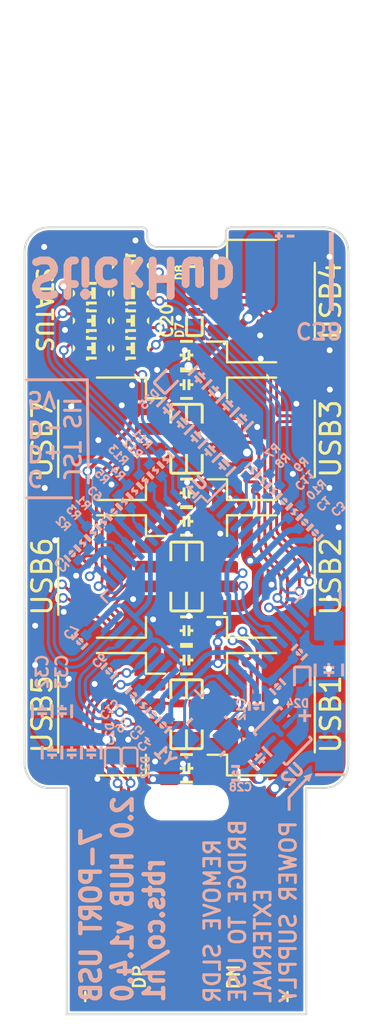
<source format=kicad_pcb>
(kicad_pcb (version 20221018) (generator pcbnew)
  (layers (0 "F.Cu" signal) (31 "B.Cu" signal) (34 "B.Paste" user) (35 "F.Paste" user) (36 "B.SilkS" user "B.Silkscreen") (37 "F.SilkS" user "F.Silkscreen") (38 "B.Mask" user) (39 "F.Mask" user) (44 "Edge.Cuts" user))
  (net 0 "")
  (net 1 "GND")
  (net 2 "+5V")
  (net 3 "Net-(C2-Pad1)")
  (net 4 "+3V3")
  (net 5 "+1V8")
  (net 6 "Net-(R3-Pad2)")
  (net 7 "Net-(R4-Pad2)")
  (net 8 "Net-(R5-Pad2)")
  (net 9 "Net-(R6-Pad1)")
  (net 12 "Net-(D15-PadGA)")
  (net 13 "Net-(D16-PadGA)")
  (net 14 "Net-(D17-PadGA)")
  (net 15 "Net-(D18-PadGA)")
  (net 16 "Net-(D19-PadGA)")
  (net 17 "Net-(D20-PadGA)")
  (net 18 "Net-(D21-PadGA)")
  (net 19 "/U1D-")
  (net 20 "/U1D+")
  (net 21 "/U2D-")
  (net 22 "/U2D+")
  (net 23 "/U3D-")
  (net 24 "/U3D+")
  (net 25 "/U4D-")
  (net 26 "/U4D+")
  (net 27 "/U5D-")
  (net 28 "/U5D+")
  (net 29 "/U6D-")
  (net 30 "/U6D+")
  (net 31 "/U7D-")
  (net 32 "/U7D+")
  (net 33 "/LED1")
  (net 34 "/D-")
  (net 35 "/D+")
  (net 36 "/LED2")
  (net 37 "/LED3")
  (net 38 "/LED4")
  (net 39 "/LED5")
  (net 40 "/LED6")
  (net 41 "/LED7")
  (net 42 "/LC")
  (net 43 "/XO")
  (net 44 "/XI")
  (net 45 "VIN")
  (net 46 "Net-(C28-Pad1)")
  (net 47 "Net-(J1-Pad1)")
  (footprint "Diode_SMD:1006_C" (layer "F.Cu") (at 150.4 96.75 -90)
    (fp_text reference "D4" hide)
    (fp_text value "TVS")
  )
  (footprint "Connector_JST:JST_SH_SM04B-SRSS-TB_1x04-1MP_P1.00mm_Horizontal" (layer "F.Cu") (at 146.15 97.75 -90)
    (fp_text reference "J7" hide)
    (fp_text value "USB6")
  )
  (footprint "Connector_JST:JST_SH_SM04B-SRSS-TB_1x04-1MP_P1.00mm_Horizontal" (layer "F.Cu") (at 146.15 90.75 -90)
    (fp_text reference "J8" hide)
    (fp_text value "USB7")
  )
  (footprint "Diode_SMD:1006_C" (layer "F.Cu") (at 149.6 105.75 90)
    (fp_text reference "D10" hide)
    (fp_text value "TVS")
  )
  (footprint "Capacitor_SMD:2012_C" (layer "F.Cu") (at 150 93.5 180)
    (fp_text reference "C18" hide)
    (fp_text value "0.1uF 100V")
  )
  (footprint "Capacitor_SMD:2012_C" (layer "F.Cu") (at 150 100.5 180)
    (fp_text reference "C16" hide)
    (fp_text value "0.1uF 100V")
  )
  (footprint "LED_SMD:Duo_LED_1.6x0.8_Kingbright_APHB1608LZGKSURKC" (layer "F.Cu") (at 147.152792 86.15)
    (fp_text reference "D15" hide)
    (fp_text value "USB")
  )
  (footprint "Capacitor_SMD:2012_C" (layer "F.Cu") (at 150 107.5 180)
    (fp_text reference "C14" hide)
    (fp_text value "0.1uF 100V")
  )
  (footprint "Diode_SMD:1006_C" (layer "F.Cu") (at 150.4 82.75 -90)
    (fp_text reference "D8")
    (fp_text value "TVS")
  )
  (footprint "Diode_SMD:1006_C" (layer "F.Cu") (at 149.6 103.75 -90)
    (fp_text reference "D9" hide)
    (fp_text value "TVS")
  )
  (footprint "LED_SMD:Duo_LED_1.6x0.8_Kingbright_APHB1608LZGKSURKC" (layer "F.Cu") (at 147.152792 84.75)
    (fp_text reference "D16" hide)
    (fp_text value "USB")
  )
  (footprint "Diode_SMD:1006_C" (layer "F.Cu") (at 150.4 105.75 90)
    (fp_text reference "D1" hide)
    (fp_text value "TVS")
  )
  (footprint "Diode_SMD:1006_C" (layer "F.Cu") (at 150.4 91.75 90)
    (fp_text reference "D5" hide)
    (fp_text value "TVS")
  )
  (footprint "Diode_SMD:1006_C" (layer "F.Cu") (at 150.4 98.75 90)
    (fp_text reference "D3" hide)
    (fp_text value "TVS")
  )
  (footprint "Capacitor_SMD:2012_C" (layer "F.Cu") (at 150 102)
    (fp_text reference "C15" hide)
    (fp_text value "0.1uF 100V")
  )
  (footprint "Connector_JST:JST_SH_SM04B-SRSS-TB_1x04-1MP_P1.00mm_Horizontal" (layer "F.Cu") (at 153.85 104.75 90)
    (fp_text reference "J2" hide)
    (fp_text value "USB1")
  )
  (footprint "LED_SMD:Duo_LED_1.6x0.8_Kingbright_APHB1608LZGKSURKC" (layer "F.Cu") (at 145.152792 86.15)
    (fp_text reference "D19" hide)
    (fp_text value "USB")
  )
  (footprint "Connector_JST:JST_SH_SM04B-SRSS-TB_1x04-1MP_P1.00mm_Horizontal" (layer "F.Cu") (at 153.85 83.75 90)
    (fp_text reference "J5" hide)
    (fp_text value "USB4")
  )
  (footprint "Capacitor_SMD:2012_C" (layer "F.Cu") (at 150 86.5 180)
    (fp_text reference "C20")
    (fp_text value "0.1uF 100V")
  )
  (footprint "LED_SMD:Duo_LED_1.6x0.8_Kingbright_APHB1608LZGKSURKC" (layer "F.Cu") (at 145.152792 84.75)
    (fp_text reference "D20" hide)
    (fp_text value "USB")
  )
  (footprint "Diode_SMD:1006_C" (layer "F.Cu") (at 150.4 89.75 -90)
    (fp_text reference "D6" hide)
    (fp_text value "TVS")
  )
  (footprint "Connector_USB:USB_A_PCB_traces_small" (layer "F.Cu") (at 150 120 90)
    (fp_text reference "J1" hide)
    (fp_text value "HOST" hide)
  )
  (footprint "Capacitor_SMD:2012_C" (layer "F.Cu") (at 150 94.95)
    (fp_text reference "C17" hide)
    (fp_text value "0.1uF 100V")
  )
  (footprint "Diode_SMD:1006_C" (layer "F.Cu") (at 150.4 84.75 90)
    (fp_text reference "D7")
    (fp_text value "TVS")
  )
  (footprint "Diode_SMD:1006_C" (layer "F.Cu") (at 149.6 91.75 90)
    (fp_text reference "D14" hide)
    (fp_text value "TVS")
  )
  (footprint "LED_SMD:Duo_LED_1.6x0.8_Kingbright_APHB1608LZGKSURKC" (layer "F.Cu") (at 145.152792 83.35)
    (fp_text reference "D21" hide)
    (fp_text value "USB")
  )
  (footprint "Connector_JST:JST_SH_SM04B-SRSS-TB_1x04-1MP_P1.00mm_Horizontal" (layer "F.Cu") (at 153.85 90.75 90)
    (fp_text reference "J4" hide)
    (fp_text value "USB3")
  )
  (footprint "Diode_SMD:1006_C" (layer "F.Cu") (at 149.6 96.75 -90)
    (fp_text reference "D11" hide)
    (fp_text value "TVS")
  )
  (footprint "Connector_JST:JST_SH_SM04B-SRSS-TB_1x04-1MP_P1.00mm_Horizontal" (layer "F.Cu") (at 146.15 104.75 -90)
    (fp_text reference "J6" hide)
    (fp_text value "USB5")
  )
  (footprint "Capacitor_SMD:2012_C" (layer "F.Cu") (at 150 88)
    (fp_text reference "C19" hide)
    (fp_text value "0.1uF 100V")
  )
  (footprint "LED_SMD:Duo_LED_1.6x0.8_Kingbright_APHB1608LZGKSURKC" (layer "F.Cu") (at 147.152792 83.35)
    (fp_text reference "D17" hide)
    (fp_text value "USB")
  )
  (footprint "LED_SMD:Duo_LED_1.6x0.8_Kingbright_APHB1608LZGKSURKC" (layer "F.Cu") (at 147.152792 81.95)
    (fp_text reference "D18" hide)
    (fp_text value "USB")
  )
  (footprint "Diode_SMD:1006_C" (layer "F.Cu") (at 150.4 103.75 -90)
    (fp_text reference "D2" hide)
    (fp_text value "TVS")
  )
  (footprint "Diode_SMD:1006_C" (layer "F.Cu") (at 149.6 98.75 90)
    (fp_text reference "D12" hide)
    (fp_text value "TVS")
  )
  (footprint "MountingHole:Plain_Hole_3mm" (layer "F.Cu") (at 150 109.25)
    (fp_text reference "H1")
    (fp_text value "Strap")
  )
  (footprint "Connector_JST:JST_SH_SM04B-SRSS-TB_1x04-1MP_P1.00mm_Horizontal" (layer "F.Cu") (at 153.85 97.75 90)
    (fp_text reference "J3" hide)
    (fp_text value "USB2")
  )
  (footprint "Diode_SMD:1006_C" (layer "F.Cu") (at 149.6 89.75 -90)
    (fp_text reference "D13" hide)
    (fp_text value "TVS")
  )
  (footprint "Capacitor_SMD:1608_C" (layer "B.Cu") (at 151.392893 88.342893 45)
    (fp_text reference "C36" hide)
    (fp_text value "22uF 10V")
  )
  (footprint "Resistor_SMD:1005_C" (layer "B.Cu") (at 153.37132 92.343146 -135)
    (fp_text reference "R7")
    (fp_text value "470")
  )
  (footprint "Capacitor_SMD:1608_C" (layer "B.Cu") (at 142.65 104.6 90)
    (fp_text reference "C32")
    (fp_text value "22uF 10V")
  )
  (footprint "Diode_SMD:1006_C" (layer "B.Cu") (at 146.25 107.2 -90)
    (fp_text reference "D23")
    (fp_text value "TVS")
  )
  (footprint "Capacitor_SMD:1608_C" (layer "B.Cu") (at 150.685786 87.635786 45)
    (fp_text reference "C37" hide)
    (fp_text value "22uF 10V")
  )
  (footprint "Capacitor_SMD:1005_C" (layer "B.Cu") (at 154.96231 93.934136 45)
    (fp_text reference "C11")
    (fp_text value "0.1uF")
  )
  (footprint "Resistor_SMD:1005_C" (layer "B.Cu") (at 147.891242 92.873476 -45)
    (fp_text reference "R13")
    (fp_text value "470")
  )
  (footprint "Package_DFN_QFN:TDFN-8_1.5x2mm_Fused-Lead_JEDEC_MO-252_W2015D" (layer "B.Cu") (at 154.9 105.85 -135)
    (fp_text reference "U2")
    (fp_text value "Dialog_SLG5NT1487V")
  )
  (footprint "SH_Solder_Pads:1P-1.5x1.5" (layer "B.Cu") (at 157.25 100.25)
    (fp_text reference "J9" hide)
    (fp_text value "EXTGND" hide)
  )
  (footprint "Resistor_SMD:1005_C" (layer "B.Cu") (at 147.360912 93.403806 -45)
    (fp_text reference "R4")
    (fp_text value "100k")
  )
  (footprint "Capacitor_SMD:1005_C" (layer "B.Cu") (at 155.75 101.6 45)
    (fp_text reference "C8" hide)
    (fp_text value "0.1uF")
  )
  (footprint "Resistor_SMD:1005_C" (layer "B.Cu") (at 148.951902 91.812816 -45)
    (fp_text reference "R11")
    (fp_text value "470")
  )
  (footprint "Capacitor_SMD:1005_C" (layer "B.Cu") (at 146.05 102.55 -135)
    (fp_text reference "C6")
    (fp_text value "0.1uF")
  )
  (footprint "Capacitor_SMD:1005_C" (layer "B.Cu") (at 144.178932 96.585787 135)
    (fp_text reference "C2")
    (fp_text value "0.1uF")
  )
  (footprint "Resistor_SMD:1005_C" (layer "B.Cu") (at 147.8 104.3 -135)
    (fp_text reference "R6")
    (fp_text value "2.7k")
  )
  (footprint "Capacitor_SMD:1005_C" (layer "B.Cu") (at 148.8 105.3 -135)
    (fp_text reference "C4")
    (fp_text value "10uF 6.3V")
  )
  (footprint "Diode_SMD:1006_C" (layer "B.Cu") (at 155.9 103.1 -90)
    (fp_text reference "D24")
    (fp_text value "5V")
  )
  (footprint "Symbol:Creative_Commons_BY_Mask" (layer "B.Cu") (at 146.75 86.25)
    (fp_text reference "LOGO2" hide)
    (fp_text value "Logo" hide)
  )
  (footprint "Diode_SMD:1006_C" (layer "B.Cu") (at 149.15 87.65 45)
    (fp_text reference "D25")
    (fp_text value "5V")
  )
  (footprint "Resistor_SMD:1005_C" (layer "B.Cu") (at 155.49264 94.464466 -135)
    (fp_text reference "R10")
    (fp_text value "470")
  )
  (footprint "Resistor_SMD:1005_C" (layer "B.Cu") (at 144.709262 96.055456 135)
    (fp_text reference "R2")
    (fp_text value "100k")
  )
  (footprint "Resistor_SMD:1005_C" (layer "B.Cu") (at 153.90165 92.873476 -135)
    (fp_text reference "R8")
    (fp_text value "470")
  )
  (footprint "Capacitor_SMD:1005_C" (layer "B.Cu") (at 152.5 107.75 180)
    (fp_text reference "C28")
    (fp_text value "15nF")
  )
  (footprint "Capacitor_SMD:1005_C" (layer "B.Cu") (at 156.5533 95.525126 45)
    (fp_text reference "C3")
    (fp_text value "10uF 6.3V")
  )
  (footprint "Capacitor_SMD:1005_C" (layer "B.Cu") (at 148.3 104.8 -135)
    (fp_text reference "C5")
    (fp_text value "0.1uF")
  )
  (footprint "Capacitor_SMD:1608_C" (layer "B.Cu") (at 153.75 107 135)
    (fp_text reference "C22" hide)
    (fp_text value "22uF 10V")
  )
  (footprint "Capacitor_SMD:1608_C" (layer "B.Cu") (at 151.2 91.35 -135)
    (fp_text reference "C26" hide)
    (fp_text value "22uF 10V")
  )
  (footprint "Symbol:Creative_Commons_CC_Mask" (layer "B.Cu") (at 145.25 86.25 180)
    (fp_text reference "LOGO1" hide)
    (fp_text value "Logo" hide)
  )
  (footprint "Symbol:Creative_Commons_NC_Mask" (layer "B.Cu") (at 145.25 84.75)
    (fp_text reference "LOGO3" hide)
    (fp_text value "Logo" hide)
  )
  (footprint "Symbol:Creative_Commons_SA_Mask" (layer "B.Cu") (at 146.75 84.75)
    (fp_text reference "LOGO4" hide)
    (fp_text value "Logo" hide)
  )
  (footprint "Capacitor_SMD:1608_C" (layer "B.Cu") (at 150.492893 90.642893 -135)
    (fp_text reference "C25" hide)
    (fp_text value "22uF 10V")
  )
  (footprint "Crystal:Crystal_4-SMD_2.5x2mm" (layer "B.Cu") (at 150.997487 105.927135 -135)
    (fp_text reference "Y1")
    (fp_text value "12MHz 50ppm 16-20pF" hide)
  )
  (footprint "Capacitor_SMD:1608_C" (layer "B.Cu") (at 152.807107 89.757107 45)
    (fp_text reference "C34" hide)
    (fp_text value "22uF 10V")
  )
  (footprint "Capacitor_SMD:1608_C" (layer "B.Cu") (at 144.15 106.7 -90)
    (fp_text reference "C29" hide)
    (fp_text value "22uF 10V")
  )
  (footprint "Resistor_SMD:1005_C" (layer "B.Cu") (at 148.421572 92.343146 -45)
    (fp_text reference "R12")
    (fp_text value "470")
  )
  (footprint "Diode_SMD:1006_C" (layer "B.Cu") (at 147.1 107.2 -90)
    (fp_text reference "D22")
    (fp_text value "TVS")
  )
  (footprint "Package_QFP:LQFP-48_7x7mm_P0.5mm" (layer "B.Cu") (at 150.75 98.75 -135)
    (fp_text reference "U1")
    (fp_text value "MaxLinear_XR22417-48")
  )
  (footprint "SH_Solder_Pads:JP-2_1.5x1.5" (layer "B.Cu") (at 157.25 105.9 90)
    (fp_text reference "JP1" hide)
    (fp_text value "EXTPWR")
  )
  (footprint "Resistor_SMD:1005_C" (layer "B.Cu") (at 145.769922 94.994796 -45)
    (fp_text reference "R1")
    (fp_text value "10k")
  )
  (footprint "Resistor_SMD:1005_C" (layer "B.Cu") (at 154.43198 93.403806 -135)
    (fp_text reference "R9")
    (fp_text value "470")
  )
  (footprint "Capacitor_SMD:1608_C" (layer "B.Cu") (at 149.785785 89.935786 -135)
    (fp_text reference "C24" hide)
    (fp_text value "22uF 10V")
  )
  (footprint "Capacitor_SMD:1608_C" (layer "B.Cu") (at 152.1 89.05 45)
    (fp_text reference "C35" hide)
    (fp_text value "22uF 10V")
  )
  (footprint "Capacitor_SMD:CP_Elec_6.3x11_Board_Edge_Mirrored" (layer "B.Cu") (at 155 80 180)
    (fp_text reference "C38")
    (fp_text value "330uF 10V")
  )
  (footprint "Capacitor_SMD:1005_C" (layer "B.Cu") (at 144.562816 101.048097 -135)
    (fp_text reference "C7")
    (fp_text value "0.1uF")
  )
  (footprint "Capacitor_SMD:1005_C" (layer "B.Cu") (at 156.02297 94.994796 45)
    (fp_text reference "C1")
    (fp_text value "1uF 10V")
  )
  (footprint "Capacitor_SMD:1005_C" (layer "B.Cu") (at 146.300252 94.464466 135)
    (fp_text reference "C9")
    (fp_text value "0.1uF")
  )
  (footprint "Capacitor_SMD:1005_C" (layer "B.Cu") (at 147.3 103.8 -135)
    (fp_text reference "C13")
    (fp_text value "0.1uF")
  )
  (footprint "Capacitor_SMD:1005_C" (layer "B.Cu") (at 154.639086 103.346194 -45)
    (fp_text reference "C10" hide)
    (fp_text value "0.1uF")
  )
  (footprint "Capacitor_SMD:1608_C" (layer "B.Cu") (at 143.15 106.7 -90)
    (fp_text reference "C31" hide)
    (fp_text value "22uF 10V")
  )
  (footprint "Capacitor_SMD:1005_C" (layer "B.Cu") (at 153.55 104.35 -90)
    (fp_text reference "C12")
    (fp_text value "0.1uF")
  )
  (footprint "Resistor_SMD:1005_C" (layer "B.Cu") (at 146.830582 93.934136 -45)
    (fp_text reference "R5")
    (fp_text value "100k")
  )
  (footprint "Capacitor_SMD:1608_C" (layer "B.Cu") (at 143.65 104.6 90)
    (fp_text reference "C33")
    (fp_text value "22uF 10V")
  )
  (footprint "Capacitor_SMD:1608_C" (layer "B.Cu") (at 145.15 106.7 -90)
    (fp_text reference "C30" hide)
    (fp_text value "22uF 10V")
  )
  (footprint "Resistor_SMD:1005_C" (layer "B.Cu") (at 145.239592 95.525126 -45)
    (fp_text reference "R3")
    (fp_text value "100k")
  )
  (footprint "Capacitor_SMD:1608_C" (layer "B.Cu") (at 151.907106 92.057107 -135)
    (fp_text reference "C27" hide)
    (fp_text value "22uF 10V")
  )
  (footprint "Capacitor_SMD:1608_C" (layer "B.Cu") (at 149.078679 89.22868 -135)
    (fp_text reference "C23" hide)
    (fp_text value "22uF 10V")
  )
  (footprint "Capacitor_SMD:2012_C" (layer "B.Cu") (at 157.25 102.5 90)
    (fp_text reference "C21" hide)
    (fp_text value "0.1uF 100V")
  )
  (gr_line (start 144.95 87.75) (end 145 93) (stroke (width 0.15)) (layer "B.SilkS"))
  (gr_line (start 141.875 87.75) (end 144.95 87.75) (stroke (width 0.15)) (layer "B.SilkS"))
  (gr_line (start 144.15 93.75) (end 141.875 93.75) (stroke (width 0.15)) (layer "B.SilkS"))
  (gr_poly (pts (xy 156.25 108.2) (xy 156.15 108.1) (xy 155.3 109) (xy 155.3 109.65) (xy 155.15 109.65) (xy 155.15 108.95) (xy 156.05 108) (xy 155.95 107.9) (xy 156.4 107.75)) (fill solid) (layer "B.SilkS"))
  (gr_poly (pts (xy 157.9 99.05) (xy 157.75 99.05) (xy 157.75 98.45) (xy 157.9 98.45)) (fill solid) (layer "B.SilkS"))
  (gr_poly (pts (xy 156.1 104.75) (xy 156.35 104.75) (xy 156.35 104.9) (xy 156.1 104.9) (xy 156.1 105.15) (xy 155.95 105.15) (xy 155.95 104.9) (xy 155.7 104.9) (xy 155.7 104.75) (xy 155.95 104.75) (xy 155.95 104.5) (xy 156.1 104.5)) (fill solid) (layer "B.SilkS"))
  (gr_line (start 152.25 80) (end 157 80) (stroke (width 0.1)) (layer "Edge.Cuts"))
  (gr_line (start 148.5 81) (end 151.5 81) (stroke (width 0.1)) (layer "Edge.Cuts"))
  (gr_line (start 157 108.5) (end 156.1 108.5) (stroke (width 0.1)) (layer "Edge.Cuts"))
  (gr_line (start 141.75 107.25) (end 141.75 81.25) (stroke (width 0.1)) (layer "Edge.Cuts"))
  (gr_line (start 156.1 120) (end 156.1 108.5) (stroke (width 0.1)) (layer "Edge.Cuts"))
  (gr_line (start 148 80.25) (end 148 80.5) (stroke (width 0.1)) (layer "Edge.Cuts"))
  (gr_arc (start 152 80.25) (mid 152.073223 80.073223) (end 152.25 80) (stroke (width 0.1)) (layer "Edge.Cuts"))
  (gr_line (start 143.9 120) (end 143.9 108.5) (stroke (width 0.1)) (layer "Edge.Cuts"))
  (gr_arc (start 141.75 81.25) (mid 142.116117 80.366117) (end 143 80) (stroke (width 0.1)) (layer "Edge.Cuts"))
  (gr_arc (start 147.75 80) (mid 147.926777 80.073223) (end 148 80.25) (stroke (width 0.1)) (layer "Edge.Cuts"))
  (gr_arc (start 143 108.5) (mid 142.116117 108.133883) (end 141.75 107.25) (stroke (width 0.1)) (layer "Edge.Cuts"))
  (gr_line (start 143.9 120) (end 156.1 120) (stroke (width 0.1)) (layer "Edge.Cuts"))
  (gr_line (start 158.25 81.25) (end 158.25 107.25) (stroke (width 0.1)) (layer "Edge.Cuts"))
  (gr_line (start 143 80) (end 147.75 80) (stroke (width 0.1)) (layer "Edge.Cuts"))
  (gr_arc (start 158.25 107.25) (mid 157.883883 108.133883) (end 157 108.5) (stroke (width 0.1)) (layer "Edge.Cuts"))
  (gr_arc (start 157 80) (mid 157.883883 80.366117) (end 158.25 81.25) (stroke (width 0.1)) (layer "Edge.Cuts"))
  (gr_arc (start 148.5 81) (mid 148.146447 80.853553) (end 148 80.5) (stroke (width 0.1)) (layer "Edge.Cuts"))
  (gr_line (start 143.9 108.5) (end 143 108.5) (stroke (width 0.1)) (layer "Edge.Cuts"))
  (gr_arc (start 152 80.5) (mid 151.853553 80.853553) (end 151.5 81) (stroke (width 0.1)) (layer "Edge.Cuts"))
  (gr_line (start 152 80.5) (end 152 80.25) (stroke (width 0.1)) (layer "Edge.Cuts"))
  (gr_text "G" (at 141.8 92.75 180) (layer "B.SilkS") (effects (font (size 0.8 0.8)) (justify left mirror)))
  (gr_text "D-" (at 141.8 90.25 180) (layer "B.SilkS") (effects (font (size 0.8 0.8)) (justify left mirror)))
  (gr_text "JST SH" (at 144.15 90.75 270) (layer "B.SilkS") (effects (font (size 0.8 0.8)) (justify mirror)))
  (gr_text "StickHub" (at 147.25 82.5 180) (layer "B.SilkS") (effects (font (size 1.8 1.6) (thickness 0.4)) (justify mirror)))
  (gr_text "D+" (at 141.8 91.5 180) (layer "B.SilkS") (effects (font (size 0.8 0.8)) (justify left mirror)))
  (gr_text "5V" (at 141.8 88.75 180) (layer "B.SilkS") (effects (font (size 0.8 0.8)) (justify left mirror)))
  (gr_text "REMOVE SLDR\nBRIDGE TO USE\nEXTERNAL\nPOWER SUPPLY" (at 153.25 119.5 90) (layer "B.SilkS") (effects (font (size 0.8 0.8)) (justify right mirror)))
  (gr_text "7-PORT USB\n2.0 HUB v1.4.0\nrbts.co/h1" (at 146.75 119.5 90) (layer "B.SilkS") (effects (font (size 1 0.9) (thickness 0.225)) (justify right mirror)))
  (gr_text "STATUS" (at 142.75 84.2 270) (layer "F.SilkS") (effects (font (size 0.8 0.8))))
  (segment (start 143.69 85.34) (end 143.81 85.22) (width 0.15) (layer "F.Cu") (net 1))
  (segment (start 145.46 108.03) (end 144.755 108.03) (width 0.6) (layer "F.Cu") (net 1))
  (segment (start 149.5 89.265) (end 150.5 89.265) (width 0.25) (layer "F.Cu") (net 1))
  (segment (start 155.875 94.95) (end 157.45 94.95) (width 0.4) (layer "F.Cu") (net 1))
  (segment (start 155.875 93.55) (end 156.175 93.25) (width 0.4) (layer "F.Cu") (net 1))
  (segment (start 153.78 86.68) (end 153.78 85.53) (width 0.15) (layer "F.Cu") (net 1))
  (segment (start 150.5 92.235) (end 150.03 92.705) (width 0.4) (layer "F.Cu") (net 1))
  (segment (start 142.25 85.34) (end 143.69 85.34) (width 0.15) (layer "F.Cu") (net 1))
  (segment (start 151.85 95.7) (end 151.72 95.57) (width 0.25) (layer "F.Cu") (net 1))
  (segment (start 143.041636 100.25) (end 142.29 100.25) (width 0.4) (layer "F.Cu") (net 1))
  (segment (start 144.125 87.95) (end 142.45 87.95) (width 0.4) (layer "F.Cu") (net 1))
  (segment (start 150.825 88) (end 150.825 88.075) (width 0.5) (layer "F.Cu") (net 1))
  (segment (start 148.3 92.55) (end 148 92.25) (width 0.4) (layer "F.Cu") (net 1))
  (segment (start 143.31 96.64) (end 143.31 95.91) (width 0.15) (layer "F.Cu") (net 1))
  (segment (start 152 82.25) (end 154.575 82.25) (width 0.15) (layer "F.Cu") (net 1))
  (segment (start 150.5 92.235) (end 149.5 92.235) (width 0.25) (layer "F.Cu") (net 1))
  (segment (start 148.5 87.638006) (end 148.5 87.25) (width 0.4) (layer "F.Cu") (net 1))
  (segment (start 156.175 93.25) (end 157.28 93.25) (width 0.4) (layer "F.Cu") (net 1))
  (segment (start 150.5 89.265) (end 151.985 89.265) (width 0.25) (layer "F.Cu") (net 1))
  (segment (start 149.94999 84.653056) (end 149.86999 84.573056) (width 0.15) (layer "F.Cu") (net 1))
  (segment (start 148 99.25) (end 149.616884 99.25) (width 0.4) (layer "F.Cu") (net 1))
  (segment (start 148 106.25) (end 147.24 106.25) (width 0.25) (layer "F.Cu") (net 1))
  (segment (start 149.5 92.235) (end 148.015 92.235) (width 0.25) (layer "F.Cu") (net 1))
  (segment (start 142.25 85.34) (end 142.25 81.5) (width 0.4) (layer "F.Cu") (net 1))
  (segment (start 144.755 108.03) (end 144.275 107.55) (width 0.6) (layer "F.Cu") (net 1))
  (segment (start 147.24 106.25) (end 147.03 106.04) (width 0.25) (layer "F.Cu") (net 1))
  (segment (start 150.195 95.58) (end 150.825 94.95) (width 0.5) (layer "F.Cu") (net 1))
  (segment (start 149.86999 82.926944) (end 149.94999 82.846944) (width 0.15) (layer "F.Cu") (net 1))
  (segment (start 152 89.25) (end 152.420453 89.25) (width 0.4) (layer "F.Cu") (net 1))
  (segment (start 152 103.25) (end 150.515 103.25) (width 0.4) (layer "F.Cu") (net 1))
  (segment (start 150.5 96.265) (end 150.5 96.02) (width 0.4) (layer "F.Cu") (net 1))
  (segment (start 147.300003 88.100003) (end 148.038003 88.100003) (width 0.4) (layer "F.Cu") (net 1))
  (segment (start 148.015 106.235) (end 148 106.25) (width 0.4) (layer "F.Cu") (net 1))
  (segment (start 144 102.95) (end 142.99 102.95) (width 0.4) (layer "F.Cu") (net 1))
  (segment (start 143.31 95.765) (end 144.125 94.95) (width 0.25) (layer "F.Cu") (net 1))
  (segment (start 148.038003 88.100003) (end 148.5 87.638006) (width 0.4) (layer "F.Cu") (net 1))
  (segment (start 150.5 82.265) (end 151.985 82.265) (width 0.15) (layer "F.Cu") (net 1))
  (segment (start 145.32 103.21) (end 144.26 103.21) (width 0.4) (layer "F.Cu") (net 1))
  (segment (start 155.875 100.55) (end 156.57 100.55) (width 0.25) (layer "F.Cu") (net 1))
  (segment (start 144.125 89.115) (end 144.12 89.11) (width 0.25) (layer "F.Cu") (net 1))
  (segment (start 150.5 103.265) (end 150.57 103.195) (width 0.4) (layer "F.Cu") (net 1))
  (segment (start 146.938761 92.25) (end 146.180031 93.00873) (width 0.25) (layer "F.Cu") (net 1))
  (segment (start 149.616884 99.25) (end 150.124571 99.757687) (width 0.4) (layer "F.Cu") (net 1))
  (segment (start 144.125 89.105) (end 144.12 89.11) (width 0.4) (layer "F.Cu") (net 1))
  (segment (start 144.125 94.95) (end 144.125 93.55) (width 0.25) (layer "F.Cu") (net 1))
  (segment (start 149.86999 84.573056) (end 149.86999 84.026944) (width 0.15) (layer "F.Cu") (net 1))
  (segment (start 142.45 87.95) (end 142.25 87.75) (width 0.4) (layer "F.Cu") (net 1))
  (segment (start 148 99.25) (end 147.63 99.25) (width 0.25) (layer "F.Cu") (net 1))
  (segment (start 150.03 92.705) (end 150.03 92.96) (width 0.4) (layer "F.Cu") (net 1))
  (segment (start 143.31 95.91) (end 143.31 95.765) (width 0.25) (layer "F.Cu") (net 1))
  (segment (start 157 87.95) (end 157.3 88.25) (width 0.4) (layer "F.Cu") (net 1))
  (segment (start 149.86999 84.026944) (end 149.85 84.006954) (width 0.15) (layer "F.Cu") (net 1))
  (segment (start 145.75 114.71) (end 145.75 108.5) (width 0.6) (layer "F.Cu") (net 1))
  (segment (start 144.125 107.55) (end 144.8 107.55) (width 0.4) (layer "F.Cu") (net 1))
  (segment (start 144.125 107.55) (end 144.98 107.55) (width 0.15) (layer "F.Cu") (net 1))
  (segment (start 145.75 108.32) (end 145.46 108.03) (width 0.6) (layer "F.Cu") (net 1))
  (segment (start 151.985 82.265) (end 152 82.25) (width 0.15) (layer "F.Cu") (net 1))
  (segment (start 151.835 96.265) (end 151.85 96.25) (width 0.25) (layer "F.Cu") (net 1))
  (segment (start 144.125 87.95) (end 147.15 87.95) (width 0.15) (layer "F.Cu") (net 1))
  (segment (start 144.98 107.55) (end 145.46 108.03) (width 0.15) (layer "F.Cu") (net 1))
  (segment (start 154.575 82.25) (end 155.875 80.95) (width 0.15) (layer "F.Cu") (net 1))
  (segment (start 151.985 103.265) (end 152 103.25) (width 0.4) (layer "F.Cu") (net 1))
  (segment (start 156.57 100.55) (end 157.8 99.32) (width 0.25) (layer "F.Cu") (net 1))
  (segment (start 149.94999 82.81501) (end 150.5 82.265) (width 0.15) (layer "F.Cu") (net 1))
  (segment (start 155.725 101.95) (end 156.75 101.95) (width 0.25) (layer "F.Cu") (net 1))
  (segment (start 150.515 103.25) (end 150.5 103.265) (width 0.4) (layer "F.Cu") (net 1))
  (segment (start 150.5 96.02) (end 150.06 95.58) (width 0.4) (layer "F.Cu") (net 1))
  (segment (start 157.8 99.32) (end 157.8 96.875) (width 0.25) (layer "F.Cu") (net 1))
  (segment (start 146.19 115.15) (end 145.75 114.71) (width 0.6) (layer "F.Cu") (net 1))
  (segment (start 150.5 96.265) (end 151.835 96.265) (width 0.25) (layer "F.Cu") (net 1))
  (segment (start 149.911324 85.823676) (end 149.911324 86.248711) (width 0.4) (layer "F.Cu") (net 1))
  (segment (start 142.25 87.75) (end 142.25 85.34) (width 0.4) (layer "F.Cu") (net 1))
  (segment (start 149.86999 83.473056) (end 149.86999 82.926944) (width 0.15) (layer "F.Cu") (net 1))
  (segment (start 142.99 102.95) (end 142.29 102.25) (width 0.4) (layer "F.Cu") (net 1))
  (segment (start 149.5 106.235) (end 148.015 106.235) (width 0.4) (layer "F.Cu") (net 1))
  (segment (start 156.73 80.95) (end 157.28 81.5) (width 0.4) (layer "F.Cu") (net 1))
  (segment (start 144.38 97.71) (end 143.31 96.64) (width 0.15) (layer "F.Cu") (net 1))
  (segment (start 153.78 85.53) (end 153.75 85.5) (width 0.15) (layer "F.Cu") (net 1))
  (segment (start 155.59501 88.22999) (end 155.59501 88.97) (width 0.15) (layer "F.Cu") (net 1))
  (segment (start 144.26 103.21) (end 144 102.95) (width 0.4) (layer "F.Cu") (net 1))
  (segment (start 149.85 83.493046) (end 149.86999 83.473056) (width 0.15) (layer "F.Cu") (net 1))
  (segment (start 144.125 93.55) (end 144.125 89.115) (width 0.25) (layer "F.Cu") (net 1))
  (segment (start 157.8 96.875) (end 155.875 94.95) (width 0.25) (layer "F.Cu") (net 1))
  (segment (start 144.8 107.55) (end 145.65 108.4) (width 0.4) (layer "F.Cu") (net 1))
  (segment (start 144.125 93.55) (end 143.08 93.55) (width 0.4) (layer "F.Cu") (net 1))
  (segment (start 150.825 88.075) (end 149.6 89.3) (width 0.5) (layer "F.Cu") (net 1))
  (segment (start 155.875 86.55) (end 155.875 87.95) (width 0.25) (layer "F.Cu") (net 1))
  (segment (start 151.5 81.5) (end 151.83 81.5) (width 0.4) (layer "F.Cu") (net 1))
  (segment (start 144.12 89.11) (end 144.12 89.43) (width 0.15) (layer "F.Cu") (net 1))
  (segment (start 148.015 92.235) (end 148 92.25) (width 0.25) (layer "F.Cu") (net 1))
  (segment (start 150.19 85.2) (end 149.6 84.61) (width 0.15) (layer "F.Cu") (net 1))
  (segment (start 149.5 96.25) (end 150.485 96.25) (width 0.15) (layer "F.Cu") (net 1))
  (segment (start 151.85 88.75) (end 151.6 88.5) (width 0.15) (layer "F.Cu") (net 1))
  (segment (start 155.875 93.55) (end 155.875 94.95) (width 0.25) (layer "F.Cu") (net 1))
  (segment (start 151.83 81.5) (end 152.38 80.95) (width 0.4) (layer "F.Cu") (net 1))
  (segment (start 144.125 87.95) (end 144.125 89.105) (width 0.4) (layer "F.Cu") (net 1))
  (segment (start 156.75 101.95) (end 157.25 102.45) (width 0.25) (layer "F.Cu") (net 1))
  (segment (start 150.5 85.235) (end 149.94999 84.68499) (width 0.15) (layer "F.Cu") (net 1))
  (segment (start 155.414117 93.089117) (end 155.414117 92.535883) (width 0.4) (layer "F.Cu") (net 1))
  (segment (start 145.75 108.5) (end 145.75 108.32) (width 0.6) (layer "F.Cu") (net 1))
  (segment (start 143.08 93.55) (end 142.78 93.25) (width 0.4) (layer "F.Cu") (net 1))
  (segment (start 149.94999 82.846944) (end 149.94999 82.81501) (width 0.15) (layer "F.Cu") (net 1))
  (segment (start 148 92.25) (end 146.938761 92.25) (width 0.15) (layer "F.Cu") (net 1))
  (segment (start 155.875 80.95) (end 152.38 80.95) (width 0.4) (layer "F.Cu") (net 1))
  (segment (start 155.875 93.55) (end 155.414117 93.089117) (width 0.4) (layer "F.Cu") (net 1))
  (segment (start 149.5 103.265) (end 150.5 103.265) (width 0.4) (layer "F.Cu") (net 1))
  (segment (start 155.875 100.55) (end 155.875 101.95) (width 0.25) (layer "F.Cu") (net 1))
  (segment (start 147.23 88.03) (end 147.300003 88.100003) (width 0.4) (layer "F.Cu") (net 1))
  (segment (start 149.175 107.5) (end 148.75 107.5) (width 0.4) (layer "F.Cu") (net 1))
  (segment (start 155.875 80.95) (end 155.875 86.55) (width 0.25) (layer "F.Cu") (net 1))
  (segment (start 151.85 89.25) (end 151.85 88.75) (width 0.15) (layer "F.Cu") (net 1))
  (segment (start 142.25 81.5) (end 142.75 81) (width 0.4) (layer "F.Cu") (net 1))
  (segment (start 146.180031 93.00873) (end 146.180031 93.072237) (width 0.25) (layer "F.Cu") (net 1))
  (segment (start 155.875 86.55) (end 156.175 86.25) (width 0.4) (layer "F.Cu") (net 1))
  (segment (start 150.5 85.235) (end 149.911324 85.823676) (width 0.4) (layer "F.Cu") (net 1))
  (segment (start 149.85 84.006954) (end 149.85 83.493046) (width 0.15) (layer "F.Cu") (net 1))
  (segment (start 150.5 106.235) (end 149.5 106.235) (width 0.4) (layer "F.Cu") (net 1))
  (segment (start 155.875 87.95) (end 157 87.95) (width 0.4) (layer "F.Cu") (net 1))
  (segment (start 151.85 96.25) (end 151.85 95.7) (width 0.25) (layer "F.Cu") (net 1))
  (segment (start 144.12 89.43) (end 145.51 90.82) (width 0.15) (layer "F.Cu") (net 1))
  (segment (start 150.485 96.25) (end 150.5 96.265) (width 0.15) (layer "F.Cu") (net 1))
  (segment (start 152.7 89.25) (end 153.6 90.15) (width 0.4) (layer "F.Cu") (net 1))
  (segment (start 148.75 107.5) (end 148.4 107.15) (width 0.4) (layer "F.Cu") (net 1))
  (segment (start 143.74501 99.546626) (end 143.041636 100.25) (width 0.4) (layer "F.Cu") (net 1))
  (segment (start 156.175 86.25) (end 157.29 86.25) (width 0.4) (layer "F.Cu") (net 1))
  (segment (start 151.85 89.25) (end 152.7 89.25) (width 0.4) (layer "F.Cu") (net 1))
  (segment (start 150.06 95.58) (end 150.195 95.58) (width 0.5) (layer "F.Cu") (net 1))
  (segment (start 151.985 89.265) (end 152 89.25) (width 0.25) (layer "F.Cu") (net 1))
  (segment (start 155.875 80.95) (end 156.73 80.95) (width 0.4) (layer "F.Cu") (net 1))
  (segment (start 157.45 94.95) (end 157.75 95.25) (width 0.4) (layer "F.Cu") (net 1))
  (segment (start 147.63 99.25) (end 147.28 98.9) (width 0.25) (layer "F.Cu") (net 1))
  (segment (start 151.7 88.95) (end 152 89.25) (width 0.4) (layer "F.Cu") (net 1))
  (segment (start 155.875 87.95) (end 155.59501 88.22999) (width 0.15) (layer "F.Cu") (net 1))
  (segment (start 150.4 85.2) (end 150.19 85.2) (width 0.15) (layer "F.Cu") (net 1))
  (segment (start 147.15 87.95) (end 147.23 88.03) (width 0.15) (layer "F.Cu") (net 1))
  (segment (start 149.94999 84.68499) (end 149.94999 84.653056) (width 0.15) (layer "F.Cu") (net 1))
  (via (at 157.25 102.45) (size 0.5) (drill 0.3) (layers "F.Cu" "B.Cu") (net 1))
  (via (at 151.5 81.5) (size 0.5) (drill 0.3) (layers "F.Cu" "B.Cu") (net 1))
  (via (at 142.78 93.25) (size 0.5) (drill 0.3) (layers "F.Cu" "B.Cu") (net 1))
  (via (at 150.124571 99.757687) (size 0.5) (drill 0.3) (layers "F.Cu" "B.Cu") (net 1))
  (via (at 146.180031 93.072237) (size 0.5) (drill 0.3) (layers "F.Cu" "B.Cu") (net 1))
  (via (at 157.3 88.25) (size 0.5) (drill 0.3) (layers "F.Cu" "B.Cu") (net 1))
  (via (at 142.29 100.25) (size 0.5) (drill 0.3) (layers "F.Cu" "B.Cu") (net 1))
  (via (at 142.75 81) (size 0.5) (drill 0.3) (layers "F.Cu" "B.Cu") (net 1))
  (via (at 150.03 92.96) (size 0.5) (drill 0.3) (layers "F.Cu" "B.Cu") (net 1))
  (via (at 148.3 99.93) (size 0.5) (drill 0.3) (layers "F.Cu" "B.Cu") (net 1))
  (via (at 157.25 98.85) (size 0.5) (drill 0.3) (layers "F.Cu" "B.Cu") (net 1))
  (via (at 148.4 107.15) (size 0.5) (drill 0.3) (layers "F.Cu" "B.Cu") (net 1))
  (via (at 147.23 88.03) (size 0.5) (drill 0.3) (layers "F.Cu" "B.Cu") (net 1))
  (via (at 157.28 81.5) (size 0.5) (drill 0.3) (layers "F.Cu" "B.Cu") (net 1))
  (via (at 149.819271 107.261475) (size 0.5) (drill 0.3) (layers "F.Cu" "B.Cu") (net 1))
  (via (at 157.29 86.25) (size 0.5) (drill 0.3) (layers "F.Cu" "B.Cu") (net 1))
  (via (at 153.78 86.68) (size 0.5) (drill 0.3) (layers "F.Cu" "B.Cu") (net 1))
  (via (at 143.31 95.91) (size 0.5) (drill 0.3) (layers "F.Cu" "B.Cu") (net 1))
  (via (at 147.03 106.04) (size 0.5) (drill 0.3) (layers "F.Cu" "B.Cu") (net 1))
  (via (at 147.28 98.9) (size 0.5) (drill 0.3) (layers "F.Cu" "B.Cu") (net 1))
  (via (at 157.28 93.25) (size 0.5) (drill 0.3) (layers "F.Cu" "B.Cu") (net 1))
  (via (at 142.29 102.25) (size 0.5) (drill 0.3) (layers "F.Cu" "B.Cu") (net 1))
  (via (at 151.72 95.57) (size 0.5) (drill 0.3) (layers "F.Cu" "B.Cu") (net 1))
  (via (at 155.414117 92.535883) (size 0.5) (drill 0.3) (layers "F.Cu" "B.Cu") (net 1))
  (via (at 151.034229 103.573736) (size 0.5) (drill 0.3) (layers "F.Cu" "B.Cu") (net 1))
  (via (at 146.7 89.05) (size 0.5) (drill 0.3) (layers "F.Cu" "B.Cu") (net 1))
  (via (at 148.5 87.25) (size 0.5) (drill 0.3) (layers "F.Cu" "B.Cu") (net 1))
  (via (at 153.3 105.5) (size 0.5) (drill 0.3) (layers "F.Cu" "B.Cu") (net 1))
  (via (at 154.331365 98.163517) (size 0.5) (drill 0.3) (layers "F.Cu" "B.Cu") (net 1))
  (via (at 150.06 95.58) (size 0.5) (drill 0.3) (layers "F.Cu" "B.Cu") (net 1))
  (via (at 143.81 85.22) (size 0.5) (drill 0.3) (layers "F.Cu" "B.Cu") (net 1))
  (via (at 157.75 95.25) (size 0.5) (drill 0.3) (layers "F.Cu" "B.Cu") (net 1))
  (via (at 153.75 85.5) (size 0.5) (drill 0.3) (layers "F.Cu" "B.Cu") (net 1))
  (via (at 143.74501 99.546626) (size 0.5) (drill 0.3) (layers "F.Cu" "B.Cu") (net 1))
  (via (at 153.6 90.15) (size 0.5) (drill 0.3) (layers "F.Cu" "B.Cu") (net 1))
  (via (at 151.629053 100.129053) (size 0.5) (drill 0.3) (layers "F.Cu" "B.Cu") (net 1))
  (via (at 147.4 80.67) (size 0.5) (drill 0.3) (layers "F.Cu" "B.Cu") (net 1))
  (via (at 144.12 89.11) (size 0.5) (drill 0.3) (layers "F.Cu" "B.Cu") (net 1))
  (via (at 144 102.95) (size 0.5) (drill 0.3) (layers "F.Cu" "B.Cu") (net 1))
  (via (at 145.46 108.03) (size 0.5) (drill 0.3) (layers "F.Cu" "B.Cu") (net 1))
  (via (at 144.38 97.71) (size 0.5) (drill 0.3) (layers "F.Cu" "B.Cu") (net 1))
  (via (at 154.55 104.1) (size 0.5) (drill 0.3) (layers "F.Cu" "B.Cu") (net 1))
  (via (at 149.911324 86.248711) (size 0.5) (drill 0.3) (layers "F.Cu" "B.Cu") (net 1))
  (via (at 146.938761 92.25) (size 0.5) (drill 0.3) (layers "F.Cu" "B.Cu") (net 1))
  (via (at 155.59501 88.97) (size 0.5) (drill 0.3) (layers "F.Cu" "B.Cu") (net 1))
  (via (at 145.32 103.21) (size 0.5) (drill 0.3) (layers "F.Cu" "B.Cu") (net 1))
  (via (at 145.51 90.82) (size 0.5) (drill 0.3) (layers "F.Cu" "B.Cu") (net 1))
  (via (at 151.6 88.5) (size 0.5) (drill 0.3) (layers "F.Cu" "B.Cu") (net 1))
  (via (at 149.6 84.61) (size 0.5) (drill 0.3) (layers "F.Cu" "B.Cu") (net 1))
  (segment (start 147.23 88.52) (end 146.7 89.05) (width 0.25) (layer "B.Cu") (net 1))
  (segment (start 157.25 102.45) (end 157.25 101.675) (width 0.25) (layer "B.Cu") (net 1))
  (segment (start 142.78 95.38) (end 142.78 93.25) (width 0.4) (layer "B.Cu") (net 1))
  (segment (start 144.244618 101.366295) (end 143.74501 100.866687) (width 0.4) (layer "B.Cu") (net 1))
  (segment (start 157.3 93.23) (end 157.28 93.25) (width 0.4) (layer "B.Cu") (net 1))
  (segment (start 148.472313 99.757687) (end 148.3 99.93) (width 0.25) (layer "B.Cu") (net 1))
  (segment (start 153.927728 105.761612) (end 153.55 105.383884) (width 0.25) (layer "B.Cu") (net 1))
  (segment (start 153.927728 105.761612) (end 153.927728 105.867678) (width 0.25) (layer "B.Cu") (net 1))
  (segment (start 151.103553 103.64306) (end 151.034229 103.573736) (width 0.4) (layer "B.Cu") (net 1))
  (segment (start 151.103553 104.831119) (end 151.103553 103.64306) (width 0.4) (layer "B.Cu") (net 1))
  (segment (start 155.59501 88.49501) (end 153.78 86.68) (width 0.15) (layer "B.Cu") (net 1))
  (segment (start 150.124571 99.757687) (end 151.257687 99.757687) (width 0.4) (layer "B.Cu") (net 1))
  (segment (start 147.28 97.754874) (end 147.28 98.9) (width 0.25) (layer "B.Cu") (net 1))
  (segment (start 154.957284 103.692716) (end 154.55 104.1) (width 0.25) (layer "B.Cu") (net 1))
  (segment (start 157.25 101.675) (end 157.25 100.25) (width 0.3) (layer "B.Cu") (net 1))
  (segment (start 147.780152 104.901829) (end 147.78015 104.901829) (width 0.4) (layer "B.Cu") (net 1))
  (segment (start 142.29 102.25) (end 142.29 100.25) (width 0.4) (layer "B.Cu") (net 1))
  (segment (start 157.29 86.25) (end 157.28 86.24) (width 0.4) (layer "B.Cu") (net 1))
  (segment (start 155.9 102.65) (end 156.068198 102.481802) (width 0.3) (layer "B.Cu") (net 1))
  (segment (start 145.837097 94.001311) (end 145.837097 93.415171) (width 0.25) (layer "B.Cu") (net 1))
  (segment (start 143.31 95.91) (end 142.78 95.38) (width 0.4) (layer "B.Cu") (net 1))
  (segment (start 152.05 107.75) (end 152.05 107.745406) (width 0.25) (layer "B.Cu") (net 1))
  (segment (start 143.74501 100.866687) (end 143.74501 99.546626) (width 0.4) (layer "B.Cu") (net 1))
  (segment (start 150.891421 107.023151) (end 151.433151 107.023151) (width 0.25) (layer "B.Cu") (net 1))
  (segment (start 143.667589 96.267589) (end 143.31 95.91) (width 0.25) (layer "B.Cu") (net 1))
  (segment (start 154.957284 103.664392) (end 154.957284 103.692716) (width 0.25) (layer "B.Cu") (net 1))
  (segment (start 150.463622 107.45095) (end 148.44095 107.45095) (width 0.25) (layer "B.Cu") (net 1))
  (segment (start 153.272703 105.527297) (end 153.3 105.5) (width 0.5) (layer "B.Cu") (net 1))
  (segment (start 148.510034 87.25) (end 148.5 87.25) (width 0.4) (layer "B.Cu") (net 1))
  (segment (start 156.068198 102.481802) (end 156.068198 101.281802) (width 0.3) (layer "B.Cu") (net 1))
  (segment (start 142.75 81) (end 147.07 81) (width 0.15) (layer "B.Cu") (net 1))
  (segment (start 157.3 88.25) (end 157.3 93.23) (width 0.4) (layer "B.Cu") (net 1))
  (segment (start 155.42 88.98) (end 155.43 88.97) (width 0.15) (layer "B.Cu") (net 1))
  (segment (start 153.927728 105.867678) (end 153.272703 106.522703) (width 0.25) (layer "B.Cu") (net 1))
  (segment (start 153.272703 106.522703) (end 153.272703 105.527297) (width 0.5) (layer "B.Cu") (net 1))
  (segment (start 150.124571 99.757687) (end 148.472313 99.757687) (width 0.25) (layer "B.Cu") (net 1))
  (segment (start 151.323151 107.023151) (end 152.05 107.75) (width 0.25) (layer "B.Cu") (net 1))
  (segment (start 150.891421 107.023151) (end 150.463622 107.45095) (width 0.25) (layer "B.Cu") (net 1))
  (segment (start 147.637841 105.432159) (end 147.03 106.04) (width 0.4) (layer "B.Cu") (net 1))
  (segment (start 148.310482 105.432159) (end 147.637841 105.432159) (width 0.4) (layer "B.Cu") (net 1))
  (segment (start 152.05 107.745406) (end 153.272703 106.522703) (width 0.25) (layer "B.Cu") (net 1))
  (segment (start 143.860734 96.267589) (end 143.667589 96.267589) (width 0.25) (layer "B.Cu") (net 1))
  (segment (start 151.11827 107.25) (end 150.891421 107.023151) (width 0.4) (layer "B.Cu") (net 1))
  (segment (start 150.653097 107.261475) (end 149.819271 107.261475) (width 0.4) (layer "B.Cu") (net 1))
  (segment (start 149.911324 86.248711) (end 149.501289 86.248711) (width 0.4) (layer "B.Cu") (net 1))
  (segment (start 147.23 88.03) (end 147.23 88.52) (width 0.25) (layer "B.Cu") (net 1))
  (segment (start 146.569231 97.044105) (end 147.28 97.754874) (width 0.25) (layer "B.Cu") (net 1))
  (segment (start 150.759999 93.689999) (end 150.759999 94.880001) (width 0.4) (layer "B.Cu") (net 1))
  (segment (start 147.07 81) (end 147.4 80.67) (width 0.15) (layer "B.Cu") (net 1))
  (segment (start 156.068198 101.281802) (end 156.218198 101.281802) (width 0.3) (layer "B.Cu") (net 1))
  (segment (start 145.837097 93.415171) (end 146.180031 93.072237) (width 0.25) (layer "B.Cu") (net 1))
  (segment (start 151.748788 103.637876) (end 151.748788 104.185884) (width 0.15) (layer "B.Cu") (net 1))
  (segment (start 153.55 105.383884) (end 153.55 104.8) (width 0.25) (layer "B.Cu") (net 1))
  (segment (start 154.930769 97.044105) (end 155.549053 96.425821) (width 0.25) (layer "B.Cu") (net 1))
  (segment (start 156.91457 95.25) (end 157.75 95.25) (width 0.4) (layer "B.Cu") (net 1))
  (segment (start 150.90409 107.010482) (end 150.90409 105.030582) (width 0.15) (layer "B.Cu") (net 1))
  (segment (start 157.25 100.25) (end 157.25 98.85) (width 0.5) (layer "B.Cu") (net 1))
  (segment (start 144.391064 95.737258) (end 144.391064 95.737259) (width 0.25) (layer "B.Cu") (net 1))
  (segment (start 151.748788 104.185884) (end 151.103553 104.831119) (width 0.15) (layer "B.Cu") (net 1))
  (segment (start 150.891421 107.023151) (end 150.653097 107.261475) (width 0.4) (layer "B.Cu") (net 1))
  (segment (start 148.44095 107.45095) (end 147.03 106.04) (width 0.25) (layer "B.Cu") (net 1))
  (segment (start 155.43 88.97) (end 155.59501 88.97) (width 0.15) (layer "B.Cu") (net 1))
  (segment (start 150.90409 105.030582) (end 151.103553 104.831119) (width 0.15) (layer "B.Cu") (net 1))
  (segment (start 145.731802 102.868198) (end 145.661802 102.868198) (width 0.4) (layer "B.Cu") (net 1))
  (segment (start 155.59501 88.97) (end 155.59501 88.49501) (width 0.15) (layer "B.Cu") (net 1))
  (segment (start 145.982054 94.146268) (end 145.837097 94.001311) (width 0.25) (layer "B.Cu") (net 1))
  (segment (start 156.871498 95.956476) (end 156.871498 95.206928) (width 0.25) (layer "B.Cu") (net 1))
  (segment (start 156.402153 96.425821) (end 156.871498 95.956476) (width 0.25) (layer "B.Cu") (net 1))
  (segment (start 151.257687 99.757687) (end 151.629053 100.129053) (width 0.4) (layer "B.Cu") (net 1))
  (segment (start 145.661802 102.868198) (end 145.32 103.21) (width 0.4) (layer "B.Cu") (net 1))
  (segment (start 156.871498 95.206928) (end 156.341168 94.676598) (width 0.25) (layer "B.Cu") (net 1))
  (segment (start 154.930769 97.044105) (end 154.331365 97.643509) (width 0.15) (layer "B.Cu") (net 1))
  (segment (start 155.549053 96.425821) (end 156.402153 96.425821) (width 0.25) (layer "B.Cu") (net 1))
  (segment (start 154.331365 97.643509) (end 154.331365 98.163517) (width 0.15) (layer "B.Cu") (net 1))
  (segment (start 155.414117 93.482329) (end 155.414117 92.535883) (width 0.4) (layer "B.Cu") (net 1))
  (segment (start 157.28 86.24) (end 157.28 81.5) (width 0.4) (layer "B.Cu") (net 1))
  (segment (start 149.501289 86.248711) (end 148.5 87.25) (width 0.4) (layer "B.Cu") (net 1))
  (segment (start 150.891421 107.023151) (end 151.323151 107.023151) (width 0.25) (layer "B.Cu") (net 1))
  (segment (start 150.759999 94.880001) (end 150.06 95.58) (width 0.4) (layer "B.Cu") (net 1))
  (segment (start 150.891421 107.023151) (end 150.90409 107.010482) (width 0.15) (layer "B.Cu") (net 1))
  (segment (start 150.03 92.96) (end 150.759999 93.689999) (width 0.4) (layer "B.Cu") (net 1))
  (segment (start 155.280508 93.615938) (end 155.414117 93.482329) (width 0.4) (layer "B.Cu") (net 1))
  (segment (start 144.391064 95.737259) (end 143.860734 96.267589) (width 0.25) (layer "B.Cu") (net 1))
  (segment (start 153.08001 96.576484) (end 153.08001 94.868437) (width 0.6) (layer "F.Cu") (net 2))
  (segment (start 150.825 107.5) (end 150.825 107.275) (width 0.6) (layer "F.Cu") (net 2))
  (segment (start 147.809298 89.25) (end 147.194662 89.864636) (width 0.2) (layer "F.Cu") (net 2))
  (segment (start 153.71 107.99) (end 153.59 107.99) (width 0.6) (layer "F.Cu") (net 2))
  (segment (start 148.95501 95.34499) (end 148.95501 95.39499) (width 0.4) (layer "F.Cu") (net 2))
  (segment (start 150.825 93.275) (end 150.825 93.5) (width 0.6) (layer "F.Cu") (net 2))
  (segment (start 149.287522 102) (end 149.175 102) (width 0.6) (layer "F.Cu") (net 2))
  (segment (start 150.825 86.5) (end 150.65 86.5) (width 0.6) (layer "F.Cu") (net 2))
  (segment (start 151.85 92.81) (end 151.85 92.25) (width 0.6) (layer "F.Cu") (net 2))
  (segment (start 148.15 103.25) (end 147.583024 103.25) (width 0.5) (layer "F.Cu") (net 2))
  (segment (start 148.15 95.975) (end 149.175 94.95) (width 0.6) (layer "F.Cu") (net 2))
  (segment (start 150.825 100.5) (end 150.787522 100.5) (width 0.6) (layer "F.Cu") (net 2))
  (segment (start 150.275 108.05) (end 150.825 107.5) (width 0.5) (layer "F.Cu") (net 2))
  (segment (start 148.15 103.25) (end 148.15 103.025) (width 0.6) (layer "F.Cu") (net 2))
  (segment (start 152 92.25) (end 152.56 92.25) (width 0.4) (layer "F.Cu") (net 2))
  (segment (start 153.484918 97.188499) (end 153.246511 96.950092) (width 0.6) (layer "F.Cu") (net 2))
  (segment (start 148.15 96.25) (end 148.15 95.975) (width 0.6) (layer "F.Cu") (net 2))
  (segment (start 148.3 108.05) (end 148.137107 108.05) (width 0.5) (layer "F.Cu") (net 2))
  (segment (start 153.08 91.73) (end 153.08 91.45) (width 0.6) (layer "F.Cu") (net 2))
  (segment (start 153.678495 97.382076) (end 153.246511 96.950092) (width 0.4) (layer "F.Cu") (net 2))
  (segment (start 151.85 99.25) (end 152.642893 99.25) (width 0.6) (layer "F.Cu") (net 2))
  (segment (start 152.56 92.25) (end 151.85 92.25) (width 0.6) (layer "F.Cu") (net 2))
  (segment (start 152.5 85.25) (end 151.85 85.25) (width 0.4) (layer "F.Cu") (net 2))
  (segment (start 148.15 103.025) (end 149.175 102) (width 0.6) (layer "F.Cu") (net 2))
  (segment (start 153.59 107.99) (end 151.85 106.25) (width 0.6) (layer "F.Cu") (net 2))
  (segment (start 150.8 93.41) (end 150.8 93.45) (width 0.4) (layer "F.Cu") (net 2))
  (segment (start 150.04499 87.31601) (end 149.361 88) (width 0.6) (layer "F.Cu") (net 2))
  (segment (start 148.15 89.25) (end 147.809298 89.25) (width 0.2) (layer "F.Cu") (net 2))
  (segment (start 145.92 106.04) (end 145.92 104.648528) (width 0.5) (layer "F.Cu") (net 2))
  (segment (start 150.825 100.5) (end 150.825 99.85501) (width 0.6) (layer "F.Cu") (net 2))
  (segment (start 147.092149 90.112876) (end 147.092149 90.112124) (width 0.2) (layer "F.Cu") (net 2))
  (segment (start 152.494224 93.454224) (end 151.85 92.81) (width 0.6) (layer "F.Cu") (net 2))
  (segment (start 150.787522 100.5) (end 149.287522 102) (width 0.6) (layer "F.Cu") (net 2))
  (segment (start 150.65 86.5) (end 150.1 87.05) (width 0.6) (layer "F.Cu") (net 2))
  (segment (start 147.583024 103.25) (end 147.08876 103.744264) (width 0.5) (layer "F.Cu") (net 2))
  (segment (start 150.825 99.85501) (end 150.866254 99.85501) (width 0.6) (layer "F.Cu") (net 2))
  (segment (start 153.631364 98.157976) (end 153.631364 97.542052) (width 0.6) (layer "F.Cu") (net 2))
  (segment (start 153.246511 96.950092) (end 153.226457 96.930038) (width 0.6) (layer "F.Cu") (net 2))
  (segment (start 152 92.25) (end 151.930158 92.25) (width 0.4) (layer "F.Cu") (net 2))
  (segment (start 151.471264 99.25) (end 151.85 99.25) (width 0.6) (layer "F.Cu") (net 2))
  (segment (start 149.262478 94.95) (end 149.175 94.95) (width 0.6) (layer "F.Cu") (net 2))
  (segment (start 149.175 102) (end 149.175 102.225) (width 0.4) (layer "F.Cu") (net 2))
  (segment (start 146.095736 104.224264) (end 146.224264 104.095736) (width 0.5) (layer "F.Cu") (net 2))
  (segment (start 153.15 84.6) (end 152.5 85.25) (width 0.4) (layer "F.Cu") (net 2))
  (segment (start 150.79 93.41) (end 149.2 95) (width 0.4) (layer "F.Cu") (net 2))
  (segment (start 150.1 87.05) (end 150.04499 87.10501) (width 0.6) (layer "F.Cu") (net 2))
  (segment (start 151.9 85.25) (end 150.1 87.05) (width 0.4) (layer "F.Cu") (net 2))
  (segment (start 152.996446 99.103554) (end 153.411694 98.688306) (width 0.6) (layer "F.Cu") (net 2))
  (segment (start 147.783554 107.903554) (end 145.92 106.04) (width 0.5) (layer "F.Cu") (net 2))
  (segment (start 149.95 108.05) (end 150.275 108.05) (width 0.5) (layer "F.Cu") (net 2))
  (segment (start 150.1 87.261) (end 150.1 87.05) (width 0.4) (layer "F.Cu") (net 2))
  (segment (start 150.712478 93.5) (end 149.262478 94.95) (width 0.6) (layer "F.Cu") (net 2))
  (segment (start 152.56 92.25) (end 153.08 91.73) (width 0.6) (layer "F.Cu") (net 2))
  (segment (start 151.85 92.25) (end 150.825 93.275) (width 0.6) (layer "F.Cu") (net 2))
  (segment (start 148.15 89.25) (end 149.175 88.225) (width 0.6) (layer "F.Cu") (net 2))
  (segment (start 148.111 89.25) (end 150.1 87.261) (width 0.4) (layer "F.Cu") (net 2))
  (segment (start 149.2 95) (end 149.2 95.1) (width 0.4) (layer "F.Cu") (net 2))
  (segment (start 151.930158 92.25) (end 150.8 93.380158) (width 0.4) (layer "F.Cu") (net 2))
  (segment (start 151.85 85.475) (end 150.825 86.5) (width 0.6) (layer "F.Cu") (net 2))
  (segment (start 148.95501 95.39499) (end 148.2 96.15) (width 0.4) (layer "F.Cu") (net 2))
  (segment (start 149.175 102.225) (end 148.15 103.25) (width 0.4) (layer "F.Cu") (net 2))
  (segment (start 149.361 88) (end 149.175 88) (width 0.6) (layer "F.Cu") (net 2))
  (segment (start 148.15 96.15) (end 148.05 96.25) (width 0.4) (layer "F.Cu") (net 2))
  (segment (start 150.04499 87.10501) (end 150.04499 87.31601) (width 0.6) (layer "F.Cu") (net 2))
  (segment (start 149.2 95.1) (end 148.95501 95.34499) (width 0.4) (layer "F.Cu") (net 2))
  (segment (start 150.866254 99.85501) (end 151.471264 99.25) (width 0.6) (layer "F.Cu") (net 2))
  (segment (start 146.664496 103.92) (end 146.648528 103.92) (width 0.5) (layer "F.Cu") (net 2))
  (segment (start 150.825 93.5) (end 150.712478 93.5) (width 0.6) (layer "F.Cu") (net 2))
  (segment (start 150.8 93.41) (end 150.79 93.41) (width 0.4) (layer "F.Cu") (net 2))
  (segment (start 149.175 88.225) (end 149.175 88) (width 0.6) (layer "F.Cu") (net 2))
  (segment (start 150.825 107.275) (end 151.85 106.25) (width 0.6) (layer "F.Cu") (net 2))
  (segment (start 144.95 92.4) (end 146.989636 90.360364) (width 0.2) (layer "F.Cu") (net 2))
  (segment (start 150.8 93.380158) (end 150.8 93.41) (width 0.4) (layer "F.Cu") (net 2))
  (via (at 149.95 108.05) (size 0.5) (drill 0.3) (layers "F.Cu" "B.Cu") (net 2))
  (via (at 153.246511 96.950092) (size 0.5) (drill 0.3) (layers "F.Cu" "B.Cu") (net 2))
  (via (at 153.08 91.45) (size 0.6) (drill 0.4) (layers "F.Cu" "B.Cu") (net 2))
  (via (at 150.1 87.05) (size 0.6) (drill 0.4) (layers "F.Cu" "B.Cu") (net 2))
  (via (at 144.95 92.4) (size 0.5) (drill 0.3) (layers "F.Cu" "B.Cu") (net 2))
  (via (at 145.92 106.04) (size 0.6) (drill 0.4) (layers "F.Cu" "B.Cu") (net 2))
  (via (at 148.3 108.05) (size 0.5) (drill 0.3) (layers "F.Cu" "B.Cu") (net 2))
  (via (at 153.71 107.99) (size 0.6) (drill 0.4) (layers "F.Cu" "B.Cu") (net 2))
  (via (at 153.15 84.6) (size 0.6) (drill 0.4) (layers "F.Cu" "B.Cu") (net 2))
  (arc (start 152.494224 93.454224) (mid 152.927769 94.10307) (end 153.08001 94.868437) (width 0.6) (layer "F.Cu") (net 2))
  (arc (start 152.996446 99.103554) (mid 152.834234 99.21194) (end 152.642893 99.25) (width 0.6) (layer "F.Cu") (net 2))
  (arc (start 147.783554 107.903554) (mid 147.945766 108.01194) (end 148.137107 108.05) (width 0.5) (layer "F.Cu") (net 2))
  (arc (start 153.226457 96.930038) (mid 153.11807 96.767826) (end 153.08001 96.576484) (width 0.6) (layer "F.Cu") (net 2))
  (arc (start 146.095736 104.224264) (mid 145.965672 104.418918) (end 145.92 104.648528) (width 0.5) (layer "F.Cu") (net 2))
  (arc (start 147.092149 90.112876) (mid 147.065507 90.246816) (end 146.989636 90.360364) (width 0.2) (layer "F.Cu") (net 2))
  (arc (start 146.224264 104.095736) (mid 146.418918 103.965672) (end 146.648528 103.92) (width 0.5) (layer "F.Cu") (net 2))
  (arc (start 147.092149 90.112124) (mid 147.118791 89.978184) (end 147.194662 89.864636) (width 0.2) (layer "F.Cu") (net 2))
  (arc (start 147.08876 103.744264) (mid 146.894106 103.874328) (end 146.664496 103.92) (width 0.5) (layer "F.Cu") (net 2))
  (arc (start 153.631364 97.542052) (mid 153.593304 97.350711) (end 153.484918 97.188499) (width 0.6) (layer "F.Cu") (net 2))
  (arc (start 153.631364 98.157976) (mid 153.574274 98.444989) (end 153.411694 98.688306) (width 0.6) (layer "F.Cu") (net 2))
  (segment (start 153.08 91.45) (end 152.514213 91.45) (width 0.6) (layer "B.Cu") (net 2))
  (segment (start 149.818198 87.331802) (end 150.1 87.05) (width 0.3) (layer "B.Cu") (net 2))
  (segment (start 149.95 108.05) (end 148.3 108.05) (width 0.5) (layer "B.Cu") (net 2))
  (segment (start 144.95 93.76066) (end 144.95 92.4) (width 0.2) (layer "B.Cu") (net 2))
  (segment (start 153.727725 96.832935) (end 154.223662 96.336998) (width 0.3) (layer "B.Cu") (net 2))
  (segment (start 144.15 106.025) (end 143.15 106.025) (width 0.6) (layer "B.Cu") (net 2))
  (segment (start 155.704772 95.312994) (end 155.623462 95.394304) (width 0.3) (layer "B.Cu") (net 2))
  (segment (start 143.65 105.275) (end 143.65 105.525) (width 0.6) (layer "B.Cu") (net 2))
  (segment (start 152.384403 91.57981) (end 149.555976 88.751383) (width 0.6) (layer "B.Cu") (net 2))
  (segment (start 145.15 106.025) (end 144.15 106.025) (width 0.6) (layer "B.Cu") (net 2))
  (segment (start 155.623462 95.394304) (end 155.373463 95.394304) (width 0.3) (layer "B.Cu") (net 2))
  (segment (start 143.65 105.525) (end 144.15 106.025) (width 0.6) (layer "B.Cu") (net 2))
  (segment (start 154.227297 107.477297) (end 154.869948 106.834646) (width 0.6) (layer "B.Cu") (net 2))
  (segment (start 153.75 82.25) (end 153.75 84) (width 0.6) (layer "B.Cu") (net 2))
  (segment (start 152.514213 91.45) (end 152.384403 91.57981) (width 0.6) (layer "B.Cu") (net 2))
  (segment (start 150.208489 88.113083) (end 152.32981 90.234404) (width 0.6) (layer "B.Cu") (net 2))
  (segment (start 154.869948 106.834646) (end 154.869948 106.587159) (width 0.6) (layer "B.Cu") (net 2))
  (segment (start 145.92 106.04) (end 145.165 106.04) (width 0.6) (layer "B.Cu") (net 2))
  (segment (start 153.71 107.99) (end 153.714594 107.99) (width 0.6) (layer "B.Cu") (net 2))
  (segment (start 142.65 105.275) (end 142.65 105.525) (width 0.6) (layer "B.Cu") (net 2))
  (segment (start 153.75 84) (end 153.15 84.6) (width 0.6) (layer "B.Cu") (net 2))
  (segment (start 155.01991 95.54075) (end 154.223662 96.336998) (width 0.3) (layer "B.Cu") (net 2))
  (segment (start 145.165 106.04) (end 145.15 106.025) (width 0.6) (layer "B.Cu") (net 2))
  (segment (start 150.085786 87.064214) (end 150.1 87.05) (width 0.6) (layer "B.Cu") (net 2))
  (segment (start 149.555976 88.751383) (end 149.570189 88.751383) (width 0.6) (layer "B.Cu") (net 2))
  (segment (start 149.468198 87.331802) (end 149.818198 87.331802) (width 0.3) (layer "B.Cu") (net 2))
  (segment (start 149.570189 88.751383) (end 150.208489 88.113083) (width 0.6) (layer "B.Cu") (net 2))
  (segment (start 153.714594 107.99) (end 154.227297 107.477297) (width 0.6) (layer "B.Cu") (net 2))
  (segment (start 153.246511 96.950092) (end 153.444883 96.950092) (width 0.3) (layer "B.Cu") (net 2))
  (segment (start 145.451724 94.676598) (end 145.242893 94.467767) (width 0.2) (layer "B.Cu") (net 2))
  (segment (start 142.65 105.525) (end 143.15 106.025) (width 0.6) (layer "B.Cu") (net 2))
  (segment (start 150.1 88.004594) (end 150.208489 88.113083) (width 0.6) (layer "B.Cu") (net 2))
  (segment (start 150.1 87.05) (end 150.1 88.004594) (width 0.6) (layer "B.Cu") (net 2))
  (arc (start 144.95 93.76066) (mid 145.02612 94.143343) (end 145.242893 94.467767) (width 0.2) (layer "B.Cu") (net 2))
  (arc (start 153.727725 96.832935) (mid 153.597956 96.919644) (end 153.444883 96.950092) (width 0.3) (layer "B.Cu") (net 2))
  (arc (start 155.373463 95.394304) (mid 155.182122 95.432364) (end 155.01991 95.54075) (width 0.3) (layer "B.Cu") (net 2))
  (segment (start 144.49713 96.903984) (end 145.02746 96.373654) (width 0.15) (layer "B.Cu") (net 3))
  (segment (start 144.882503 96.014034) (end 144.882503 96.125144) (width 0.15) (layer "B.Cu") (net 3))
  (segment (start 144.955726 96.30192) (end 145.02746 96.373654) (width 0.15) (layer "B.Cu") (net 3))
  (segment (start 146.08812 95.312994) (end 146.016387 95.241261) (width 0.15) (layer "B.Cu") (net 3))
  (segment (start 146.08812 95.312994) (end 146.252334 95.312994) (width 0.15) (layer "B.Cu") (net 3))
  (segment (start 145.551724 95.24126) (end 144.955727 95.837257) (width 0.15) (layer "B.Cu") (net 3))
  (segment (start 145.83961 95.168037) (end 145.7285 95.168037) (width 0.15) (layer "B.Cu") (net 3))
  (segment (start 144.49713 96.903985) (end 144.49713 96.903984) (width 0.15) (layer "B.Cu") (net 3))
  (segment (start 146.252334 95.312994) (end 147.276338 96.336998) (width 0.15) (layer "B.Cu") (net 3))
  (arc (start 146.016387 95.241261) (mid 145.935281 95.187068) (end 145.83961 95.168037) (width 0.15) (layer "B.Cu") (net 3))
  (arc (start 145.551724 95.24126) (mid 145.63283 95.187067) (end 145.7285 95.168037) (width 0.15) (layer "B.Cu") (net 3))
  (arc (start 144.882503 96.125144) (mid 144.901533 96.220815) (end 144.955726 96.30192) (width 0.15) (layer "B.Cu") (net 3))
  (arc (start 144.882503 96.014034) (mid 144.901533 95.918363) (end 144.955727 95.837257) (width 0.15) (layer "B.Cu") (net 3))
  (segment (start 148.763155 104.043089) (end 148.763155 104.212581) (width 0.25) (layer "B.Cu") (net 4))
  (segment (start 144.424998 92.374999) (end 144.424998 94.296318) (width 0.25) (layer "B.Cu") (net 4))
  (segment (start 148.157839 98.567839) (end 148.157839 98.599629) (width 0.25) (layer "B.Cu") (net 4))
  (segment (start 146.606074 94.770288) (end 146.61845 94.782664) (width 0.25) (layer "B.Cu") (net 4))
  (segment (start 146.61845 94.972004) (end 146.61845 94.782664) (width 0.25) (layer "B.Cu") (net 4))
  (segment (start 153.822893 97.444873) (end 154.577215 96.690551) (width 0.3) (layer "B.Cu") (net 4))
  (segment (start 154.320888 103.027996) (end 154.322004 103.027996) (width 0.3) (layer "B.Cu") (net 4))
  (segment (start 152.135126 101.61) (end 151.479794 101.61) (width 0.25) (layer "B.Cu") (net 4))
  (segment (start 147.411682 99.76) (end 147.312312 99.76) (width 0.25) (layer "B.Cu") (net 4))
  (segment (start 148.157839 100.988607) (end 148.157839 100.750502) (width 0.25) (layer "B.Cu") (net 4))
  (segment (start 146.705033 92.820235) (end 146.05269 92.167892) (width 0.25) (layer "B.Cu") (net 4))
  (segment (start 154.930769 100.455895) (end 154.377822 99.902948) (width 0.3) (layer "B.Cu") (net 4))
  (segment (start 146.613407 94.108867) (end 146.606074 94.1162) (width 0.25) (layer "B.Cu") (net 4))
  (segment (start 153.776502 99.756502) (end 153.676447 99.656447) (width 0.3) (layer "B.Cu") (net 4))
  (segment (start 146.705033 92.820235) (end 146.970406 93.085608) (width 0.25) (layer "B.Cu") (net 4))
  (segment (start 153.163002 102.223662) (end 152.842233 101.902893) (width 0.25) (layer "B.Cu") (net 4))
  (segment (start 149.397658 103.284322) (end 148.851023 103.830957) (width 0.25) (layer "B.Cu") (net 4))
  (segment (start 147.042714 93.085608) (end 146.512384 93.615938) (width 0.25) (layer "B.Cu") (net 4))
  (segment (start 144.717891 95.003425) (end 144.921394 95.206928) (width 0.25) (layer "B.Cu") (net 4))
  (segment (start 147.629891 95.983445) (end 146.61845 94.972004) (width 0.25) (layer "B.Cu") (net 4))
  (segment (start 148.675287 104.424713) (end 148.618198 104.481802) (width 0.25) (layer "B.Cu") (net 4))
  (segment (start 145.862124 99.748789) (end 144.881014 100.729899) (width 0.25) (layer "B.Cu") (net 4))
  (segment (start 154.930769 100.455895) (end 155.495702 101.020828) (width 0.25) (layer "B.Cu") (net 4))
  (segment (start 154.0916 103.027996) (end 154.320888 103.027996) (width 0.25) (layer "B.Cu") (net 4))
  (segment (start 146.56214 94.222266) (end 146.56214 94.664222) (width 0.25) (layer "B.Cu") (net 4))
  (segment (start 149.43268 103.284322) (end 149.397658 103.284322) (width 0.25) (layer "B.Cu") (net 4))
  (segment (start 150.843398 101.873604) (end 149.43268 103.284322) (width 0.25) (layer "B.Cu") (net 4))
  (segment (start 146.512384 93.615938) (end 146.613407 93.716961) (width 0.25) (layer "B.Cu") (net 4))
  (segment (start 147.312312 99.76) (end 147.126706 99.574394) (width 0.25) (layer "B.Cu") (net 4))
  (segment (start 147.946156 100.393844) (end 147.126706 99.574394) (width 0.25) (layer "B.Cu") (net 4))
  (segment (start 154.322004 103.027996) (end 155.431802 101.918198) (width 0.3) (layer "B.Cu") (net 4))
  (segment (start 147.629891 101.516555) (end 148.157839 100.988607) (width 0.25) (layer "B.Cu") (net 4))
  (segment (start 147.629891 101.516555) (end 147.059601 102.086845) (width 0.3) (layer "B.Cu") (net 4))
  (segment (start 149.823094 102.270782) (end 148.643433 101.091121) (width 0.25) (layer "B.Cu") (net 4))
  (segment (start 153.163002 102.223662) (end 153.879468 102.940128) (width 0.25) (layer "B.Cu") (net 4))
  (segment (start 155.495702 101.020828) (end 155.495702 101.854298) (width 0.25) (layer "B.Cu") (net 4))
  (segment (start 145.345583 91.874999) (end 144.924998 91.874999) (width 0.25) (layer "B.Cu") (net 4))
  (segment (start 146.657341 93.823027) (end 146.657341 94.002801) (width 0.25) (layer "B.Cu") (net 4))
  (segment (start 154.377822 99.902948) (end 154.130055 99.902948) (width 0.3) (layer "B.Cu") (net 4))
  (segment (start 148.055327 100.503015) (end 147.946156 100.393844) (width 0.25) (layer "B.Cu") (net 4))
  (segment (start 145.862124 99.748788) (end 145.862124 99.748789) (width 0.25) (layer "B.Cu") (net 4))
  (segment (start 145.862124 99.748788) (end 146.390071 99.220841) (width 0.2) (layer "B.Cu") (net 4))
  (segment (start 155.495702 101.854298) (end 155.431802 101.918198) (width 0.25) (layer "B.Cu") (net 4))
  (segment (start 147.864946 99.306736) (end 147.411682 99.76) (width 0.25) (layer "B.Cu") (net 4))
  (segment (start 155.554382 95.920491) (end 156.157935 95.920491) (width 0.3) (layer "B.Cu") (net 4))
  (segment (start 147.629891 95.983445) (end 148.157839 96.511393) (width 0.25) (layer "B.Cu") (net 4))
  (segment (start 148.157839 96.511393) (end 148.157839 98.567839) (width 0.25) (layer "B.Cu") (net 4))
  (segment (start 146.970406 93.085608) (end 147.042714 93.085608) (width 0.25) (layer "B.Cu") (net 4))
  (segment (start 153.53 99.302893) (end 153.53 98.15198) (width 0.3) (layer "B.Cu") (net 4))
  (segment (start 149.397658 103.284322) (end 149.925606 102.756374) (width 0.25) (layer "B.Cu") (net 4))
  (segment (start 148.395945 100.988608) (end 148.157838 100.988608) (width 0.25) (layer "B.Cu") (net 4))
  (segment (start 149.925606 102.756374) (end 149.925606 102.518269) (width 0.25) (layer "B.Cu") (net 4))
  (segment (start 154.577215 96.690551) (end 155.200828 96.066938) (width 0.3) (layer "B.Cu") (net 4))
  (segment (start 147.126706 99.574394) (end 146.773153 99.220841) (width 0.25) (layer "B.Cu") (net 4))
  (segment (start 147.059601 102.086845) (end 146.513155 102.086845) (width 0.3) (layer "B.Cu") (net 4))
  (segment (start 149.397658 103.284322) (end 149.397658 103.284323) (width 0.25) (layer "B.Cu") (net 4))
  (segment (start 156.157935 95.920491) (end 156.235102 95.843324) (width 0.3) (layer "B.Cu") (net 4))
  (segment (start 146.390071 99.220841) (end 146.773153 99.220841) (width 0.2) (layer "B.Cu") (net 4))
  (segment (start 146.513155 102.086845) (end 146.368198 102.231802) (width 0.3) (layer "B.Cu") (net 4))
  (arc (start 146.606074 94.1162) (mid 146.573558 94.164863) (end 146.56214 94.222266) (width 0.25) (layer "B.Cu") (net 4))
  (arc (start 152.135126 101.61) (mid 152.517809 101.68612) (end 152.842233 101.902893) (width 0.25) (layer "B.Cu") (net 4))
  (arc (start 146.613407 94.108867) (mid 146.645923 94.060204) (end 146.657341 94.002801) (width 0.25) (layer "B.Cu") (net 4))
  (arc (start 153.53 99.302893) (mid 153.56806 99.494235) (end 153.676447 99.656447) (width 0.3) (layer "B.Cu") (net 4))
  (arc (start 144.424998 94.296318) (mid 144.501118 94.679001) (end 144.717891 95.003425) (width 0.25) (layer "B.Cu") (net 4))
  (arc (start 148.763155 104.212581) (mid 148.740319 104.327386) (end 148.675287 104.424713) (width 0.25) (layer "B.Cu") (net 4))
  (arc (start 148.157839 100.750502) (mid 148.131197 100.616563) (end 148.055327 100.503015) (width 0.25) (layer "B.Cu") (net 4))
  (arc (start 147.864946 99.306736) (mid 148.081719 98.982313) (end 148.157839 98.599629) (width 0.25) (layer "B.Cu") (net 4))
  (arc (start 145.345583 91.874999) (mid 145.728266 91.951119) (end 146.05269 92.167892) (width 0.25) (layer "B.Cu") (net 4))
  (arc (start 151.479794 101.61) (mid 151.135379 101.678508) (end 150.843398 101.873604) (width 0.25) (layer "B.Cu") (net 4))
  (arc (start 149.823094 102.270782) (mid 149.898964 102.38433) (end 149.925606 102.518269) (width 0.25) (layer "B.Cu") (net 4))
  (arc (start 146.606074 94.770288) (mid 146.573558 94.721625) (end 146.56214 94.664222) (width 0.25) (layer "B.Cu") (net 4))
  (arc (start 148.763155 104.043089) (mid 148.785991 103.928284) (end 148.851023 103.830957) (width 0.25) (layer "B.Cu") (net 4))
  (arc (start 154.130055 99.902948) (mid 153.938714 99.864888) (end 153.776502 99.756502) (width 0.3) (layer "B.Cu") (net 4))
  (arc (start 148.643433 101.091121) (mid 148.529885 101.01525) (end 148.395945 100.988608) (width 0.25) (layer "B.Cu") (net 4))
  (arc (start 144.424998 92.374999) (mid 144.571445 92.021446) (end 144.924998 91.874999) (width 0.25) (layer "B.Cu") (net 4))
  (arc (start 153.53 98.15198) (mid 153.60612 97.769297) (end 153.822893 97.444873) (width 0.3) (layer "B.Cu") (net 4))
  (arc (start 146.613407 93.716961) (mid 146.645923 93.765624) (end 146.657341 93.823027) (width 0.25) (layer "B.Cu") (net 4))
  (arc (start 154.0916 103.027996) (mid 153.976795 103.00516) (end 153.879468 102.940128) (width 0.25) (layer "B.Cu") (net 4))
  (arc (start 155.554382 95.920491) (mid 155.36304 95.958551) (end 155.200828 96.066938) (width 0.3) (layer "B.Cu") (net 4))
  (segment (start 151.59 102.15) (end 151.6 102.16) (width 0.3) (layer "F.Cu") (net 5))
  (segment (start 151.59 101.08499) (end 151.59 102.15) (width 0.3) (layer "F.Cu") (net 5))
  (via (at 151.59 101.08499) (size 0.5) (drill 0.3) (layers "F.Cu" "B.Cu") (net 5))
  (via (at 151.6 102.16) (size 0.5) (drill 0.3) (layers "F.Cu" "B.Cu") (net 5))
  (segment (start 151.59 100.81) (end 151.59 101.08499) (width 0.25) (layer "B.Cu") (net 5))
  (segment (start 147.785964 103.481802) (end 147.618198 103.481802) (width 0.25) (layer "B.Cu") (net 5))
  (segment (start 152.166868 97.137773) (end 152.09401 97.362005) (width 0.25) (layer "B.Cu") (net 5))
  (segment (start 152.809449 102.577215) (end 153.33033 103.098096) (width 0.3) (layer "B.Cu") (net 5))
  (segment (start 152.290522 102.058288) (end 152.809449 102.577215) (width 0.25) (layer "B.Cu") (net 5))
  (segment (start 148.655025 105.126759) (end 147.473241 103.944975) (width 0.15) (layer "B.Cu") (net 5))
  (segment (start 152.494347 96.652099) (end 152.412488 96.736956) (width 0.25) (layer "B.Cu") (net 5))
  (segment (start 151.251952 102.137136) (end 151.577136 102.137136) (width 0.25) (layer "B.Cu") (net 5))
  (segment (start 153.516555 95.629891) (end 154.644112 94.502334) (width 0.25) (layer "B.Cu") (net 5))
  (segment (start 151.251952 102.137136) (end 149.751212 103.637876) (width 0.25) (layer "B.Cu") (net 5))
  (segment (start 152.273906 96.927699) (end 152.166868 97.137773) (width 0.25) (layer "B.Cu") (net 5))
  (segment (start 153.55 103.628426) (end 153.55 103.9) (width 0.3) (layer "B.Cu") (net 5))
  (segment (start 152.055007 98.530156) (end 152.055289 98.569883) (width 0.25) (layer "B.Cu") (net 5))
  (segment (start 149.200695 104.899305) (end 149.118198 104.981802) (width 0.25) (layer "B.Cu") (net 5))
  (segment (start 151.6 102.16) (end 151.701712 102.058288) (width 0.25) (layer "B.Cu") (net 5))
  (segment (start 152.153564 98.711158) (end 152.153564 100.346314) (width 0.25) (layer "B.Cu") (net 5))
  (segment (start 152.057127 97.594873) (end 152.055007 97.712759) (width 0.25) (layer "B.Cu") (net 5))
  (segment (start 149.200695 104.312657) (end 149.200695 104.899305) (width 0.25) (layer "B.Cu") (net 5))
  (segment (start 149.118198 104.981802) (end 148.973241 105.126759) (width 0.15) (layer "B.Cu") (net 5))
  (segment (start 147.473241 103.626759) (end 147.618198 103.481802) (width 0.15) (layer "B.Cu") (net 5))
  (segment (start 151.701712 102.058288) (end 152.290522 102.058288) (width 0.25) (layer "B.Cu") (net 5))
  (segment (start 151.577136 102.137136) (end 151.6 102.16) (width 0.25) (layer "B.Cu") (net 5))
  (segment (start 152.085694 98.643288) (end 152.153564 98.711158) (width 0.25) (layer "B.Cu") (net 5))
  (segment (start 152.412488 96.736956) (end 152.273906 96.927699) (width 0.25) (layer "B.Cu") (net 5))
  (segment (start 152.055007 97.712759) (end 152.055007 98.530156) (width 0.25) (layer "B.Cu") (net 5))
  (segment (start 154.644112 94.502334) (end 154.644112 94.252334) (width 0.25) (layer "B.Cu") (net 5))
  (segment (start 151.6 102.148536) (end 151.6 102.16) (width 0.25) (layer "B.Cu") (net 5))
  (segment (start 153.516555 95.629891) (end 152.494347 96.652099) (width 0.25) (layer "B.Cu") (net 5))
  (segment (start 151.746436 100.653564) (end 151.59 100.81) (width 0.25) (layer "B.Cu") (net 5))
  (segment (start 148.690551 102.577215) (end 147.785964 103.481802) (width 0.25) (layer "B.Cu") (net 5))
  (segment (start 152.055289 98.569883) (end 152.085694 98.643288) (width 0.25) (layer "B.Cu") (net 5))
  (segment (start 148.973241 105.126759) (end 148.655025 105.126759) (width 0.15) (layer "B.Cu") (net 5))
  (segment (start 152.153564 100.346314) (end 151.846314 100.653564) (width 0.25) (layer "B.Cu") (net 5))
  (segment (start 151.846314 100.653564) (end 151.746436 100.653564) (width 0.25) (layer "B.Cu") (net 5))
  (segment (start 149.751212 103.637876) (end 149.288563 104.100525) (width 0.25) (layer "B.Cu") (net 5))
  (segment (start 152.09401 97.362005) (end 152.057127 97.594873) (width 0.25) (layer "B.Cu") (net 5))
  (segment (start 147.473241 103.944975) (end 147.473241 103.626759) (width 0.15) (layer "B.Cu") (net 5))
  (arc (start 153.33033 103.098096) (mid 153.49291 103.341413) (end 153.55 103.628426) (width 0.3) (layer "B.Cu") (net 5))
  (arc (start 149.200695 104.312657) (mid 149.223531 104.197852) (end 149.288563 104.100525) (width 0.25) (layer "B.Cu") (net 5))
  (segment (start 145.702747 95.988281) (end 145.55779 95.843324) (width 0.15) (layer "B.Cu") (net 6))
  (segment (start 146.096251 95.988281) (end 145.702747 95.988281) (width 0.15) (layer "B.Cu") (net 6))
  (segment (start 146.922785 96.690551) (end 146.308383 96.076149) (width 0.15) (layer "B.Cu") (net 6))
  (arc (start 146.096251 95.988281) (mid 146.211056 96.011117) (end 146.308383 96.076149) (width 0.15) (layer "B.Cu") (net 6))
  (segment (start 147.67911 93.911344) (end 147.67911 93.722004) (width 0.15) (layer "B.Cu") (net 7))
  (segment (start 148.690551 94.922785) (end 147.67911 93.911344) (width 0.15) (layer "B.Cu") (net 7))
  (segment (start 147.983445 95.629891) (end 147.381605 95.028051) (width 0.15) (layer "B.Cu") (net 8))
  (segment (start 147.293737 94.397291) (end 147.14878 94.252334) (width 0.15) (layer "B.Cu") (net 8))
  (segment (start 147.293737 94.815919) (end 147.293737 94.397291) (width 0.15) (layer "B.Cu") (net 8))
  (arc (start 147.381605 95.028051) (mid 147.316573 94.930724) (end 147.293737 94.815919) (width 0.15) (layer "B.Cu") (net 8))
  (segment (start 148.118198 103.856676) (end 148.118198 103.981802) (width 0.25) (layer "B.Cu") (net 9))
  (segment (start 149.044105 102.930769) (end 148.118198 103.856676) (width 0.25) (layer "B.Cu") (net 9))
  (segment (start 146.67 85.8) (end 147.282132 86.412132) (width 0.15) (layer "F.Cu") (net 12))
  (segment (start 146.552792 85.8) (end 146.67 85.8) (width 0.15) (layer "F.Cu") (net 12))
  (segment (start 147.752792 86.5) (end 147.91 86.5) (width 0.15) (layer "F.Cu") (net 12))
  (segment (start 147.494264 86.5) (end 147.752792 86.5) (width 0.15) (layer "F.Cu") (net 12))
  (segment (start 147.91 86.5) (end 148.44 85.97) (width 0.15) (layer "F.Cu") (net 12))
  (via (at 148.44 85.97) (size 0.5) (drill 0.3) (layers "F.Cu" "B.Cu") (net 12))
  (arc (start 147.282132 86.412132) (mid 147.379459 86.477164) (end 147.494264 86.5) (width 0.15) (layer "F.Cu") (net 12))
  (segment (start 150.05723 85.52) (end 149.097107 85.52) (width 0.15) (layer "B.Cu") (net 12))
  (segment (start 148.743554 85.666446) (end 148.44 85.97) (width 0.15) (layer "B.Cu") (net 12))
  (segment (start 154.13 91.335938) (end 154.13 89.38419) (width 0.15) (layer "B.Cu") (net 12))
  (segment (start 153.689518 92.024948) (end 153.954264 91.760202) (width 0.15) (layer "B.Cu") (net 12))
  (segment (start 153.984595 89.033151) (end 150.764337 85.812893) (width 0.15) (layer "B.Cu") (net 12))
  (arc (start 149.097107 85.52) (mid 148.905766 85.55806) (end 148.743554 85.666446) (width 0.15) (layer "B.Cu") (net 12))
  (arc (start 150.05723 85.52) (mid 150.439913 85.59612) (end 150.764337 85.812893) (width 0.15) (layer "B.Cu") (net 12))
  (arc (start 154.13 89.38419) (mid 154.09221 89.194209) (end 153.984595 89.033151) (width 0.15) (layer "B.Cu") (net 12))
  (arc (start 154.13 91.335938) (mid 154.084328 91.565548) (end 153.954264 91.760202) (width 0.15) (layer "B.Cu") (net 12))
  (segment (start 147.424264 85.1) (end 147.752792 85.1) (width 0.15) (layer "F.Cu") (net 13))
  (segment (start 146.6 84.4) (end 147.212132 85.012132) (width 0.15) (layer "F.Cu") (net 13))
  (segment (start 146.552792 84.4) (end 146.6 84.4) (width 0.15) (layer "F.Cu") (net 13))
  (segment (start 148.62 85.1) (end 148.63 85.09) (width 0.15) (layer "F.Cu") (net 13))
  (segment (start 147.752792 85.1) (end 148.62 85.1) (width 0.15) (layer "F.Cu") (net 13))
  (via (at 148.63 85.09) (size 0.5) (drill 0.3) (layers "F.Cu" "B.Cu") (net 13))
  (arc (start 147.424264 85.1) (mid 147.309459 85.077164) (end 147.212132 85.012132) (width 0.15) (layer "F.Cu") (net 13))
  (segment (start 154.298209 88.922486) (end 150.878282 85.502559) (width 0.15) (layer "B.Cu") (net 13))
  (segment (start 154.219848 92.555278) (end 154.371432 92.403694) (width 0.15) (layer "B.Cu") (net 13))
  (segment (start 148.76 85.22) (end 148.63 85.09) (width 0.15) (layer "B.Cu") (net 13))
  (segment (start 150.196124 85.22) (end 148.76 85.22) (width 0.15) (layer "B.Cu") (net 13))
  (segment (start 154.430011 92.262272) (end 154.430011 89.240684) (width 0.15) (layer "B.Cu") (net 13))
  (arc (start 150.878282 85.502559) (mid 150.565305 85.293435) (end 150.196124 85.22) (width 0.15) (layer "B.Cu") (net 13))
  (arc (start 154.298209 88.922486) (mid 154.395757 89.068476) (end 154.430011 89.240684) (width 0.15) (layer "B.Cu") (net 13))
  (arc (start 154.371432 92.403694) (mid 154.414787 92.338809) (end 154.430011 92.262272) (width 0.15) (layer "B.Cu") (net 13))
  (segment (start 146.6 83) (end 147.212132 83.612132) (width 0.15) (layer "F.Cu") (net 14))
  (segment (start 148.59 83.7) (end 148.63 83.74) (width 0.15) (layer "F.Cu") (net 14))
  (segment (start 146.552792 83) (end 146.6 83) (width 0.15) (layer "F.Cu") (net 14))
  (segment (start 147.424264 83.7) (end 147.752792 83.7) (width 0.15) (layer "F.Cu") (net 14))
  (segment (start 147.752792 83.7) (end 148.59 83.7) (width 0.15) (layer "F.Cu") (net 14))
  (via (at 148.63 83.74) (size 0.5) (drill 0.3) (layers "F.Cu" "B.Cu") (net 14))
  (arc (start 147.212132 83.612132) (mid 147.309459 83.677164) (end 147.424264 83.7) (width 0.15) (layer "F.Cu") (net 14))
  (segment (start 154.750178 93.085608) (end 154.756488 93.079298) (width 0.15) (layer "B.Cu") (net 14))
  (segment (start 154.756488 93.079298) (end 154.756488 89.267148) (width 0.15) (layer "B.Cu") (net 14))
  (segment (start 154.536818 88.736818) (end 149.832893 84.032893) (width 0.15) (layer "B.Cu") (net 14))
  (segment (start 149.125786 83.74) (end 148.63 83.74) (width 0.15) (layer "B.Cu") (net 14))
  (arc (start 154.756488 89.267148) (mid 154.699398 88.980135) (end 154.536818 88.736818) (width 0.15) (layer "B.Cu") (net 14))
  (arc (start 149.832893 84.032893) (mid 149.50847 83.81612) (end 149.125786 83.74) (width 0.15) (layer "B.Cu") (net 14))
  (segment (start 148.59 82.3) (end 148.6 82.29) (width 0.15) (layer "F.Cu") (net 15))
  (segment (start 146.62 81.6) (end 147.232132 82.212132) (width 0.15) (layer "F.Cu") (net 15))
  (segment (start 146.552792 81.6) (end 146.62 81.6) (width 0.15) (layer "F.Cu") (net 15))
  (segment (start 147.444264 82.3) (end 147.752792 82.3) (width 0.15) (layer "F.Cu") (net 15))
  (segment (start 147.752792 82.3) (end 148.59 82.3) (width 0.15) (layer "F.Cu") (net 15))
  (via (at 148.6 82.29) (size 0.5) (drill 0.3) (layers "F.Cu" "B.Cu") (net 15))
  (arc (start 147.232132 82.212132) (mid 147.329459 82.277164) (end 147.444264 82.3) (width 0.15) (layer "F.Cu") (net 15))
  (segment (start 155.810838 94.146268) (end 155.955795 94.001311) (width 0.15) (layer "B.Cu") (net 15))
  (segment (start 155.780059 92.230059) (end 155.412893 91.862893) (width 0.15) (layer "B.Cu") (net 15))
  (segment (start 155.955795 94.001311) (end 155.955795 92.654323) (width 0.15) (layer "B.Cu") (net 15))
  (segment (start 148.61 82.29) (end 148.6 82.29) (width 0.15) (layer "B.Cu") (net 15))
  (segment (start 155.12 91.155786) (end 155.12 89.234924) (width 0.15) (layer "B.Cu") (net 15))
  (segment (start 154.812462 88.492462) (end 148.61 82.29) (width 0.15) (layer "B.Cu") (net 15))
  (arc (start 155.412893 91.862893) (mid 155.19612 91.53847) (end 155.12 91.155786) (width 0.15) (layer "B.Cu") (net 15))
  (arc (start 155.12 89.234924) (mid 155.040074 88.833106) (end 154.812462 88.492462) (width 0.15) (layer "B.Cu") (net 15))
  (arc (start 155.780059 92.230059) (mid 155.910123 92.424713) (end 155.955795 92.654323) (width 0.15) (layer "B.Cu") (net 15))
  (segment (start 145.752792 86.5) (end 145.705584 86.5) (width 0.15) (layer "F.Cu") (net 16))
  (segment (start 144.126777 85.873223) (end 143.75 86.25) (width 0.15) (layer "F.Cu") (net 16))
  (segment (start 144.88132 85.8) (end 144.552792 85.8) (width 0.15) (layer "F.Cu") (net 16))
  (segment (start 144.552792 85.8) (end 144.303553 85.8) (width 0.15) (layer "F.Cu") (net 16))
  (segment (start 145.705584 86.5) (end 145.093452 85.887868) (width 0.15) (layer "F.Cu") (net 16))
  (via (at 143.75 86.25) (size 0.5) (drill 0.3) (layers "F.Cu" "B.Cu") (net 16))
  (arc (start 144.88132 85.8) (mid 144.996125 85.822836) (end 145.093452 85.887868) (width 0.15) (layer "F.Cu") (net 16))
  (arc (start 144.126777 85.873223) (mid 144.207883 85.81903) (end 144.303553 85.8) (width 0.15) (layer "F.Cu") (net 16))
  (segment (start 148.633704 91.494618) (end 148.464618 91.494618) (width 0.15) (layer "B.Cu") (net 16))
  (segment (start 143.75 86.572893) (end 143.75 86.25) (width 0.15) (layer "B.Cu") (net 16))
  (segment (start 148.464618 91.494618) (end 143.896447 86.926447) (width 0.15) (layer "B.Cu") (net 16))
  (arc (start 143.75 86.572893) (mid 143.78806 86.764235) (end 143.896447 86.926447) (width 0.15) (layer "B.Cu") (net 16))
  (segment (start 144.88132 84.4) (end 144.552792 84.4) (width 0.15) (layer "F.Cu") (net 17))
  (segment (start 144.552792 84.4) (end 143.73 84.4) (width 0.15) (layer "F.Cu") (net 17))
  (segment (start 145.705584 85.1) (end 145.093452 84.487868) (width 0.15) (layer "F.Cu") (net 17))
  (segment (start 143.73 84.4) (end 143.7 84.37) (width 0.15) (layer "F.Cu") (net 17))
  (segment (start 145.752792 85.1) (end 145.705584 85.1) (width 0.15) (layer "F.Cu") (net 17))
  (via (at 143.7 84.37) (size 0.5) (drill 0.3) (layers "F.Cu" "B.Cu") (net 17))
  (arc (start 144.88132 84.4) (mid 144.996125 84.422836) (end 145.093452 84.487868) (width 0.15) (layer "F.Cu") (net 17))
  (segment (start 148.103374 92.024948) (end 148.103374 91.703359) (width 0.15) (layer "B.Cu") (net 17))
  (segment (start 148.015506 91.491227) (end 143.552904 87.028625) (width 0.15) (layer "B.Cu") (net 17))
  (segment (start 143.260011 86.321518) (end 143.260011 85.017096) (width 0.15) (layer "B.Cu") (net 17))
  (segment (start 143.406457 84.663543) (end 143.7 84.37) (width 0.15) (layer "B.Cu") (net 17))
  (arc (start 148.103374 91.703359) (mid 148.080538 91.588554) (end 148.015506 91.491227) (width 0.15) (layer "B.Cu") (net 17))
  (arc (start 143.552904 87.028625) (mid 143.336131 86.704202) (end 143.260011 86.321518) (width 0.15) (layer "B.Cu") (net 17))
  (arc (start 143.260011 85.017096) (mid 143.298071 84.825755) (end 143.406457 84.663543) (width 0.15) (layer "B.Cu") (net 17))
  (segment (start 144.88132 83) (end 144.552792 83) (width 0.15) (layer "F.Cu") (net 18))
  (segment (start 145.752792 83.7) (end 145.705584 83.7) (width 0.15) (layer "F.Cu") (net 18))
  (segment (start 143.73 83) (end 144.552792 83) (width 0.15) (layer "F.Cu") (net 18))
  (segment (start 145.705584 83.7) (end 145.093452 83.087868) (width 0.15) (layer "F.Cu") (net 18))
  (via (at 143.73 83) (size 0.5) (drill 0.3) (layers "F.Cu" "B.Cu") (net 18))
  (arc (start 144.88132 83) (mid 144.996125 83.022836) (end 145.093452 83.087868) (width 0.15) (layer "F.Cu") (net 18))
  (segment (start 147.573044 92.555278) (end 147.573044 91.887258) (width 0.15) (layer "B.Cu") (net 18))
  (segment (start 143.73 83.422893) (end 143.73 83) (width 0.15) (layer "B.Cu") (net 18))
  (segment (start 142.96 86.403212) (end 142.96 84.814214) (width 0.15) (layer "B.Cu") (net 18))
  (segment (start 147.280151 91.180151) (end 143.282998 87.182998) (width 0.15) (layer "B.Cu") (net 18))
  (segment (start 143.252893 84.107107) (end 143.583553 83.776447) (width 0.15) (layer "B.Cu") (net 18))
  (arc (start 142.96 84.814214) (mid 143.03612 84.431531) (end 143.252893 84.107107) (width 0.15) (layer "B.Cu") (net 18))
  (arc (start 147.573044 91.887258) (mid 147.496924 91.504575) (end 147.280151 91.180151) (width 0.15) (layer "B.Cu") (net 18))
  (arc (start 142.96 86.403212) (mid 143.043944 86.825229) (end 143.282998 87.182998) (width 0.15) (layer "B.Cu") (net 18))
  (arc (start 143.73 83.422893) (mid 143.69194 83.614235) (end 143.583553 83.776447) (width 0.15) (layer "B.Cu") (net 18))
  (segment (start 152.24 105.01) (end 152.65934 105.01) (width 0.15) (layer "F.Cu") (net 19))
  (segment (start 153.18967 104.79033) (end 153.38533 104.59467) (width 0.15) (layer "F.Cu") (net 19))
  (segment (start 153.605 104.06434) (end 153.605 101.594949) (width 0.15) (layer "F.Cu") (net 19))
  (segment (start 150.5 105.265) (end 151.985 105.265) (width 0.15) (layer "F.Cu") (net 19))
  (segment (start 153.399975 101.099975) (end 152.85 100.55) (width 0.15) (layer "F.Cu") (net 19))
  (segment (start 152 105.25) (end 152.24 105.01) (width 0.15) (layer "F.Cu") (net 19))
  (segment (start 151.985 105.265) (end 152 105.25) (width 0.15) (layer "F.Cu") (net 19))
  (via (at 152.85 100.55) (size 0.5) (drill 0.3) (layers "F.Cu" "B.Cu") (net 19))
  (arc (start 153.38533 104.59467) (mid 153.54791 104.351353) (end 153.605 104.06434) (width 0.15) (layer "F.Cu") (net 19))
  (arc (start 152.65934 105.01) (mid 152.946353 104.95291) (end 153.18967 104.79033) (width 0.15) (layer "F.Cu") (net 19))
  (arc (start 153.605 101.594949) (mid 153.551716 101.327071) (end 153.399975 101.099975) (width 0.15) (layer "F.Cu") (net 19))
  (segment (start 153.816555 101.516555) (end 152.85 100.55) (width 0.15) (layer "B.Cu") (net 19))
  (segment (start 153.870109 101.516555) (end 153.816555 101.516555) (width 0.15) (layer "B.Cu") (net 19))
  (segment (start 152.877674 102.148941) (end 152.890617 102.185929) (width 0.15) (layer "F.Cu") (net 20))
  (segment (start 153.29 102.46) (end 153.29 104.079326) (width 0.15) (layer "F.Cu") (net 20))
  (segment (start 152.972357 101.95233) (end 152.939176 101.973179) (width 0.15) (layer "F.Cu") (net 20))
  (segment (start 152.305 104.555) (end 151.985 104.235) (width 0.15) (layer "F.Cu") (net 20))
  (segment (start 152.814326 104.555) (end 152.305 104.555) (width 0.15) (layer "F.Cu") (net 20))
  (segment (start 153.153941 101.930612) (end 153.115 101.935) (width 0.15) (layer "F.Cu") (net 20))
  (segment (start 152.911466 102.000889) (end 152.890617 102.03407) (width 0.15) (layer "F.Cu") (net 20))
  (segment (start 152.890617 102.185929) (end 152.911466 102.21911) (width 0.15) (layer "F.Cu") (net 20))
  (segment (start 152.694315 101.05) (end 152.392213 101.05) (width 0.15) (layer "F.Cu") (net 20))
  (segment (start 152.873287 102.11) (end 152.877674 102.148941) (width 0.15) (layer "F.Cu") (net 20))
  (segment (start 152.939176 101.973179) (end 152.911466 102.000889) (width 0.15) (layer "F.Cu") (net 20))
  (segment (start 152.972357 102.267669) (end 153.009345 102.280612) (width 0.15) (layer "F.Cu") (net 20))
  (segment (start 153.25182 101.86911) (end 153.22411 101.89682) (width 0.15) (layer "F.Cu") (net 20))
  (segment (start 153.048287 101.935) (end 153.009345 101.939387) (width 0.15) (layer "F.Cu") (net 20))
  (segment (start 153.115 101.935) (end 153.048287 101.935) (width 0.15) (layer "F.Cu") (net 20))
  (segment (start 153.115 102.285) (end 153.153941 102.289387) (width 0.15) (layer "F.Cu") (net 20))
  (segment (start 153.153941 102.289387) (end 153.190929 102.30233) (width 0.15) (layer "F.Cu") (net 20))
  (segment (start 153.25182 102.350889) (end 153.272669 102.38407) (width 0.15) (layer "F.Cu") (net 20))
  (segment (start 153.29 101.645685) (end 153.29 101.76) (width 0.15) (layer "F.Cu") (net 20))
  (segment (start 153.22411 102.323179) (end 153.25182 102.350889) (width 0.15) (layer "F.Cu") (net 20))
  (segment (start 153.158198 104.397524) (end 153.132524 104.423198) (width 0.15) (layer "F.Cu") (net 20))
  (segment (start 153.22411 101.89682) (end 153.190929 101.917669) (width 0.15) (layer "F.Cu") (net 20))
  (segment (start 153.009345 102.280612) (end 153.048287 102.285) (width 0.15) (layer "F.Cu") (net 20))
  (segment (start 152.392213 101.05) (end 152.345136 101.002923) (width 0.15) (layer "F.Cu") (net 20))
  (segment (start 153.285612 101.798941) (end 153.272669 101.835929) (width 0.15) (layer "F.Cu") (net 20))
  (segment (start 151.985 104.235) (end 151.439923 104.235) (width 0.15) (layer "F.Cu") (net 20))
  (segment (start 153.272669 102.38407) (end 153.285612 102.421058) (width 0.15) (layer "F.Cu") (net 20))
  (segment (start 152.877674 102.071058) (end 152.873287 102.11) (width 0.15) (layer "F.Cu") (net 20))
  (segment (start 152.939176 102.24682) (end 152.972357 102.267669) (width 0.15) (layer "F.Cu") (net 20))
  (segment (start 152.911466 102.21911) (end 152.939176 102.24682) (width 0.15) (layer "F.Cu") (net 20))
  (segment (start 153.009345 101.939387) (end 152.972357 101.95233) (width 0.15) (layer "F.Cu") (net 20))
  (segment (start 153.285612 102.421058) (end 153.29 102.46) (width 0.15) (layer "F.Cu") (net 20))
  (segment (start 153.190929 102.30233) (end 153.22411 102.323179) (width 0.15) (layer "F.Cu") (net 20))
  (segment (start 151.439923 104.235) (end 150.5 104.235) (width 0.15) (layer "F.Cu") (net 20))
  (segment (start 153.190929 101.917669) (end 153.153941 101.930612) (width 0.15) (layer "F.Cu") (net 20))
  (segment (start 153.272669 101.835929) (end 153.25182 101.86911) (width 0.15) (layer "F.Cu") (net 20))
  (segment (start 152.890617 102.03407) (end 152.877674 102.071058) (width 0.15) (layer "F.Cu") (net 20))
  (segment (start 153.29 101.76) (end 153.285612 101.798941) (width 0.15) (layer "F.Cu") (net 20))
  (segment (start 153.048287 102.285) (end 153.115 102.285) (width 0.15) (layer "F.Cu") (net 20))
  (segment (start 152.977157 101.167157) (end 153.172842 101.362842) (width 0.15) (layer "F.Cu") (net 20))
  (via (at 152.345136 101.002923) (size 0.5) (drill 0.3) (layers "F.Cu" "B.Cu") (net 20))
  (arc (start 152.814326 104.555) (mid 152.986534 104.520746) (end 153.132524 104.423198) (width 0.15) (layer "F.Cu") (net 20))
  (arc (start 152.977157 101.167157) (mid 152.847388 101.080448) (end 152.694315 101.05) (width 0.15) (layer "F.Cu") (net 20))
  (arc (start 153.29 101.645685) (mid 153.259552 101.492611) (end 153.172842 101.362842) (width 0.15) (layer "F.Cu") (net 20))
  (arc (start 153.29 104.079326) (mid 153.255746 104.251534) (end 153.158198 104.397524) (width 0.15) (layer "F.Cu") (net 20))
  (segment (start 152.392213 101.05) (end 152.345136 101.002923) (width 0.15) (layer "B.Cu") (net 20))
  (segment (start 152.572182 101.05) (end 152.392213 101.05) (width 0.15) (layer "B.Cu") (net 20))
  (segment (start 153.516555 101.870109) (end 152.784314 101.137868) (width 0.15) (layer "B.Cu") (net 20))
  (arc (start 152.572182 101.05) (mid 152.686987 101.072836) (end 152.784314 101.137868) (width 0.15) (layer "B.Cu") (net 20))
  (segment (start 150.4 98.3) (end 151.8 98.3) (width 0.15) (layer "F.Cu") (net 21))
  (segment (start 151.8 98.3) (end 151.85 98.25) (width 0.15) (layer "F.Cu") (net 21))
  (segment (start 151.85 98.25) (end 152.860036 98.25) (width 0.15) (layer "F.Cu") (net 21))
  (segment (start 152.860036 98.25) (end 152.880018 98.230018) (width 0.15) (layer "F.Cu") (net 21))
  (via (at 152.880018 98.230018) (size 0.5) (drill 0.3) (layers "F.Cu" "B.Cu") (net 21))
  (segment (start 153.588083 100.160802) (end 153.319358 99.892077) (width 0.15) (layer "B.Cu") (net 21))
  (segment (start 154.577215 100.809449) (end 154.045725 100.277959) (width 0.15) (layer "B.Cu") (net 21))
  (segment (start 154.045725 100.277959) (end 153.870925 100.277959) (width 0.15) (layer "B.Cu") (net 21))
  (segment (start 152.880018 98.831417) (end 152.880018 98.230018) (width 0.15) (layer "B.Cu") (net 21))
  (arc (start 153.319358 99.892077) (mid 152.994199 99.405442) (end 152.880018 98.831417) (width 0.15) (layer "B.Cu") (net 21))
  (arc (start 153.588083 100.160802) (mid 153.717852 100.247511) (end 153.870925 100.277959) (width 0.15) (layer "B.Cu") (net 21))
  (segment (start 152.841725 97.580354) (end 152.858771 97.580354) (width 0.15) (layer "F.Cu") (net 22))
  (segment (start 152.18 97.25) (end 152.276039 97.346039) (width 0.15) (layer "F.Cu") (net 22))
  (segment (start 151.85 97.25) (end 152.18 97.25) (width 0.15) (layer "F.Cu") (net 22))
  (segment (start 150.4 97.2) (end 151.8 97.2) (width 0.15) (layer "F.Cu") (net 22))
  (segment (start 151.8 97.2) (end 151.85 97.25) (width 0.15) (layer "F.Cu") (net 22))
  (via (at 152.858771 97.580354) (size 0.5) (drill 0.3) (layers "F.Cu" "B.Cu") (net 22))
  (arc (start 152.276039 97.346039) (mid 152.535578 97.519458) (end 152.841725 97.580354) (width 0.15) (layer "F.Cu") (net 22))
  (segment (start 152.551463 97.855571) (end 152.82668 97.580354) (width 0.15) (layer "B.Cu") (net 22))
  (segment (start 152.534998 98.786412) (end 152.534998 98.670843) (width 0.15) (layer "B.Cu") (net 22))
  (segment (start 154.166004 101.163002) (end 153.062206 100.059204) (width 0.15) (layer "B.Cu") (net 22))
  (segment (start 152.47642 98.529422) (end 152.463596 98.516598) (width 0.15) (layer "B.Cu") (net 22))
  (segment (start 152.405017 98.375176) (end 152.405017 98.209124) (width 0.15) (layer "B.Cu") (net 22))
  (segment (start 154.223662 101.163002) (end 154.166004 101.163002) (width 0.15) (layer "B.Cu") (net 22))
  (segment (start 152.82668 97.580354) (end 152.858771 97.580354) (width 0.15) (layer "B.Cu") (net 22))
  (arc (start 152.551463 97.855571) (mid 152.443077 98.017783) (end 152.405017 98.209124) (width 0.15) (layer "B.Cu") (net 22))
  (arc (start 152.534998 98.670843) (mid 152.519774 98.594307) (end 152.47642 98.529422) (width 0.15) (layer "B.Cu") (net 22))
  (arc (start 152.463596 98.516598) (mid 152.420241 98.451713) (end 152.405017 98.375176) (width 0.15) (layer "B.Cu") (net 22))
  (arc (start 152.534998 98.786412) (mid 152.672015 99.475242) (end 153.062206 100.059204) (width 0.15) (layer "B.Cu") (net 22))
  (segment (start 153.569967 92.639967) (end 153.087628 92.639967) (width 0.15) (layer "F.Cu") (net 23))
  (segment (start 153.644785 93.213786) (end 153.622033 93.228083) (width 0.15) (layer "F.Cu") (net 23))
  (segment (start 153.035561 92.928083) (end 153.060925 92.936958) (width 0.15) (layer "F.Cu") (net 23))
  (segment (start 153.686958 92.546669) (end 153.678083 92.572033) (width 0.15) (layer "F.Cu") (net 23))
  (segment (start 153.686958 93.146669) (end 153.678083 93.172033) (width 0.15) (layer "F.Cu") (net 23))
  (segment (start 153.012809 92.666147) (end 152.993808 92.685148) (width 0.15) (layer "F.Cu") (net 23))
  (segment (start 152.979511 92.7079) (end 152.970636 92.733264) (width 0.15) (layer "F.Cu") (net 23))
  (segment (start 153.663786 93.585148) (end 153.678083 93.6079) (width 0.15) (layer "F.Cu") (net 23))
  (segment (start 153.678083 93.6079) (end 153.686958 93.633264) (width 0.15) (layer "F.Cu") (net 23))
  (segment (start 153.393808 93.285148) (end 153.379511 93.3079) (width 0.15) (layer "F.Cu") (net 23))
  (segment (start 153.596669 93.542975) (end 153.622033 93.55185) (width 0.15) (layer "F.Cu") (net 23))
  (segment (start 153.644785 92.613786) (end 153.622033 92.628083) (width 0.15) (layer "F.Cu") (net 23))
  (segment (start 153.689967 91.839967) (end 153.689967 92.327159) (width 0.15) (layer "F.Cu") (net 23))
  (segment (start 153.412809 93.513786) (end 153.435561 93.528083) (width 0.15) (layer "F.Cu") (net 23))
  (segment (start 154.815001 98.083493) (end 154.815001 98.40527) (width 0.15) (layer "F.Cu") (net 23))
  (segment (start 153.596669 92.942975) (end 153.622033 92.95185) (width 0.15) (layer "F.Cu") (net 23))
  (segment (start 150.4 91.3) (end 151.8 91.3) (width 0.15) (layer "F.Cu") (net 23))
  (segment (start 153.379511 93.472033) (end 153.393808 93.494785) (width 0.15) (layer "F.Cu") (net 23))
  (segment (start 153.456791 91.056791) (end 153.558165 91.158165) (width 0.15) (layer "F.Cu") (net 23))
  (segment (start 153.678083 93.172033) (end 153.663786 93.194785) (width 0.15) (layer "F.Cu") (net 23))
  (segment (start 153.367628 93.419967) (end 153.370636 93.446669) (width 0.15) (layer "F.Cu") (net 23))
  (segment (start 153.678083 93.0079) (end 153.686958 93.033264) (width 0.15) (layer "F.Cu") (net 23))
  (segment (start 152.967628 92.759967) (end 152.967628 92.819967) (width 0.15) (layer "F.Cu") (net 23))
  (segment (start 154.639265 98.829534) (end 154.62938 98.839419) (width 0.15) (layer "F.Cu") (net 23))
  (segment (start 153.035561 92.65185) (end 153.012809 92.666147) (width 0.15) (layer "F.Cu") (net 23))
  (segment (start 153.412809 93.266147) (end 153.393808 93.285148) (width 0.15) (layer "F.Cu") (net 23))
  (segment (start 152.993808 92.894785) (end 153.012809 92.913786) (width 0.15) (layer "F.Cu") (net 23))
  (segment (start 151.8 91.3) (end 151.85 91.25) (width 0.15) (layer "F.Cu") (net 23))
  (segment (start 153.060925 92.936958) (end 153.087628 92.939967) (width 0.15) (layer "F.Cu") (net 23))
  (segment (start 153.644785 92.966147) (end 153.663786 92.985148) (width 0.15) (layer "F.Cu") (net 23))
  (segment (start 153.689967 93.119967) (end 153.686958 93.146669) (width 0.15) (layer "F.Cu") (net 23))
  (segment (start 153.689967 92.342305) (end 153.689967 92.519967) (width 0.15) (layer "F.Cu") (net 23))
  (segment (start 153.678083 92.572033) (end 153.663786 92.594785) (width 0.15) (layer "F.Cu") (net 23))
  (segment (start 153.569967 93.239967) (end 153.487628 93.239967) (width 0.15) (layer "F.Cu") (net 23))
  (segment (start 153.689967 92.327159) (end 153.688433 92.328693) (width 0.15) (layer "F.Cu") (net 23))
  (segment (start 153.487628 93.239967) (end 153.460925 93.242975) (width 0.15) (layer "F.Cu") (net 23))
  (segment (start 153.686958 93.633264) (end 153.689967 93.659967) (width 0.15) (layer "F.Cu") (net 23))
  (segment (start 151.85 91.25) (end 152.175011 90.924989) (width 0.15) (layer "F.Cu") (net 23))
  (segment (start 153.460925 93.242975) (end 153.435561 93.25185) (width 0.15) (layer "F.Cu") (net 23))
  (segment (start 152.970636 92.733264) (end 152.967628 92.759967) (width 0.15) (layer "F.Cu") (net 23))
  (segment (start 153.596669 92.636958) (end 153.569967 92.639967) (width 0.15) (layer "F.Cu") (net 23))
  (segment (start 153.487628 93.539967) (end 153.569967 93.539967) (width 0.15) (layer "F.Cu") (net 23))
  (segment (start 153.370636 93.333264) (end 153.367628 93.359967) (width 0.15) (layer "F.Cu") (net 23))
  (segment (start 152.175011 90.924989) (end 153.138593 90.924989) (width 0.15) (layer "F.Cu") (net 23))
  (segment (start 152.979511 92.872033) (end 152.993808 92.894785) (width 0.15) (layer "F.Cu") (net 23))
  (segment (start 152.970636 92.846669) (end 152.979511 92.872033) (width 0.15) (layer "F.Cu") (net 23))
  (segment (start 152.993808 92.685148) (end 152.979511 92.7079) (width 0.15) (layer "F.Cu") (net 23))
  (segment (start 153.689967 93.659967) (end 153.689967 95.798661) (width 0.15) (layer "F.Cu") (net 23))
  (segment (start 153.087628 92.939967) (end 153.569967 92.939967) (width 0.15) (layer "F.Cu") (net 23))
  (segment (start 153.012809 92.913786) (end 153.035561 92.928083) (width 0.15) (layer "F.Cu") (net 23))
  (segment (start 152.967628 92.819967) (end 152.970636 92.846669) (width 0.15) (layer "F.Cu") (net 23))
  (segment (start 153.688433 92.328693) (end 153.689967 92.342305) (width 0.15) (layer "F.Cu") (net 23))
  (segment (start 153.663786 93.194785) (end 153.644785 93.213786) (width 0.15) (layer "F.Cu") (net 23))
  (segment (start 153.393808 93.494785) (end 153.412809 93.513786) (width 0.15) (layer "F.Cu") (net 23))
  (segment (start 153.596669 93.236958) (end 153.569967 93.239967) (width 0.15) (layer "F.Cu") (net 23))
  (segment (start 153.370636 93.446669) (end 153.379511 93.472033) (width 0.15) (layer "F.Cu") (net 23))
  (segment (start 153.686958 93.033264) (end 153.689967 93.059967) (width 0.15) (layer "F.Cu") (net 23))
  (segment (start 153.689967 92.519967) (end 153.686958 92.546669) (width 0.15) (layer "F.Cu") (net 23))
  (segment (start 153.663786 92.594785) (end 153.644785 92.613786) (width 0.15) (layer "F.Cu") (net 23))
  (segment (start 153.435561 93.25185) (end 153.412809 93.266147) (width 0.15) (layer "F.Cu") (net 23))
  (segment (start 153.569967 93.539967) (end 153.596669 93.542975) (width 0.15) (layer "F.Cu") (net 23))
  (segment (start 153.689967 91.476363) (end 153.689967 91.839967) (width 0.15) (layer "F.Cu") (net 23))
  (segment (start 153.460925 93.536958) (end 153.487628 93.539967) (width 0.15) (layer "F.Cu") (net 23))
  (segment (start 153.569967 92.939967) (end 153.596669 92.942975) (width 0.15) (layer "F.Cu") (net 23))
  (segment (start 153.622033 93.228083) (end 153.596669 93.236958) (width 0.15) (layer "F.Cu") (net 23))
  (segment (start 153.367628 93.359967) (end 153.367628 93.419967) (width 0.15) (layer "F.Cu") (net 23))
  (segment (start 153.644785 93.566147) (end 153.663786 93.585148) (width 0.15) (layer "F.Cu") (net 23))
  (segment (start 153.379511 93.3079) (end 153.370636 93.333264) (width 0.15) (layer "F.Cu") (net 23))
  (segment (start 153.435561 93.528083) (end 153.460925 93.536958) (width 0.15) (layer "F.Cu") (net 23))
  (segment (start 153.622033 92.95185) (end 153.644785 92.966147) (width 0.15) (layer "F.Cu") (net 23))
  (segment (start 153.622033 92.628083) (end 153.596669 92.636958) (width 0.15) (layer "F.Cu") (net 23))
  (segment (start 153.663786 92.985148) (end 153.678083 93.0079) (width 0.15) (layer "F.Cu") (net 23))
  (segment (start 154.217175 97.071453) (end 154.522108 97.376386) (width 0.15) (layer "F.Cu") (net 23))
  (segment (start 153.622033 93.55185) (end 153.644785 93.566147) (width 0.15) (layer "F.Cu") (net 23))
  (segment (start 153.087628 92.639967) (end 153.060925 92.642975) (width 0.15) (layer "F.Cu") (net 23))
  (segment (start 153.060925 92.642975) (end 153.035561 92.65185) (width 0.15) (layer "F.Cu") (net 23))
  (segment (start 153.689967 93.059967) (end 153.689967 93.119967) (width 0.15) (layer "F.Cu") (net 23))
  (via (at 154.62938 98.839419) (size 0.5) (drill 0.3) (layers "F.Cu" "B.Cu") (net 23))
  (arc (start 154.815001 98.40527) (mid 154.769329 98.63488) (end 154.639265 98.829534) (width 0.15) (layer "F.Cu") (net 23))
  (arc (start 153.558165 91.158165) (mid 153.655713 91.304155) (end 153.689967 91.476363) (width 0.15) (layer "F.Cu") (net 23))
  (arc (start 153.138593 90.924989) (mid 153.310801 90.959243) (end 153.456791 91.056791) (width 0.15) (layer "F.Cu") (net 23))
  (arc (start 154.815001 98.083493) (mid 154.738881 97.70081) (end 154.522108 97.376386) (width 0.15) (layer "F.Cu") (net 23))
  (arc (start 153.689967 95.798661) (mid 153.826984 96.487491) (end 154.217175 97.071453) (width 0.15) (layer "F.Cu") (net 23))
  (segment (start 154.62938 98.84938) (end 154.62938 98.839419) (width 0.15) (layer "B.Cu") (net 23))
  (segment (start 155.528788 99.748788) (end 154.62938 98.84938) (width 0.15) (layer "B.Cu") (net 23))
  (segment (start 155.637876 99.748788) (end 155.528788 99.748788) (width 0.15) (layer "B.Cu") (net 23))
  (segment (start 155.145012 97.993458) (end 155.145012 98.851596) (width 0.15) (layer "F.Cu") (net 24))
  (segment (start 154.429318 96.859318) (end 154.849126 97.279126) (width 0.15) (layer "F.Cu") (net 24))
  (segment (start 154.671616 99.324992) (end 154.197253 99.324992) (width 0.15) (layer "F.Cu") (net 24))
  (segment (start 153.989978 91.460638) (end 153.989978 95.798658) (width 0.15) (layer "F.Cu") (net 24))
  (segment (start 151.8 90.2) (end 151.85 90.25) (width 0.15) (layer "F.Cu") (net 24))
  (segment (start 153.65967 90.81967) (end 153.770308 90.930308) (width 0.15) (layer "F.Cu") (net 24))
  (segment (start 152.2 90.6) (end 153.12934 90.6) (width 0.15) (layer "F.Cu") (net 24))
  (segment (start 155.01321 99.169794) (end 154.989814 99.19319) (width 0.15) (layer "F.Cu") (net 24))
  (segment (start 150.4 90.2) (end 151.8 90.2) (width 0.15) (layer "F.Cu") (net 24))
  (segment (start 151.85 90.25) (end 152.2 90.6) (width 0.15) (layer "F.Cu") (net 24))
  (via (at 154.197253 99.324992) (size 0.5) (drill 0.3) (layers "F.Cu" "B.Cu") (net 24))
  (arc (start 154.429318 96.859318) (mid 154.104159 96.372683) (end 153.989978 95.798658) (width 0.15) (layer "F.Cu") (net 24))
  (arc (start 153.989978 91.460638) (mid 153.932888 91.173625) (end 153.770308 90.930308) (width 0.15) (layer "F.Cu") (net 24))
  (arc (start 155.145012 98.851596) (mid 155.110758 99.023804) (end 155.01321 99.169794) (width 0.15) (layer "F.Cu") (net 24))
  (arc (start 155.145012 97.993458) (mid 155.068114 97.606864) (end 154.849126 97.279126) (width 0.15) (layer "F.Cu") (net 24))
  (arc (start 153.65967 90.81967) (mid 153.416353 90.65709) (end 153.12934 90.6) (width 0.15) (layer "F.Cu") (net 24))
  (arc (start 154.671616 99.324992) (mid 154.843824 99.290738) (end 154.989814 99.19319) (width 0.15) (layer "F.Cu") (net 24))
  (segment (start 155.284322 100.102342) (end 154.580196 99.398216) (width 0.15) (layer "B.Cu") (net 24))
  (segment (start 154.403419 99.324992) (end 154.197253 99.324992) (width 0.15) (layer "B.Cu") (net 24))
  (arc (start 154.403419 99.324992) (mid 154.49909 99.344022) (end 154.580196 99.398216) (width 0.15) (layer "B.Cu") (net 24))
  (segment (start 154.442907 95.778096) (end 155.31066 96.645849) (width 0.15) (layer "F.Cu") (net 25))
  (segment (start 150.4 84.3) (end 151.8 84.3) (width 0.15) (layer "F.Cu") (net 25))
  (segment (start 155.75 97.706509) (end 155.75 98.5) (width 0.15) (layer "F.Cu") (net 25))
  (segment (start 151.85 84.25) (end 152.15 83.95) (width 0.15) (layer "F.Cu") (net 25))
  (segment (start 152.15 83.95) (end 153.072893 83.95) (width 0.15) (layer "F.Cu") (net 25))
  (segment (start 151.8 84.3) (end 151.85 84.25) (width 0.15) (layer "F.Cu") (net 25))
  (segment (start 153.426446 84.096446) (end 154.111282 84.781282) (width 0.15) (layer "F.Cu") (net 25))
  (segment (start 154.289989 85.212719) (end 154.289989 95.408919) (width 0.15) (layer "F.Cu") (net 25))
  (via (at 155.75 98.5) (size 0.5) (drill 0.3) (layers "F.Cu" "B.Cu") (net 25))
  (arc (start 154.442907 95.778096) (mid 154.329731 95.608716) (end 154.289989 95.408919) (width 0.15) (layer "F.Cu") (net 25))
  (arc (start 153.072893 83.95) (mid 153.264234 83.98806) (end 153.426446 84.096446) (width 0.15) (layer "F.Cu") (net 25))
  (arc (start 155.31066 96.645849) (mid 155.635819 97.132484) (end 155.75 97.706509) (width 0.15) (layer "F.Cu") (net 25))
  (arc (start 154.111282 84.781282) (mid 154.243545 84.979227) (end 154.289989 85.212719) (width 0.15) (layer "F.Cu") (net 25))
  (segment (start 154.806375 97.875605) (end 154.806375 98.163713) (width 0.15) (layer "B.Cu") (net 25))
  (segment (start 155.284322 97.397658) (end 154.806375 97.875605) (width 0.15) (layer "B.Cu") (net 25))
  (segment (start 155.667287 98.582713) (end 155.75 98.5) (width 0.15) (layer "B.Cu") (net 25))
  (segment (start 154.894243 98.375845) (end 155.013243 98.494845) (width 0.15) (layer "B.Cu") (net 25))
  (segment (start 155.225375 98.582713) (end 155.667287 98.582713) (width 0.15) (layer "B.Cu") (net 25))
  (arc (start 154.806375 98.163713) (mid 154.829211 98.278518) (end 154.894243 98.375845) (width 0.15) (layer "B.Cu") (net 25))
  (arc (start 155.013243 98.494845) (mid 155.11057 98.559877) (end 155.225375 98.582713) (width 0.15) (layer "B.Cu") (net 25))
  (segment (start 155.324504 89.853819) (end 155.301752 89.868116) (width 0.15) (layer "F.Cu") (net 26))
  (segment (start 155.301752 89.591883) (end 155.324504 89.60618) (width 0.15) (layer "F.Cu") (net 26))
  (segment (start 154.593009 89.973297) (end 154.59 90) (width 0.15) (layer "F.Cu") (net 26))
  (segment (start 153.558593 83.804314) (end 154.365027 84.610748) (width 0.15) (layer "F.Cu") (net 26))
  (segment (start 155.357802 89.647933) (end 155.366677 89.673297) (width 0.15) (layer "F.Cu") (net 26))
  (segment (start 151.85 83.25) (end 152.17 83.57) (width 0.15) (layer "F.Cu") (net 26))
  (segment (start 154.71 89.58) (end 155.249685 89.58) (width 0.15) (layer "F.Cu") (net 26))
  (segment (start 154.601884 89.947933) (end 154.593009 89.973297) (width 0.15) (layer "F.Cu") (net 26))
  (segment (start 154.616181 89.925181) (end 154.601884 89.947933) (width 0.15) (layer "F.Cu") (net 26))
  (segment (start 154.59 89.46) (end 154.593009 89.486702) (width 0.15) (layer "F.Cu") (net 26))
  (segment (start 155.369685 89.76) (end 155.366677 89.786702) (width 0.15) (layer "F.Cu") (net 26))
  (segment (start 154.616181 89.534818) (end 154.635182 89.553819) (width 0.15) (layer "F.Cu") (net 26))
  (segment (start 155.343505 89.834818) (end 155.324504 89.853819) (width 0.15) (layer "F.Cu") (net 26))
  (segment (start 155.249685 89.58) (end 155.276388 89.583008) (width 0.15) (layer "F.Cu") (net 26))
  (segment (start 152.17 83.57) (end 152.992908 83.57) (width 0.15) (layer "F.Cu") (net 26))
  (segment (start 154.59 85.153882) (end 154.59 89.46) (width 0.15) (layer "F.Cu") (net 26))
  (segment (start 154.687538 95.598448) (end 155.81066 96.72157) (width 0.15) (layer "F.Cu") (net 26))
  (segment (start 154.593009 89.486702) (end 154.601884 89.512066) (width 0.15) (layer "F.Cu") (net 26))
  (segment (start 154.683298 89.883008) (end 154.657934 89.891883) (width 0.15) (layer "F.Cu") (net 26))
  (segment (start 155.301752 89.868116) (end 155.276388 89.876991) (width 0.15) (layer "F.Cu") (net 26))
  (segment (start 155.324504 89.60618) (end 155.343505 89.625181) (width 0.15) (layer "F.Cu") (net 26))
  (segment (start 154.683298 89.576991) (end 154.71 89.58) (width 0.15) (layer "F.Cu") (net 26))
  (segment (start 151.8 83.2) (end 151.85 83.25) (width 0.15) (layer "F.Cu") (net 26))
  (segment (start 154.657934 89.891883) (end 154.635182 89.90618) (width 0.15) (layer "F.Cu") (net 26))
  (segment (start 154.71 89.88) (end 154.683298 89.883008) (width 0.15) (layer "F.Cu") (net 26))
  (segment (start 155.276388 89.876991) (end 155.249685 89.88) (width 0.15) (layer "F.Cu") (net 26))
  (segment (start 154.635182 89.90618) (end 154.616181 89.925181) (width 0.15) (layer "F.Cu") (net 26))
  (segment (start 154.601884 89.512066) (end 154.616181 89.534818) (width 0.15) (layer "F.Cu") (net 26))
  (segment (start 155.366677 89.786702) (end 155.357802 89.812066) (width 0.15) (layer "F.Cu") (net 26))
  (segment (start 154.59 90) (end 154.59 95.36297) (width 0.15) (layer "F.Cu") (net 26))
  (segment (start 156.25 97.78223) (end 156.25 98) (width 0.15) (layer "F.Cu") (net 26))
  (segment (start 155.249685 89.88) (end 154.71 89.88) (width 0.15) (layer "F.Cu") (net 26))
  (segment (start 155.357802 89.812066) (end 155.343505 89.834818) (width 0.15) (layer "F.Cu") (net 26))
  (segment (start 150.4 83.2) (end 151.8 83.2) (width 0.15) (layer "F.Cu") (net 26))
  (segment (start 154.657934 89.568116) (end 154.683298 89.576991) (width 0.15) (layer "F.Cu") (net 26))
  (segment (start 155.276388 89.583008) (end 155.301752 89.591883) (width 0.15) (layer "F.Cu") (net 26))
  (segment (start 155.366677 89.673297) (end 155.369685 89.7) (width 0.15) (layer "F.Cu") (net 26))
  (segment (start 155.343505 89.625181) (end 155.357802 89.647933) (width 0.15) (layer "F.Cu") (net 26))
  (segment (start 155.369685 89.7) (end 155.369685 89.76) (width 0.15) (layer "F.Cu") (net 26))
  (segment (start 154.635182 89.553819) (end 154.657934 89.568116) (width 0.15) (layer "F.Cu") (net 26))
  (via (at 156.25 98) (size 0.5) (drill 0.3) (layers "F.Cu" "B.Cu") (net 26))
  (arc (start 155.81066 96.72157) (mid 156.135819 97.208205) (end 156.25 97.78223) (width 0.15) (layer "F.Cu") (net 26))
  (arc (start 154.365027 84.610748) (mid 154.531532 84.85994) (end 154.59 85.153882) (width 0.15) (layer "F.Cu") (net 26))
  (arc (start 153.558593 83.804314) (mid 153.299054 83.630896) (end 152.992908 83.57) (width 0.15) (layer "F.Cu") (net 26))
  (arc (start 154.687538 95.598448) (mid 154.615349 95.49041) (end 154.59 95.36297) (width 0.15) (layer "F.Cu") (net 26))
  (segment (start 155.637876 97.751212) (end 155.876948 97.751212) (width 0.15) (layer "B.Cu") (net 26))
  (segment (start 156.08908 97.83908) (end 156.25 98) (width 0.15) (layer "B.Cu") (net 26))
  (arc (start 155.876948 97.751212) (mid 155.991753 97.774048) (end 156.08908 97.83908) (width 0.15) (layer "B.Cu") (net 26))
  (segment (start 148.15 104.25) (end 147.67 104.25) (width 0.15) (layer "F.Cu") (net 27))
  (segment (start 147.67 104.25) (end 147.421849 104.498151) (width 0.15) (layer "F.Cu") (net 27))
  (segment (start 147.068295 104.644598) (end 146.594655 104.644598) (width 0.15) (layer "F.Cu") (net 27))
  (segment (start 149.6 104.2) (end 148.2 104.2) (width 0.15) (layer "F.Cu") (net 27))
  (segment (start 148.2 104.2) (end 148.15 104.25) (width 0.15) (layer "F.Cu") (net 27))
  (via (at 146.594655 104.644598) (size 0.5) (drill 0.3) (layers "F.Cu" "B.Cu") (net 27))
  (arc (start 147.421849 104.498151) (mid 147.259637 104.606538) (end 147.068295 104.644598) (width 0.15) (layer "F.Cu") (net 27))
  (segment (start 145.799515 104.200463) (end 145.831219 104.189369) (width 0.15) (layer "B.Cu") (net 27))
  (segment (start 146.164598 104.644598) (end 146.564598 104.644598) (width 0.15) (layer "B.Cu") (net 27))
  (segment (start 146.047323 104.588122) (end 146.071074 104.611873) (width 0.15) (layer "B.Cu") (net 27))
  (segment (start 146.018358 104.527977) (end 146.029452 104.559681) (width 0.15) (layer "B.Cu") (net 27))
  (segment (start 145.658121 104.611873) (end 145.681872 104.588122) (width 0.15) (layer "B.Cu") (net 27))
  (segment (start 145.999743 104.270526) (end 146.010837 104.30223) (width 0.15) (layer "B.Cu") (net 27))
  (segment (start 146.071074 104.611873) (end 146.099515 104.629744) (width 0.15) (layer "B.Cu") (net 27))
  (segment (start 145.714598 104.335608) (end 145.718358 104.30223) (width 0.15) (layer "B.Cu") (net 27))
  (segment (start 145.564598 104.644598) (end 145.597976 104.640838) (width 0.15) (layer "B.Cu") (net 27))
  (segment (start 146.099515 104.629744) (end 146.131219 104.640838) (width 0.15) (layer "B.Cu") (net 27))
  (segment (start 145.62968 104.629744) (end 145.658121 104.611873) (width 0.15) (layer "B.Cu") (net 27))
  (segment (start 146.019841 101.807157) (end 144.967591 102.859407) (width 0.15) (layer "B.Cu") (net 27))
  (segment (start 146.564598 104.644598) (end 146.594655 104.644598) (width 0.15) (layer "B.Cu") (net 27))
  (segment (start 145.714598 104.494598) (end 145.714598 104.335608) (width 0.15) (layer "B.Cu") (net 27))
  (segment (start 146.010837 104.30223) (end 146.014598 104.335608) (width 0.15) (layer "B.Cu") (net 27))
  (segment (start 145.597976 104.640838) (end 145.62968 104.629744) (width 0.15) (layer "B.Cu") (net 27))
  (segment (start 145.981872 104.242085) (end 145.999743 104.270526) (width 0.15) (layer "B.Cu") (net 27))
  (segment (start 144.844999 103.15537) (end 144.844999 103.434596) (width 0.15) (layer "B.Cu") (net 27))
  (segment (start 146.74934 101.69) (end 146.302683 101.69) (width 0.15) (layer "B.Cu") (net 27))
  (segment (start 146.029452 104.559681) (end 146.047323 104.588122) (width 0.15) (layer "B.Cu") (net 27))
  (segment (start 147.276338 101.163002) (end 146.74934 101.69) (width 0.15) (layer "B.Cu") (net 27))
  (segment (start 146.014598 104.335608) (end 146.014598 104.494598) (width 0.15) (layer "B.Cu") (net 27))
  (segment (start 145.681872 104.588122) (end 145.699743 104.559681) (width 0.15) (layer "B.Cu") (net 27))
  (segment (start 145.699743 104.559681) (end 145.710837 104.527977) (width 0.15) (layer "B.Cu") (net 27))
  (segment (start 145.958121 104.218334) (end 145.981872 104.242085) (width 0.15) (layer "B.Cu") (net 27))
  (segment (start 145.92968 104.200463) (end 145.958121 104.218334) (width 0.15) (layer "B.Cu") (net 27))
  (segment (start 145.747323 104.242085) (end 145.771074 104.218334) (width 0.15) (layer "B.Cu") (net 27))
  (segment (start 146.131219 104.640838) (end 146.164598 104.644598) (width 0.15) (layer "B.Cu") (net 27))
  (segment (start 145.897976 104.189369) (end 145.92968 104.200463) (width 0.15) (layer "B.Cu") (net 27))
  (segment (start 145.831219 104.189369) (end 145.864598 104.185608) (width 0.15) (layer "B.Cu") (net 27))
  (segment (start 146.014598 104.494598) (end 146.018358 104.527977) (width 0.15) (layer "B.Cu") (net 27))
  (segment (start 145.191767 104.271767) (end 145.564598 104.644598) (width 0.15) (layer "B.Cu") (net 27))
  (segment (start 145.710837 104.527977) (end 145.714598 104.494598) (width 0.15) (layer "B.Cu") (net 27))
  (segment (start 145.718358 104.30223) (end 145.729452 104.270526) (width 0.15) (layer "B.Cu") (net 27))
  (segment (start 145.864598 104.185608) (end 145.897976 104.189369) (width 0.15) (layer "B.Cu") (net 27))
  (segment (start 145.771074 104.218334) (end 145.799515 104.200463) (width 0.15) (layer "B.Cu") (net 27))
  (segment (start 145.729452 104.270526) (end 145.747323 104.242085) (width 0.15) (layer "B.Cu") (net 27))
  (arc (start 144.967591 102.859407) (mid 144.87686 102.995196) (end 144.844999 103.15537) (width 0.15) (layer "B.Cu") (net 27))
  (arc (start 146.019841 101.807157) (mid 146.14961 101.720448) (end 146.302683 101.69) (width 0.15) (layer "B.Cu") (net 27))
  (arc (start 144.844999 103.434596) (mid 144.935121 103.88767) (end 145.191767 104.271767) (width 0.15) (layer "B.Cu") (net 27))
  (segment (start 149.6 105.3) (end 148.2 105.3) (width 0.15) (layer "F.Cu") (net 28))
  (segment (start 148.2 105.3) (end 148.15 105.25) (width 0.15) (layer "F.Cu") (net 28))
  (segment (start 148.15 105.25) (end 147.054248 105.25) (width 0.15) (layer "F.Cu") (net 28))
  (segment (start 147.054248 105.25) (end 146.97556 105.171312) (width 0.15) (layer "F.Cu") (net 28))
  (via (at 146.97556 105.171312) (size 0.5) (drill 0.3) (layers "F.Cu" "B.Cu") (net 28))
  (segment (start 145.939507 101.463212) (end 144.735334 102.667385) (width 0.15) (layer "B.Cu") (net 28))
  (segment (start 146.538688 105.171312) (end 146.97556 105.171312) (width 0.15) (layer "B.Cu") (net 28))
  (segment (start 144.856688 104.416688) (end 145.341776 104.901776) (width 0.15) (layer "B.Cu") (net 28))
  (segment (start 144.544988 103.126921) (end 144.544988 103.664177) (width 0.15) (layer "B.Cu") (net 28))
  (segment (start 146.434865 105.171312) (end 146.538688 105.171312) (width 0.15) (layer "B.Cu") (net 28))
  (segment (start 146.208223 105.048223) (end 146.258088 105.098088) (width 0.15) (layer "B.Cu") (net 28))
  (segment (start 145.518553 104.975) (end 146.031447 104.975) (width 0.15) (layer "B.Cu") (net 28))
  (segment (start 146.238692 101.389989) (end 146.116283 101.389989) (width 0.15) (layer "B.Cu") (net 28))
  (segment (start 146.922785 100.809449) (end 146.415469 101.316765) (width 0.15) (layer "B.Cu") (net 28))
  (arc (start 146.258088 105.098088) (mid 146.339194 105.152281) (end 146.434865 105.171312) (width 0.15) (layer "B.Cu") (net 28))
  (arc (start 144.544988 103.664177) (mid 144.625996 104.071433) (end 144.856688 104.416688) (width 0.15) (layer "B.Cu") (net 28))
  (arc (start 144.735334 102.667385) (mid 144.594457 102.878222) (end 144.544988 103.126921) (width 0.15) (layer "B.Cu") (net 28))
  (arc (start 146.031447 104.975) (mid 146.127117 104.99403) (end 146.208223 105.048223) (width 0.15) (layer "B.Cu") (net 28))
  (arc (start 146.415469 101.316765) (mid 146.334363 101.370958) (end 146.238692 101.389989) (width 0.15) (layer "B.Cu") (net 28))
  (arc (start 146.116283 101.389989) (mid 146.020612 101.409019) (end 145.939507 101.463212) (width 0.15) (layer "B.Cu") (net 28))
  (arc (start 145.341776 104.901776) (mid 145.422882 104.955969) (end 145.518553 104.975) (width 0.15) (layer "B.Cu") (net 28))
  (segment (start 148.15 97.25) (end 149.55 97.25) (width 0.15) (layer "F.Cu") (net 29))
  (segment (start 149.55 97.25) (end 149.6 97.2) (width 0.15) (layer "F.Cu") (net 29))
  (segment (start 143.7 98.15) (end 143.66 98.15) (width 0.15) (layer "F.Cu") (net 29))
  (segment (start 148.15 97.25) (end 147.821004 97.25) (width 0.15) (layer "F.Cu") (net 29))
  (segment (start 145.339633 99.4) (end 145.281371 99.4) (width 0.15) (layer "F.Cu") (net 29))
  (segment (start 144.715686 99.165686) (end 143.7 98.15) (width 0.15) (layer "F.Cu") (net 29))
  (segment (start 147.821004 97.25) (end 145.905319 99.165685) (width 0.15) (layer "F.Cu") (net 29))
  (via (at 143.66 98.15) (size 0.5) (drill 0.3) (layers "F.Cu" "B.Cu") (net 29))
  (arc (start 145.281371 99.4) (mid 144.975225 99.339104) (end 144.715686 99.165686) (width 0.15) (layer "F.Cu") (net 29))
  (arc (start 145.905319 99.165685) (mid 145.64578 99.339104) (end 145.339633 99.4) (width 0.15) (layer "F.Cu") (net 29))
  (segment (start 146.569231 100.455895) (end 146.464105 100.455895) (width 0.15) (layer "B.Cu") (net 29))
  (segment (start 143.399329 98.410671) (end 143.66 98.15) (width 0.15) (layer "B.Cu") (net 29))
  (segment (start 142.959989 101.011511) (end 142.959989 99.471331) (width 0.15) (layer "B.Cu") (net 29))
  (segment (start 146.464105 100.455895) (end 144.818616 102.101384) (width 0.15) (layer "B.Cu") (net 29))
  (segment (start 143.511405 102.101405) (end 143.34075 101.93075) (width 0.15) (layer "B.Cu") (net 29))
  (segment (start 144.182199 102.365009) (end 144.147801 102.365009) (width 0.15) (layer "B.Cu") (net 29))
  (arc (start 143.511405 102.101405) (mid 143.803386 102.2965) (end 144.147801 102.365009) (width 0.15) (layer "B.Cu") (net 29))
  (arc (start 144.818616 102.101384) (mid 144.526613 102.296495) (end 144.182199 102.365009) (width 0.15) (layer "B.Cu") (net 29))
  (arc (start 142.959989 101.011511) (mid 143.058946 101.508999) (end 143.34075 101.93075) (width 0.15) (layer "B.Cu") (net 29))
  (arc (start 143.399329 98.410671) (mid 143.07417 98.897306) (end 142.959989 99.471331) (width 0.15) (layer "B.Cu") (net 29))
  (segment (start 149.55 98.25) (end 149.6 98.3) (width 0.15) (layer "F.Cu") (net 30))
  (segment (start 146.290819 99.284331) (end 146.290819 99.250742) (width 0.15) (layer "F.Cu") (net 30))
  (segment (start 146.535443 99.787368) (end 146.556385 99.761106) (width 0.15) (layer "F.Cu") (net 30))
  (segment (start 146.111179 99.999499) (end 145.909546 99.797866) (width 0.15) (layer "F.Cu") (net 30))
  (segment (start 146.032407 99.542745) (end 146.065154 99.550219) (width 0.15) (layer "F.Cu") (net 30))
  (segment (start 146.146695 100.056024) (end 146.132121 100.025761) (width 0.15) (layer "F.Cu") (net 30))
  (segment (start 145.866555 99.675006) (end 145.87403 99.642258) (width 0.15) (layer "F.Cu") (net 30))
  (segment (start 146.333811 99.161471) (end 146.407641 99.087641) (width 0.15) (layer "F.Cu") (net 30))
  (segment (start 145.909547 99.585736) (end 145.935808 99.564793) (width 0.15) (layer "F.Cu") (net 30))
  (segment (start 145.888604 99.611995) (end 145.909547 99.585735) (width 0.15) (layer "F.Cu") (net 30))
  (segment (start 146.095417 99.564793) (end 146.121679 99.585736) (width 0.15) (layer "F.Cu") (net 30))
  (segment (start 146.578433 99.698096) (end 146.578433 99.664507) (width 0.15) (layer "F.Cu") (net 30))
  (segment (start 146.556385 99.601497) (end 146.535443 99.575235) (width 0.15) (layer "F.Cu") (net 30))
  (segment (start 145.909546 99.797866) (end 145.888604 99.771605) (width 0.15) (layer "F.Cu") (net 30))
  (segment (start 146.509182 99.80831) (end 146.535443 99.787368) (width 0.15) (layer "F.Cu") (net 30))
  (segment (start 148.15 98.25) (end 149.55 98.25) (width 0.15) (layer "F.Cu") (net 30))
  (segment (start 145.87403 99.642258) (end 145.888604 99.611995) (width 0.15) (layer "F.Cu") (net 30))
  (segment (start 146.478919 99.822884) (end 146.509182 99.80831) (width 0.15) (layer "F.Cu") (net 30))
  (segment (start 146.084918 100.232574) (end 146.111179 100.211632) (width 0.15) (layer "F.Cu") (net 30))
  (segment (start 146.535443 99.575235) (end 146.33381 99.373602) (width 0.15) (layer "F.Cu") (net 30))
  (segment (start 145.988318 100.254623) (end 146.021907 100.254623) (width 0.15) (layer "F.Cu") (net 30))
  (segment (start 146.312868 99.347341) (end 146.298294 99.317078) (width 0.15) (layer "F.Cu") (net 30))
  (segment (start 145.888604 99.771605) (end 145.87403 99.741342) (width 0.15) (layer "F.Cu") (net 30))
  (segment (start 146.33381 99.373602) (end 146.312868 99.347341) (width 0.15) (layer "F.Cu") (net 30))
  (segment (start 145.966071 99.550219) (end 145.998818 99.542745) (width 0.15) (layer "F.Cu") (net 30))
  (segment (start 146.132121 100.025761) (end 146.111179 99.999499) (width 0.15) (layer "F.Cu") (net 30))
  (segment (start 145.588141 99.900726) (end 145.899047 100.211632) (width 0.15) (layer "F.Cu") (net 30))
  (segment (start 146.570959 99.63176) (end 146.556385 99.601497) (width 0.15) (layer "F.Cu") (net 30))
  (segment (start 146.298294 99.317078) (end 146.290819 99.284331) (width 0.15) (layer "F.Cu") (net 30))
  (segment (start 146.323311 99.787368) (end 146.349572 99.80831) (width 0.15) (layer "F.Cu") (net 30))
  (segment (start 145.163877 99.72499) (end 145.099239 99.72499) (width 0.15) (layer "F.Cu") (net 30))
  (segment (start 145.998818 99.542745) (end 146.032407 99.542745) (width 0.15) (layer "F.Cu") (net 30))
  (segment (start 145.955571 100.247148) (end 145.988318 100.254623) (width 0.15) (layer "F.Cu") (net 30))
  (segment (start 146.446171 99.830359) (end 146.478919 99.822884) (width 0.15) (layer "F.Cu") (net 30))
  (segment (start 146.111179 100.211632) (end 146.132121 100.18537) (width 0.15) (layer "F.Cu") (net 30))
  (segment (start 146.379835 99.822884) (end 146.412582 99.830359) (width 0.15) (layer "F.Cu") (net 30))
  (segment (start 146.570959 99.730843) (end 146.578433 99.698096) (width 0.15) (layer "F.Cu") (net 30))
  (segment (start 146.054655 100.247148) (end 146.084918 100.232574) (width 0.15) (layer "F.Cu") (net 30))
  (segment (start 146.146695 100.155107) (end 146.154169 100.12236) (width 0.15) (layer "F.Cu") (net 30))
  (segment (start 145.866555 99.708595) (end 145.866555 99.675006) (width 0.15) (layer "F.Cu") (net 30))
  (segment (start 146.290819 99.250742) (end 146.298294 99.217994) (width 0.15) (layer "F.Cu") (net 30))
  (segment (start 148.15 98.25) (end 147.369546 98.25) (width 0.15) (layer "F.Cu") (net 30))
  (segment (start 146.298294 99.217994) (end 146.312868 99.187731) (width 0.15) (layer "F.Cu") (net 30))
  (segment (start 145.899047 100.211632) (end 145.925308 100.232574) (width 0.15) (layer "F.Cu") (net 30))
  (segment (start 146.154169 100.088771) (end 146.146695 100.056024) (width 0.15) (layer "F.Cu") (net 30))
  (segment (start 146.412582 99.830359) (end 146.446171 99.830359) (width 0.15) (layer "F.Cu") (net 30))
  (segment (start 146.065154 99.550219) (end 146.095417 99.564793) (width 0.15) (layer "F.Cu") (net 30))
  (segment (start 146.121679 99.585736) (end 146.323311 99.787368) (width 0.15) (layer "F.Cu") (net 30))
  (segment (start 146.154169 100.12236) (end 146.154169 100.088771) (width 0.15) (layer "F.Cu") (net 30))
  (segment (start 143.71 98.84) (end 143.758614 98.84) (width 0.15) (layer "F.Cu") (net 30))
  (segment (start 145.87403 99.741342) (end 145.866555 99.708595) (width 0.15) (layer "F.Cu") (net 30))
  (segment (start 146.556385 99.761106) (end 146.570959 99.730843) (width 0.15) (layer "F.Cu") (net 30))
  (segment (start 146.312868 99.187731) (end 146.333811 99.161471) (width 0.15) (layer "F.Cu") (net 30))
  (segment (start 145.909547 99.585735) (end 145.909547 99.585736) (width 0.15) (layer "F.Cu") (net 30))
  (segment (start 146.021907 100.254623) (end 146.054655 100.247148) (width 0.15) (layer "F.Cu") (net 30))
  (segment (start 144.112167 98.986446) (end 144.674975 99.549254) (width 0.15) (layer "F.Cu") (net 30))
  (segment (start 146.349572 99.80831) (end 146.379835 99.822884) (width 0.15) (layer "F.Cu") (net 30))
  (segment (start 145.925308 100.232574) (end 145.955571 100.247148) (width 0.15) (layer "F.Cu") (net 30))
  (segment (start 147.157414 98.337868) (end 146.407641 99.087641) (width 0.15) (layer "F.Cu") (net 30))
  (segment (start 146.132121 100.18537) (end 146.146695 100.155107) (width 0.15) (layer "F.Cu") (net 30))
  (segment (start 145.935808 99.564793) (end 145.966071 99.550219) (width 0.15) (layer "F.Cu") (net 30))
  (segment (start 146.578433 99.664507) (end 146.570959 99.63176) (width 0.15) (layer "F.Cu") (net 30))
  (via (at 143.71 98.84) (size 0.5) (drill 0.3) (layers "F.Cu" "B.Cu") (net 30))
  (arc (start 143.758614 98.84) (mid 143.949955 98.87806) (end 144.112167 98.986446) (width 0.15) (layer "F.Cu") (net 30))
  (arc (start 145.588141 99.900726) (mid 145.393487 99.770662) (end 145.163877 99.72499) (width 0.15) (layer "F.Cu") (net 30))
  (arc (start 147.157414 98.337868) (mid 147.254741 98.272836) (end 147.369546 98.25) (width 0.15) (layer "F.Cu") (net 30))
  (arc (start 144.674975 99.549254) (mid 144.869629 99.679318) (end 145.099239 99.72499) (width 0.15) (layer "F.Cu") (net 30))
  (segment (start 143.26 99.497107) (end 143.26 100.965786) (width 0.15) (layer "B.Cu") (net 30))
  (segment (start 146.215678 100.224322) (end 146.215678 100.102342) (width 0.15) (layer "B.Cu") (net 30))
  (segment (start 143.552893 101.672893) (end 143.689619 101.809619) (width 0.15) (layer "B.Cu") (net 30))
  (segment (start 144.63038 101.80962) (end 146.215678 100.224322) (width 0.15) (layer "B.Cu") (net 30))
  (segment (start 143.71 98.84) (end 143.406447 99.143553) (width 0.15) (layer "B.Cu") (net 30))
  (segment (start 144.149239 102) (end 144.170761 102) (width 0.15) (layer "B.Cu") (net 30))
  (arc (start 144.63038 101.80962) (mid 144.419505 101.950522) (end 144.170761 102) (width 0.15) (layer "B.Cu") (net 30))
  (arc (start 143.689619 101.809619) (mid 143.900494 101.950522) (end 144.149239 102) (width 0.15) (layer "B.Cu") (net 30))
  (arc (start 143.26 100.965786) (mid 143.33612 101.348469) (end 143.552893 101.672893) (width 0.15) (layer "B.Cu") (net 30))
  (arc (start 143.26 99.497107) (mid 143.29806 99.305765) (end 143.406447 99.143553) (width 0.15) (layer "B.Cu") (net 30))
  (segment (start 146.990011 91.102466) (end 146.990011 91.065991) (width 0.15) (layer "F.Cu") (net 31))
  (segment (start 144.775114 96.798287) (end 144.783989 96.772923) (width 0.15) (layer "F.Cu") (net 31))
  (segment (start 144.783989 96.937056) (end 144.775114 96.911692) (width 0.15) (layer "F.Cu") (net 31))
  (segment (start 144.865403 97.001981) (end 144.840039 96.993106) (width 0.15) (layer "F.Cu") (net 31))
  (segment (start 146.990011 91.065991) (end 147.821002 90.235) (width 0.15) (layer "F.Cu") (net 31))
  (segment (start 145.07 97.74) (end 145.317142 97.492858) (width 0.15) (layer "F.Cu") (net 31))
  (segment (start 145.359829 97.03117) (end 145.337077 97.016873) (width 0.15) (layer "F.Cu") (net 31))
  (segment (start 144.892105 96.70499) (end 145.28501 96.70499) (width 0.15) (layer "F.Cu") (net 31))
  (segment (start 144.817287 96.978809) (end 144.798286 96.959808) (width 0.15) (layer "F.Cu") (net 31))
  (segment (start 145.402002 97.098287) (end 145.393127 97.072923) (width 0.15) (layer "F.Cu") (net 31))
  (segment (start 145.393127 97.072923) (end 145.37883 97.050171) (width 0.15) (layer "F.Cu") (net 31))
  (segment (start 144.840039 96.716873) (end 144.865403 96.707998) (width 0.15) (layer "F.Cu") (net 31))
  (segment (start 145.337077 96.693106) (end 145.359829 96.678809) (width 0.15) (layer "F.Cu") (net 31))
  (segment (start 144.783989 96.772923) (end 144.798286 96.750171) (width 0.15) (layer "F.Cu") (net 31))
  (segment (start 144.775114 96.911692) (end 144.772105 96.88499) (width 0.15) (layer "F.Cu") (net 31))
  (segment (start 145.28501 96.70499) (end 145.311713 96.701981) (width 0.15) (layer "F.Cu") (net 31))
  (segment (start 145.28501 97.00499) (end 144.892105 97.00499) (width 0.15) (layer "F.Cu") (net 31))
  (segment (start 145.40501 97.12499) (end 145.402002 97.098287) (width 0.15) (layer "F.Cu") (net 31))
  (segment (start 144.892105 97.00499) (end 144.865403 97.001981) (width 0.15) (layer "F.Cu") (net 31))
  (segment (start 147.821002 90.235) (end 149.5 90.235) (width 0.15) (layer "F.Cu") (net 31))
  (segment (start 145.37883 97.050171) (end 145.359829 97.03117) (width 0.15) (layer "F.Cu") (net 31))
  (segment (start 145.40501 97.280726) (end 145.40501 97.12499) (width 0.15) (layer "F.Cu") (net 31))
  (segment (start 145.402002 96.611692) (end 145.40501 96.58499) (width 0.15) (layer "F.Cu") (net 31))
  (segment (start 144.772105 96.88499) (end 144.772105 96.82499) (width 0.15) (layer "F.Cu") (net 31))
  (segment (start 145.337077 97.016873) (end 145.311713 97.007998) (width 0.15) (layer "F.Cu") (net 31))
  (segment (start 144.865403 96.707998) (end 144.892105 96.70499) (width 0.15) (layer "F.Cu") (net 31))
  (segment (start 144.798286 96.750171) (end 144.817287 96.73117) (width 0.15) (layer "F.Cu") (net 31))
  (segment (start 145.40501 96.58499) (end 145.40501 92.973569) (width 0.15) (layer "F.Cu") (net 31))
  (segment (start 144.772105 96.82499) (end 144.775114 96.798287) (width 0.15) (layer "F.Cu") (net 31))
  (segment (start 145.359829 96.678809) (end 145.37883 96.659808) (width 0.15) (layer "F.Cu") (net 31))
  (segment (start 145.607315 92.485162) (end 146.990011 91.102466) (width 0.15) (layer "F.Cu") (net 31))
  (segment (start 144.798286 96.959808) (end 144.783989 96.937056) (width 0.15) (layer "F.Cu") (net 31))
  (segment (start 145.393127 96.637056) (end 145.402002 96.611692) (width 0.15) (layer "F.Cu") (net 31))
  (segment (start 145.37883 96.659808) (end 145.393127 96.637056) (width 0.15) (layer "F.Cu") (net 31))
  (segment (start 145.311713 96.701981) (end 145.337077 96.693106) (width 0.15) (layer "F.Cu") (net 31))
  (segment (start 144.817287 96.73117) (end 144.840039 96.716873) (width 0.15) (layer "F.Cu") (net 31))
  (segment (start 144.840039 96.993106) (end 144.817287 96.978809) (width 0.15) (layer "F.Cu") (net 31))
  (segment (start 145.311713 97.007998) (end 145.28501 97.00499) (width 0.15) (layer "F.Cu") (net 31))
  (via (at 145.07 97.74) (size 0.5) (drill 0.3) (layers "F.Cu" "B.Cu") (net 31))
  (arc (start 145.317142 97.492858) (mid 145.382174 97.395531) (end 145.40501 97.280726) (width 0.15) (layer "F.Cu") (net 31))
  (arc (start 145.40501 92.973569) (mid 145.457587 92.709245) (end 145.607315 92.485162) (width 0.15) (layer "F.Cu") (net 31))
  (segment (start 145.435 97.385) (end 145.801212 97.751212) (width 0.15) (layer "B.Cu") (net 31))
  (segment (start 145.07 97.74) (end 145.08 97.74) (width 0.15) (layer "B.Cu") (net 31))
  (segment (start 145.801212 97.751212) (end 145.862124 97.751212) (width 0.15) (layer "B.Cu") (net 31))
  (segment (start 145.08 97.74) (end 145.435 97.385) (width 0.15) (layer "B.Cu") (net 31))
  (segment (start 145.705021 97.889294) (end 145.705021 93.060263) (width 0.15) (layer "F.Cu") (net 32))
  (segment (start 145.52 98.24) (end 145.587863 98.172137) (width 0.15) (layer "F.Cu") (net 32))
  (segment (start 147.37602 91.265) (end 149.5 91.265) (width 0.15) (layer "F.Cu") (net 32))
  (segment (start 145.880757 92.635999) (end 147.163888 91.352868) (width 0.15) (layer "F.Cu") (net 32))
  (via (at 145.52 98.24) (size 0.5) (drill 0.3) (layers "F.Cu" "B.Cu") (net 32))
  (arc (start 145.587863 98.172137) (mid 145.674572 98.042368) (end 145.705021 97.889294) (width 0.15) (layer "F.Cu") (net 32))
  (arc (start 147.37602 91.265) (mid 147.261215 91.287836) (end 147.163888 91.352868) (width 0.15) (layer "F.Cu") (net 32))
  (arc (start 145.705021 93.060263) (mid 145.750693 92.830653) (end 145.880757 92.635999) (width 0.15) (layer "F.Cu") (net 32))
  (segment (start 146.693625 98.184424) (end 146.693625 98.14885) (width 0.15) (layer "B.Cu") (net 32))
  (segment (start 146.620402 97.972074) (end 146.215678 97.56735) (width 0.15) (layer "B.Cu") (net 32))
  (segment (start 146.263553 98.59) (end 146.288049 98.59) (width 0.15) (layer "B.Cu") (net 32))
  (segment (start 146.215678 97.56735) (end 146.215678 97.397658) (width 0.15) (layer "B.Cu") (net 32))
  (segment (start 145.52 98.24) (end 145.706447 98.24) (width 0.15) (layer "B.Cu") (net 32))
  (segment (start 145.883223 98.313223) (end 146.086776 98.516776) (width 0.15) (layer "B.Cu") (net 32))
  (segment (start 146.464825 98.516777) (end 146.620401 98.361201) (width 0.15) (layer "B.Cu") (net 32))
  (arc (start 145.706447 98.24) (mid 145.802118 98.25903) (end 145.883223 98.313223) (width 0.15) (layer "B.Cu") (net 32))
  (arc (start 146.693625 98.184424) (mid 146.674595 98.280095) (end 146.620401 98.361201) (width 0.15) (layer "B.Cu") (net 32))
  (arc (start 146.288049 98.59) (mid 146.38372 98.57097) (end 146.464825 98.516777) (width 0.15) (layer "B.Cu") (net 32))
  (arc (start 146.263553 98.59) (mid 146.167882 98.57097) (end 146.086776 98.516776) (width 0.15) (layer "B.Cu") (net 32))
  (arc (start 146.693625 98.14885) (mid 146.674595 98.053179) (end 146.620402 97.972074) (width 0.15) (layer "B.Cu") (net 32))
  (segment (start 152.455895 94.569231) (end 152.958944 94.066182) (width 0.15) (layer "B.Cu") (net 33))
  (segment (start 153.046812 92.667654) (end 153.053122 92.661344) (width 0.15) (layer "B.Cu") (net 33))
  (segment (start 153.046812 93.85405) (end 153.046812 92.667654) (width 0.15) (layer "B.Cu") (net 33))
  (arc (start 152.958944 94.066182) (mid 153.023976 93.968855) (end 153.046812 93.85405) (width 0.15) (layer "B.Cu") (net 33))
  (segment (start 146.397351 103.250883) (end 146.650883 103.250883) (width 0.15) (layer "F.Cu") (net 34))
  (segment (start 147.123223 109.393223) (end 147.899974 110.169974) (width 0.15) (layer "F.Cu") (net 34))
  (segment (start 148.394949 110.375) (end 149.790786 110.375) (width 0.15) (layer "F.Cu") (net 34))
  (segment (start 147.15 108.25) (end 147.05 108.35) (width 0.15) (layer "F.Cu") (net 34))
  (segment (start 151.27 111.44) (end 151.27 114.775) (width 0.15) (layer "F.Cu") (net 34))
  (segment (start 147.05 108.35) (end 147.05 109.216447) (width 0.15) (layer "F.Cu") (net 34))
  (segment (start 150.497893 110.667893) (end 151.27 111.44) (width 0.15) (layer "F.Cu") (net 34))
  (segment (start 147.15 108.25) (end 145.438854 106.538854) (width 0.15) (layer "F.Cu") (net 34))
  (segment (start 145.224987 106.022533) (end 145.224987 104.975801) (width 0.15) (layer "F.Cu") (net 34))
  (segment (start 145.615701 104.032533) (end 146.397351 103.250883) (width 0.15) (layer "F.Cu") (net 34))
  (via (at 147.15 108.25) (size 0.5) (drill 0.3) (layers "F.Cu" "B.Cu") (net 34))
  (via (at 146.650883 103.250883) (size 0.5) (drill 0.3) (layers "F.Cu" "B.Cu") (net 34))
  (arc (start 149.790786 110.375) (mid 150.173469 110.45112) (end 150.497893 110.667893) (width 0.15) (layer "F.Cu") (net 34))
  (arc (start 145.224987 104.975801) (mid 145.32653 104.465308) (end 145.615701 104.032533) (width 0.15) (layer "F.Cu") (net 34))
  (arc (start 145.438854 106.538854) (mid 145.280569 106.301964) (end 145.224987 106.022533) (width 0.15) (layer "F.Cu") (net 34))
  (arc (start 147.899974 110.169974) (mid 148.12707 110.321715) (end 148.394949 110.375) (width 0.15) (layer "F.Cu") (net 34))
  (arc (start 147.123223 109.393223) (mid 147.06903 109.312117) (end 147.05 109.216447) (width 0.15) (layer "F.Cu") (net 34))
  (segment (start 148.1975 102.223662) (end 147.346015 103.075147) (width 0.15) (layer "B.Cu") (net 34))
  (segment (start 147.15 107.8) (end 147.15 108.25) (width 0.15) (layer "B.Cu") (net 34))
  (segment (start 148.336998 102.223662) (end 148.1975 102.223662) (width 0.15) (layer "B.Cu") (net 34))
  (segment (start 146.921751 103.250883) (end 146.650883 103.250883) (width 0.15) (layer "B.Cu") (net 34))
  (segment (start 147 107.65) (end 147.15 107.8) (width 0.15) (layer "B.Cu") (net 34))
  (arc (start 147.346015 103.075147) (mid 147.151361 103.205211) (end 146.921751 103.250883) (width 0.15) (layer "B.Cu") (net 34))
  (segment (start 147.065807 110.162425) (end 147.049053 110.183434) (width 0.15) (layer "F.Cu") (net 35))
  (segment (start 146.957131 109.846836) (end 146.97814 109.830082) (width 0.15) (layer "F.Cu") (net 35))
  (segment (start 146.853675 109.950293) (end 146.957131 109.846836) (width 0.15) (layer "F.Cu") (net 35))
  (segment (start 146.755386 109.984686) (end 146.782257 109.984686) (width 0.15) (layer "F.Cu") (net 35))
  (segment (start 147.197677 109.934483) (end 147.203656 109.960681) (width 0.15) (layer "F.Cu") (net 35))
  (segment (start 149.035723 110.760723) (end 149.2 110.925) (width 0.15) (layer "F.Cu") (net 35))
  (segment (start 146.773413 109.589486) (end 146.761754 109.613696) (width 0.15) (layer "F.Cu") (net 35))
  (segment (start 147.031414 110.233842) (end 147.031414 110.260714) (width 0.15) (layer "F.Cu") (net 35))
  (segment (start 147.049053 110.183434) (end 147.037394 110.207645) (width 0.15) (layer "F.Cu") (net 35))
  (segment (start 147.530092 110.254346) (end 147.551101 110.2711) (width 0.15) (layer "F.Cu") (net 35))
  (segment (start 148.73 111.395) (end 148.73 112.491964) (width 0.15) (layer "F.Cu") (net 35))
  (segment (start 146.832666 109.967047) (end 146.853675 109.950293) (width 0.15) (layer "F.Cu") (net 35))
  (segment (start 146.779392 109.536417) (end 146.779392 109.563288) (width 0.15) (layer "F.Cu") (net 35))
  (segment (start 146.624789 109.75917) (end 146.61313 109.783381) (width 0.15) (layer "F.Cu") (net 35))
  (segment (start 147.25693 110.391311) (end 147.277939 110.374557) (width 0.15) (layer "F.Cu") (net 35))
  (segment (start 147.028548 109.812443) (end 147.05542 109.812443) (width 0.15) (layer "F.Cu") (net 35))
  (segment (start 146.745 109.465) (end 146.761754 109.486008) (width 0.15) (layer "F.Cu") (net 35))
  (segment (start 146.683969 109.950293) (end 146.704978 109.967047) (width 0.15) (layer "F.Cu") (net 35))
  (segment (start 148.381714 110.6875) (end 148.858947 110.6875) (width 0.15) (layer "F.Cu") (net 35))
  (segment (start 146.947546 102.650703) (end 146.676805 102.650703) (width 0.15) (layer "F.Cu") (net 35))
  (segment (start 146.60715 109.809578) (end 146.60715 109.83645) (width 0.15) (layer "F.Cu") (net 35))
  (segment (start 147.169264 109.889264) (end 147.186018 109.910272) (width 0.15) (layer "F.Cu") (net 35))
  (segment (start 147.031414 110.260714) (end 147.037394 110.286912) (width 0.15) (layer "F.Cu") (net 35))
  (segment (start 146.641543 109.738161) (end 146.624789 109.75917) (width 0.15) (layer "F.Cu") (net 35))
  (segment (start 147.479684 110.236707) (end 147.505882 110.242687) (width 0.15) (layer "F.Cu") (net 35))
  (segment (start 147.129242 110.391311) (end 147.153452 110.40297) (width 0.15) (layer "F.Cu") (net 35))
  (segment (start 147.186018 109.910272) (end 147.197677 109.934483) (width 0.15) (layer "F.Cu") (net 35))
  (segment (start 146.782257 109.984686) (end 146.808455 109.978706) (width 0.15) (layer "F.Cu") (net 35))
  (segment (start 147.037394 110.207645) (end 147.031414 110.233842) (width 0.15) (layer "F.Cu") (net 35))
  (segment (start 147.065807 110.332131) (end 147.108233 110.374557) (width 0.15) (layer "F.Cu") (net 35))
  (segment (start 146.500029 102.723926) (end 145.305737 103.918218) (width 0.15) (layer "F.Cu") (net 35))
  (segment (start 146.808455 109.978706) (end 146.832666 109.967047) (width 0.15) (layer "F.Cu") (net 35))
  (segment (start 148.73 112.491964) (end 148.73 114.775) (width 0.15) (layer "F.Cu") (net 35))
  (segment (start 149.2 110.925) (end 148.73 111.395) (width 0.15) (layer "F.Cu") (net 35))
  (segment (start 147.232719 110.40297) (end 147.25693 110.391311) (width 0.15) (layer "F.Cu") (net 35))
  (segment (start 147.126837 109.846836) (end 147.169264 109.889264) (width 0.15) (layer "F.Cu") (net 35))
  (segment (start 147.169264 110.058969) (end 147.065807 110.162425) (width 0.15) (layer "F.Cu") (net 35))
  (segment (start 147.671309 110.391309) (end 147.674607 110.394607) (width 0.15) (layer "F.Cu") (net 35))
  (segment (start 145.15929 106.683569) (end 146.489117 108.013396) (width 0.15) (layer "F.Cu") (net 35))
  (segment (start 146.61313 109.862648) (end 146.624789 109.886858) (width 0.15) (layer "F.Cu") (net 35))
  (segment (start 146.761754 109.486008) (end 146.773413 109.510219) (width 0.15) (layer "F.Cu") (net 35))
  (segment (start 146.745 109.634705) (end 146.641543 109.738161) (width 0.15) (layer "F.Cu") (net 35))
  (segment (start 146.97814 109.830082) (end 147.002351 109.818423) (width 0.15) (layer "F.Cu") (net 35))
  (segment (start 147.203656 109.960681) (end 147.203656 109.987552) (width 0.15) (layer "F.Cu") (net 35))
  (segment (start 147.081618 109.818423) (end 147.105828 109.830082) (width 0.15) (layer "F.Cu") (net 35))
  (segment (start 146.489117 108.013396) (end 146.489117 108.260883) (width 0.15) (layer "F.Cu") (net 35))
  (segment (start 146.641543 109.907867) (end 146.683969 109.950293) (width 0.15) (layer "F.Cu") (net 35))
  (segment (start 147.551101 110.2711) (end 147.671309 110.391309) (width 0.15) (layer "F.Cu") (net 35))
  (segment (start 147.05542 109.812443) (end 147.081618 109.818423) (width 0.15) (layer "F.Cu") (net 35))
  (segment (start 147.186018 110.03796) (end 147.169264 110.058969) (width 0.15) (layer "F.Cu") (net 35))
  (segment (start 147.402404 110.254346) (end 147.426615 110.242687) (width 0.15) (layer "F.Cu") (net 35))
  (segment (start 144.924976 104.837457) (end 144.924976 106.117884) (width 0.15) (layer "F.Cu") (net 35))
  (segment (start 147.049053 110.311122) (end 147.065807 110.332131) (width 0.15) (layer "F.Cu") (net 35))
  (segment (start 146.675 108.446766) (end 146.675 109.395) (width 0.15) (layer "F.Cu") (net 35))
  (segment (start 146.704978 109.967047) (end 146.729188 109.978706) (width 0.15) (layer "F.Cu") (net 35))
  (segment (start 147.277939 110.374557) (end 147.381395 110.2711) (width 0.15) (layer "F.Cu") (net 35))
  (segment (start 147.426615 110.242687) (end 147.452812 110.236707) (width 0.15) (layer "F.Cu") (net 35))
  (segment (start 147.452812 110.236707) (end 147.479684 110.236707) (width 0.15) (layer "F.Cu") (net 35))
  (segment (start 147.105828 109.830082) (end 147.126837 109.846836) (width 0.15) (layer "F.Cu") (net 35))
  (segment (start 147.381395 110.2711) (end 147.402404 110.254346) (width 0.15) (layer "F.Cu") (net 35))
  (segment (start 147.002351 109.818423) (end 147.028548 109.812443) (width 0.15) (layer "F.Cu") (net 35))
  (segment (start 147.203656 109.987552) (end 147.197677 110.01375) (width 0.15) (layer "F.Cu") (net 35))
  (segment (start 146.779392 109.563288) (end 146.773413 109.589486) (width 0.15) (layer "F.Cu") (net 35))
  (segment (start 146.761754 109.613696) (end 146.745 109.634705) (width 0.15) (layer "F.Cu") (net 35))
  (segment (start 147.108233 110.374557) (end 147.129242 110.391311) (width 0.15) (layer "F.Cu") (net 35))
  (segment (start 146.61313 109.783381) (end 146.60715 109.809578) (width 0.15) (layer "F.Cu") (net 35))
  (segment (start 147.505882 110.242687) (end 147.530092 110.254346) (width 0.15) (layer "F.Cu") (net 35))
  (segment (start 146.773413 109.510219) (end 146.779392 109.536417) (width 0.15) (layer "F.Cu") (net 35))
  (segment (start 146.729188 109.978706) (end 146.755386 109.984686) (width 0.15) (layer "F.Cu") (net 35))
  (segment (start 147.153452 110.40297) (end 147.17965 110.40895) (width 0.15) (layer "F.Cu") (net 35))
  (segment (start 147.037394 110.286912) (end 147.049053 110.311122) (width 0.15) (layer "F.Cu") (net 35))
  (segment (start 147.17965 110.40895) (end 147.206521 110.40895) (width 0.15) (layer "F.Cu") (net 35))
  (segment (start 146.675 109.395) (end 146.745 109.465) (width 0.15) (layer "F.Cu") (net 35))
  (segment (start 146.489117 108.260883) (end 146.675 108.446766) (width 0.15) (layer "F.Cu") (net 35))
  (segment (start 146.60715 109.83645) (end 146.61313 109.862648) (width 0.15) (layer "F.Cu") (net 35))
  (segment (start 147.197677 110.01375) (end 147.186018 110.03796) (width 0.15) (layer "F.Cu") (net 35))
  (segment (start 147.206521 110.40895) (end 147.232719 110.40297) (width 0.15) (layer "F.Cu") (net 35))
  (segment (start 146.624789 109.886858) (end 146.641543 109.907867) (width 0.15) (layer "F.Cu") (net 35))
  (via (at 146.947546 102.650703) (size 0.5) (drill 0.3) (layers "F.Cu" "B.Cu") (net 35))
  (via (at 146.489117 108.260883) (size 0.5) (drill 0.3) (layers "F.Cu" "B.Cu") (net 35))
  (arc (start 145.15929 106.683569) (mid 144.985872 106.42403) (end 144.924976 106.117884) (width 0.15) (layer "F.Cu") (net 35))
  (arc (start 148.381714 110.6875) (mid 147.999031 110.61138) (end 147.674607 110.394607) (width 0.15) (layer "F.Cu") (net 35))
  (arc (start 146.676805 102.650703) (mid 146.581134 102.669733) (end 146.500029 102.723926) (width 0.15) (layer "F.Cu") (net 35))
  (arc (start 145.305737 103.918218) (mid 145.023932 104.339968) (end 144.924976 104.837457) (width 0.15) (layer "F.Cu") (net 35))
  (arc (start 149.035723 110.760723) (mid 148.954617 110.70653) (end 148.858947 110.6875) (width 0.15) (layer "F.Cu") (net 35))
  (segment (start 146.475 108.246766) (end 146.489117 108.260883) (width 0.15) (layer "B.Cu") (net 35))
  (segment (start 146.25 107.65) (end 146.475 107.875) (width 0.15) (layer "B.Cu") (net 35))
  (segment (start 147.983445 101.870109) (end 147.349298 102.504256) (width 0.15) (layer "B.Cu") (net 35))
  (segment (start 146.995744 102.650703) (end 146.947546 102.650703) (width 0.15) (layer "B.Cu") (net 35))
  (segment (start 146.475 107.875) (end 146.475 108.246766) (width 0.15) (layer "B.Cu") (net 35))
  (arc (start 147.349298 102.504256) (mid 147.187086 102.612643) (end 146.995744 102.650703) (width 0.15) (layer "B.Cu") (net 35))
  (segment (start 153.438495 93.336631) (end 153.583452 93.191674) (width 0.15) (layer "B.Cu") (net 36))
  (segment (start 152.809449 94.922785) (end 153.350627 94.381607) (width 0.15) (layer "B.Cu") (net 36))
  (segment (start 153.438495 94.169475) (end 153.438495 93.336631) (width 0.15) (layer "B.Cu") (net 36))
  (arc (start 153.350627 94.381607) (mid 153.415659 94.28428) (end 153.438495 94.169475) (width 0.15) (layer "B.Cu") (net 36))
  (segment (start 153.968825 93.866961) (end 154.113782 93.722004) (width 0.15) (layer "B.Cu") (net 37))
  (segment (start 153.968825 94.159855) (end 153.968825 93.866961) (width 0.15) (layer "B.Cu") (net 37))
  (segment (start 153.163002 95.276338) (end 153.749155 94.690185) (width 0.15) (layer "B.Cu") (net 37))
  (arc (start 153.968825 94.159855) (mid 153.911735 94.446868) (end 153.749155 94.690185) (width 0.15) (layer "B.Cu") (net 37))
  (segment (start 155.07089 94.782664) (end 155.174442 94.782664) (width 0.15) (layer "B.Cu") (net 38))
  (segment (start 153.870109 95.983445) (end 155.07089 94.782664) (width 0.15) (layer "B.Cu") (net 38))
  (segment (start 149.751212 93.862124) (end 149.3 93.410912) (width 0.15) (layer "B.Cu") (net 39))
  (segment (start 149.3 93.410912) (end 149.3 92.160914) (width 0.15) (layer "B.Cu") (net 39))
  (segment (start 149.3 92.160914) (end 149.2701 92.131014) (width 0.15) (layer "B.Cu") (net 39))
  (segment (start 148.919711 93.737731) (end 148.919711 92.944838) (width 0.15) (layer "B.Cu") (net 40))
  (segment (start 149.397658 94.215678) (end 148.919711 93.737731) (width 0.15) (layer "B.Cu") (net 40))
  (segment (start 148.846488 92.768062) (end 148.73977 92.661344) (width 0.15) (layer "B.Cu") (net 40))
  (arc (start 148.919711 92.944838) (mid 148.900681 92.849167) (end 148.846488 92.768062) (width 0.15) (layer "B.Cu") (net 40))
  (segment (start 148.354397 93.336631) (end 148.20944 93.191674) (width 0.15) (layer "B.Cu") (net 41))
  (segment (start 149.044105 94.569231) (end 148.442265 93.967391) (width 0.15) (layer "B.Cu") (net 41))
  (segment (start 148.354397 93.755259) (end 148.354397 93.336631) (width 0.15) (layer "B.Cu") (net 41))
  (arc (start 148.442265 93.967391) (mid 148.377233 93.870064) (end 148.354397 93.755259) (width 0.15) (layer "B.Cu") (net 41))
  (segment (start 146.6 85.1) (end 147.212132 85.712132) (width 0.15) (layer "F.Cu") (net 42))
  (segment (start 145.805584 84.4) (end 146.505584 85.1) (width 0.15) (layer "F.Cu") (net 42))
  (segment (start 147.552793 87.500001) (end 147.750001 87.500001) (width 0.15) (layer "F.Cu") (net 42))
  (segment (start 144.88132 85.1) (end 144.552792 85.1) (width 0.15) (layer "F.Cu") (net 42))
  (segment (start 147.424264 83) (end 147.752792 83) (width 0.15) (layer "F.Cu") (net 42))
  (segment (start 145.752792 83) (end 146.452792 82.3) (width 0.15) (layer "F.Cu") (net 42))
  (segment (start 146.552792 85.1) (end 146.505584 85.1) (width 0.15) (layer "F.Cu") (net 42))
  (segment (start 147.403553 81.6) (end 147.752792 81.6) (width 0.15) (layer "F.Cu") (net 42))
  (segment (start 146.452792 82.3) (end 146.552792 82.3) (width 0.15) (layer "F.Cu") (net 42))
  (segment (start 144.88132 83.7) (end 144.552792 83.7) (width 0.15) (layer "F.Cu") (net 42))
  (segment (start 145.093452 86.587868) (end 145.347726 86.842142) (width 0.15) (layer "F.Cu") (net 42))
  (segment (start 146.5 83.7) (end 146.552792 83.7) (width 0.15) (layer "F.Cu") (net 42))
  (segment (start 146.505584 85.1) (end 145.805584 85.8) (width 0.15) (layer "F.Cu") (net 42))
  (segment (start 145.752792 84.4) (end 145.805584 84.4) (width 0.15) (layer "F.Cu") (net 42))
  (segment (start 146.552792 83.7) (end 146.505584 83.7) (width 0.15) (layer "F.Cu") (net 42))
  (segment (start 146.6 83.7) (end 146.552792 83.7) (width 0.15) (layer "F.Cu") (net 42))
  (segment (start 147.02 81.32) (end 146.943214 81.243214) (width 0.15) (layer "F.Cu") (net 42))
  (segment (start 146.552792 82.3) (end 146.6 82.3) (width 0.15) (layer "F.Cu") (net 42))
  (segment (start 146.156787 81.243213) (end 146.146006 81.253994) (width 0.15) (layer "F.Cu") (net 42))
  (segment (start 146.505584 83.7) (end 145.805584 84.4) (width 0.15) (layer "F.Cu") (net 42))
  (segment (start 147.424264 85.8) (end 147.752792 85.8) (width 0.15) (layer "F.Cu") (net 42))
  (segment (start 147.02 81.32) (end 147.226776 81.526776) (width 0.15) (layer "F.Cu") (net 42))
  (segment (start 145.752792 85.8) (end 145.805584 85.8) (width 0.15) (layer "F.Cu") (net 42))
  (segment (start 146.21065 86.842142) (end 146.552792 86.5) (width 0.15) (layer "F.Cu") (net 42))
  (segment (start 147.212132 84.312132) (end 146.6 83.7) (width 0.15) (layer "F.Cu") (net 42))
  (segment (start 146.552792 85.1) (end 146.6 85.1) (width 0.15) (layer "F.Cu") (net 42))
  (segment (start 145.559858 86.93001) (end 145.998518 86.93001) (width 0.15) (layer "F.Cu") (net 42))
  (segment (start 146.766437 81.16999) (end 146.333563 81.16999) (width 0.15) (layer "F.Cu") (net 42))
  (segment (start 147.752792 84.4) (end 147.424264 84.4) (width 0.15) (layer "F.Cu") (net 42))
  (segment (start 145.705584 85.8) (end 145.093452 85.187868) (width 0.15) (layer "F.Cu") (net 42))
  (segment (start 146.505584 86.5) (end 146.552792 86.5) (width 0.15) (layer "F.Cu") (net 42))
  (segment (start 146.552792 86.5) (end 147.552793 87.500001) (width 0.15) (layer "F.Cu") (net 42))
  (segment (start 145.752792 84.4) (end 145.705584 84.4) (width 0.15) (layer "F.Cu") (net 42))
  (segment (start 145.752792 83) (end 145.8 83) (width 0.15) (layer "F.Cu") (net 42))
  (segment (start 145.705584 84.4) (end 145.093452 83.787868) (width 0.15) (layer "F.Cu") (net 42))
  (segment (start 146.505584 82.3) (end 146.552792 82.3) (width 0.15) (layer "F.Cu") (net 42))
  (segment (start 145.8 83) (end 146.5 83.7) (width 0.15) (layer "F.Cu") (net 42))
  (segment (start 146.6 82.3) (end 147.212132 82.912132) (width 0.15) (layer "F.Cu") (net 42))
  (segment (start 146.146005 81.940421) (end 146.505584 82.3) (width 0.15) (layer "F.Cu") (net 42))
  (segment (start 144.88132 86.5) (end 144.552792 86.5) (width 0.15) (layer "F.Cu") (net 42))
  (segment (start 145.752792 85.8) (end 145.705584 85.8) (width 0.15) (layer "F.Cu") (net 42))
  (segment (start 145.805584 85.8) (end 146.505584 86.5) (width 0.15) (layer "F.Cu") (net 42))
  (segment (start 146.072782 81.430771) (end 146.072782 81.763645) (width 0.15) (layer "F.Cu") (net 42))
  (via (at 147.750001 87.500001) (size 0.5) (drill 0.3) (layers "F.Cu" "B.Cu") (net 42))
  (arc (start 147.424264 83) (mid 147.309459 82.977164) (end 147.212132 82.912132) (width 0.15) (layer "F.Cu") (net 42))
  (arc (start 145.998518 86.93001) (mid 146.113323 86.907174) (end 146.21065 86.842142) (width 0.15) (layer "F.Cu") (net 42))
  (arc (start 146.943214 81.243214) (mid 146.862108 81.189021) (end 146.766437 81.16999) (width 0.15) (layer "F.Cu") (net 42))
  (arc (start 144.88132 86.5) (mid 144.996125 86.522836) (end 145.093452 86.587868) (width 0.15) (layer "F.Cu") (net 42))
  (arc (start 147.212132 85.712132) (mid 147.309459 85.777164) (end 147.424264 85.8) (width 0.15) (layer "F.Cu") (net 42))
  (arc (start 144.88132 85.1) (mid 144.996125 85.122836) (end 145.093452 85.187868) (width 0.15) (layer "F.Cu") (net 42))
  (arc (start 146.146006 81.253994) (mid 146.091813 81.3351) (end 146.072782 81.430771) (width 0.15) (layer "F.Cu") (net 42))
  (arc (start 144.88132 83.7) (mid 144.996125 83.722836) (end 145.093452 83.787868) (width 0.15) (layer "F.Cu") (net 42))
  (arc (start 145.559858 86.93001) (mid 145.445053 86.907174) (end 145.347726 86.842142) (width 0.15) (layer "F.Cu") (net 42))
  (arc (start 147.403553 81.6) (mid 147.307882 81.58097) (end 147.226776 81.526776) (width 0.15) (layer "F.Cu") (net 42))
  (arc (start 146.146005 81.940421) (mid 146.091812 81.859315) (end 146.072782 81.763645) (width 0.15) (layer "F.Cu") (net 42))
  (arc (start 147.212132 84.312132) (mid 147.309459 84.377164) (end 147.424264 84.4) (width 0.15) (layer "F.Cu") (net 42))
  (arc (start 146.156787 81.243213) (mid 146.237893 81.18902) (end 146.333563 81.16999) (width 0.15) (layer "F.Cu") (net 42))
  (segment (start 151.748788 93.862124) (end 147.896448 90.009782) (width 0.15) (layer "B.Cu") (net 42))
  (segment (start 147.750001 89.656228) (end 147.750001 87.500001) (width 0.15) (layer "B.Cu") (net 42))
  (arc (start 147.896448 90.009782) (mid 147.788061 89.84757) (end 147.750001 89.656228) (width 0.15) (layer "B.Cu") (net 42))
  (segment (start 149.901471 104.436241) (end 149.901471 106.033201) (width 0.15) (layer "B.Cu") (net 43))
  (segment (start 152.102342 103.284322) (end 151.624395 102.806375) (width 0.15) (layer "B.Cu") (net 43))
  (segment (start 150.970677 102.952821) (end 150.194364 103.729134) (width 0.15) (layer "B.Cu") (net 43))
  (segment (start 151.624395 102.806375) (end 151.32423 102.806375) (width 0.15) (layer "B.Cu") (net 43))
  (arc (start 151.32423 102.806375) (mid 151.132889 102.844435) (end 150.970677 102.952821) (width 0.15) (layer "B.Cu") (net 43))
  (arc (start 150.194364 103.729134) (mid 149.977591 104.053557) (end 149.901471 104.436241) (width 0.15) (layer "B.Cu") (net 43))
  (segment (start 152.455895 102.930769) (end 152.933843 103.408717) (width 0.15) (layer "B.Cu") (net 44))
  (segment (start 152.093503 105.156497) (end 152.093503 105.821069) (width 0.15) (layer "B.Cu") (net 44))
  (segment (start 152.933843 103.408717) (end 152.933843 103.901943) (width 0.15) (layer "B.Cu") (net 44))
  (segment (start 152.64095 104.60905) (end 152.093503 105.156497) (width 0.15) (layer "B.Cu") (net 44))
  (arc (start 152.933843 103.901943) (mid 152.857723 104.284626) (end 152.64095 104.60905) (width 0.15) (layer "B.Cu") (net 44))
  (segment (start 155.917485 104.432515) (end 155.917485 103.982515) (width 0.6) (layer "B.Cu") (net 45))
  (segment (start 155.637159 105.819948) (end 155.917485 105.539622) (width 0.6) (layer "B.Cu") (net 45))
  (segment (start 155.917485 105.539622) (end 155.917485 104.432515) (width 0.6) (layer "B.Cu") (net 45))
  (segment (start 156.39 103.31) (end 155.817485 103.882515) (width 0.6) (layer "B.Cu") (net 45))
  (segment (start 154.811612 104.877728) (end 155.806825 103.882515) (width 0.25) (layer "B.Cu") (net 45))
  (segment (start 157.3 104.925) (end 157.3 103.375) (width 0.6) (layer "B.Cu") (net 45))
  (segment (start 155.806825 103.882515) (end 155.817485 103.882515) (width 0.25) (layer "B.Cu") (net 45))
  (segment (start 155.165165 105.231282) (end 155.917485 104.478962) (width 0.2) (layer "B.Cu") (net 45))
  (segment (start 155.917485 104.478962) (end 155.917485 104.432515) (width 0.2) (layer "B.Cu") (net 45))
  (segment (start 157.25 103.325) (end 157.25 104.9) (width 0.4) (layer "B.Cu") (net 45))
  (segment (start 155.917485 103.982515) (end 155.817485 103.882515) (width 0.6) (layer "B.Cu") (net 45))
  (segment (start 157.3 103.375) (end 157.25 103.325) (width 0.6) (layer "B.Cu") (net 45))
  (segment (start 157.25 103.325) (end 157.235 103.31) (width 0.6) (layer "B.Cu") (net 45))
  (segment (start 157.235 103.31) (end 156.39 103.31) (width 0.6) (layer "B.Cu") (net 45))
  (segment (start 154.034494 106.361953) (end 154.034494 106.541242) (width 0.25) (layer "B.Cu") (net 46))
  (segment (start 153.946626 106.753374) (end 152.95 107.75) (width 0.25) (layer "B.Cu") (net 46))
  (segment (start 154.281282 106.115165) (end 154.034494 106.361953) (width 0.25) (layer "B.Cu") (net 46))
  (arc (start 154.034494 106.541242) (mid 154.011658 106.656047) (end 153.946626 106.753374) (width 0.25) (layer "B.Cu") (net 46))
  (segment (start 154.396446 108.603554) (end 154.5 108.5) (width 0.6) (layer "F.Cu") (net 47))
  (segment (start 153.81 115.15) (end 154.25 114.71) (width 0.6) (layer "F.Cu") (net 47))
  (segment (start 154.25 114.71) (end 154.25 108.957107) (width 0.6) (layer "F.Cu") (net 47))
  (via (at 154.5 108.5) (size 0.6) (drill 0.4) (layers "F.Cu" "B.Cu") (net 47))
  (arc (start 154.396446 108.603554) (mid 154.28806 108.765766) (end 154.25 108.957107) (width 0.6) (layer "F.Cu") (net 47))
  (segment (start 155.90533 107.09467) (end 154.5 108.5) (width 0.6) (layer "B.Cu") (net 47))
  (segment (start 157.3 106.875) (end 156.43566 106.875) (width 0.6) (layer "B.Cu") (net 47))
  (segment (start 157.25 106.9) (end 156.1 106.9) (width 0.4) (layer "B.Cu") (net 47))
  (segment (start 156.1 106.9) (end 154.5 108.5) (width 0.4) (layer "B.Cu") (net 47))
  (arc (start 155.90533 107.09467) (mid 156.148647 106.93209) (end 156.43566 106.875) (width 0.6) (layer "B.Cu") (net 47))
  (zone (net 1) (net_name "GND") (layer "F.Cu") (connect_pads yes (clearance 0.15)) (min_thickness 0.15) (fill yes (thermal_gap 0.508) (thermal_bridge_width 0.508) (smoothing fillet) (radius 0.5))
    (polygon (pts (xy 159.5 108.5) (xy 140.5 108.5) (xy 140.5 79) (xy 159.5 79)))
  )
  (zone (net 2) (net_name "+5V") (layer "B.Cu") (priority 2) (connect_pads yes (clearance 0.15)) (min_thickness 0.15) (fill yes (thermal_gap 0.508) (thermal_bridge_width 0.508) (smoothing fillet) (radius 0.1))
    (polygon (pts (xy 145.45 105.7) (xy 146.05 105.75) (xy 146.25 105.95) (xy 146.25 106.15) (xy 146.05 106.35) (xy 142.75 106.35) (xy 142.2 105.6) (xy 142.2 105.05) (xy 142.3 104.95) (xy 144.1 104.95)))
  )
  (zone (net 1) (net_name "GND") (layer "B.Cu") (connect_pads yes (clearance 0.15)) (min_thickness 0.15) (fill yes (thermal_gap 0.15) (thermal_bridge_width 0.15))
    (polygon (pts (xy 159.5 120.5) (xy 140.5 120.5) (xy 140.5 79) (xy 159.5 79)))
  )
  (zone (net 2) (net_name "+5V") (layer "B.Cu") (priority 3) (connect_pads yes (clearance 0.15)) (min_thickness 0.15) (fill yes (thermal_gap 0.508) (thermal_bridge_width 0.508) (smoothing fillet) (radius 0.1))
    (polygon (pts (xy 150.3 86.8) (xy 150.4 87) (xy 151.2 88.65) (xy 152.8 90.25) (xy 153.35 91.4) (xy 153.35 91.55) (xy 153.15 91.75) (xy 152.8 91.75) (xy 152.5 92.05) (xy 152.45 92.05) (xy 149.1 88.7) (xy 149.1 88.65) (xy 149.35 88.05) (xy 149.1 87.3) (xy 149.1 87.25) (xy 149.35 87) (xy 150.05 86.75) (xy 150.15 86.75)))
  )
  (zone (net 5) (net_name "+1V8") (layer "B.Cu") (priority 5) (connect_pads yes (clearance 0.15)) (min_thickness 0.15) (fill yes (thermal_gap 0.508) (thermal_bridge_width 0.508) (smoothing fillet) (radius 0.1))
    (polygon (pts (xy 147.55 103.2) (xy 149.4 105.05) (xy 149.2 105.25) (xy 148.45 105.25) (xy 147.35 104.15) (xy 147.35 103.4)))
  )
)
</source>
